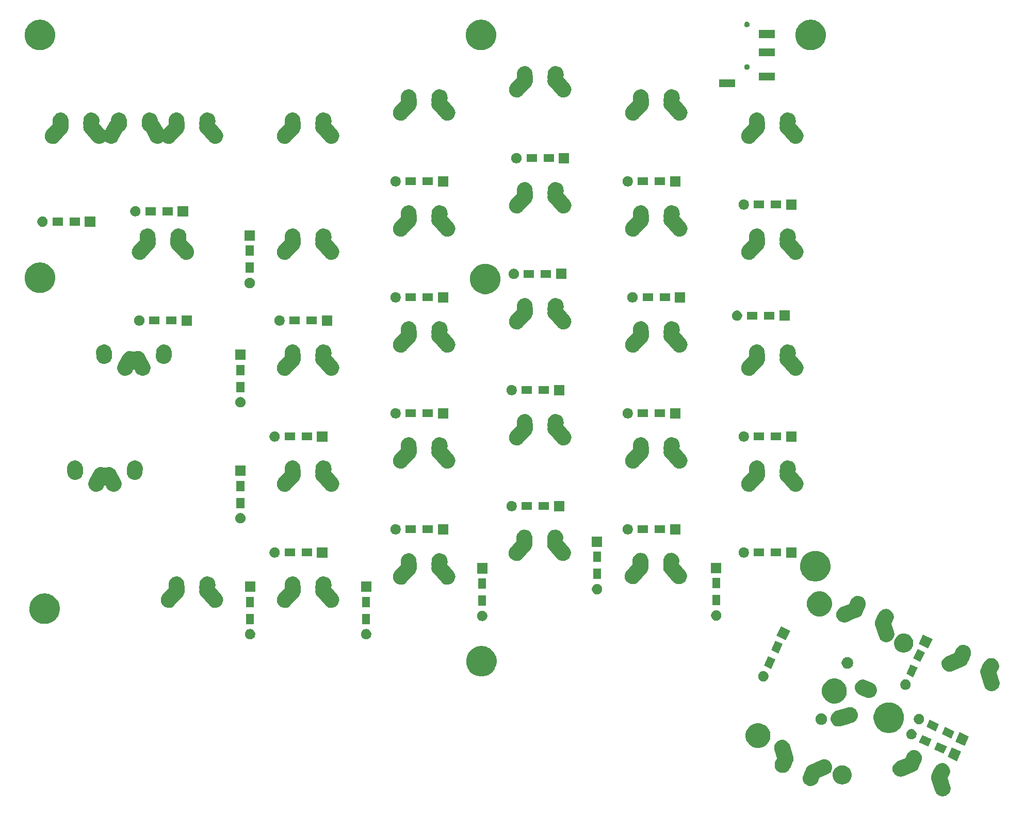
<source format=gbr>
G04 #@! TF.GenerationSoftware,KiCad,Pcbnew,(5.1.5)-3*
G04 #@! TF.CreationDate,2020-01-18T12:56:56+05:30*
G04 #@! TF.ProjectId,ergocape,6572676f-6361-4706-952e-6b696361645f,rev?*
G04 #@! TF.SameCoordinates,Original*
G04 #@! TF.FileFunction,Soldermask,Top*
G04 #@! TF.FilePolarity,Negative*
%FSLAX46Y46*%
G04 Gerber Fmt 4.6, Leading zero omitted, Abs format (unit mm)*
G04 Created by KiCad (PCBNEW (5.1.5)-3) date 2020-01-18 12:56:56*
%MOMM*%
%LPD*%
G04 APERTURE LIST*
%ADD10C,0.100000*%
G04 APERTURE END LIST*
D10*
G36*
X188259250Y-140177153D02*
G01*
X188344666Y-140178376D01*
X188595276Y-140231965D01*
X188830614Y-140333416D01*
X188830615Y-140333417D01*
X188830618Y-140333418D01*
X188932533Y-140403646D01*
X189041639Y-140478829D01*
X189101622Y-140540555D01*
X189220240Y-140662618D01*
X189315961Y-140810412D01*
X189359554Y-140877719D01*
X189382389Y-140935161D01*
X189454227Y-141115865D01*
X189469588Y-141199317D01*
X189500621Y-141367904D01*
X189496953Y-141624153D01*
X189454312Y-141823563D01*
X189443363Y-141874766D01*
X189367338Y-142051123D01*
X189367336Y-142051128D01*
X189367334Y-142051131D01*
X189169527Y-142408791D01*
X189121639Y-142495378D01*
X189111939Y-142517880D01*
X189106815Y-142541843D01*
X189106464Y-142566344D01*
X189111421Y-142592201D01*
X189538868Y-143999097D01*
X189576420Y-144187450D01*
X189576531Y-144443725D01*
X189526644Y-144695098D01*
X189501654Y-144755503D01*
X189428676Y-144931905D01*
X189428002Y-144932914D01*
X189286390Y-145145053D01*
X189105256Y-145326345D01*
X188892233Y-145468817D01*
X188773871Y-145517904D01*
X188655510Y-145566992D01*
X188571733Y-145583694D01*
X188404181Y-145617098D01*
X188276045Y-145617154D01*
X188147908Y-145617210D01*
X188147906Y-145617210D01*
X187896534Y-145567323D01*
X187659726Y-145469354D01*
X187446580Y-145327069D01*
X187265287Y-145145934D01*
X187122815Y-144932912D01*
X187049240Y-144755503D01*
X186518455Y-143008479D01*
X186441859Y-142756373D01*
X186435805Y-142726008D01*
X186404306Y-142568016D01*
X186404237Y-142408791D01*
X186404194Y-142311744D01*
X186428290Y-142190330D01*
X186454082Y-142060370D01*
X186552051Y-141823561D01*
X186640093Y-141691672D01*
X186651634Y-141670058D01*
X186658363Y-141648418D01*
X186671110Y-141588807D01*
X186747140Y-141412437D01*
X187090366Y-140791839D01*
X187145300Y-140712119D01*
X187199344Y-140633690D01*
X187383132Y-140455089D01*
X187598230Y-140315777D01*
X187598233Y-140315775D01*
X187704817Y-140273404D01*
X187836379Y-140221102D01*
X187981539Y-140194382D01*
X188088418Y-140174708D01*
X188088422Y-140174708D01*
X188259250Y-140177153D01*
G37*
G36*
X169092180Y-139572416D02*
G01*
X169140371Y-139586485D01*
X169338183Y-139644235D01*
X169518628Y-139738270D01*
X169565450Y-139762670D01*
X169765245Y-139923165D01*
X169929890Y-140119555D01*
X170053057Y-140344291D01*
X170091624Y-140466797D01*
X170130013Y-140588738D01*
X170154565Y-140813821D01*
X170157802Y-140843502D01*
X170135355Y-141098791D01*
X170135354Y-141098794D01*
X170063536Y-141344795D01*
X169996114Y-141474171D01*
X169945101Y-141572062D01*
X169784606Y-141771856D01*
X169588216Y-141936501D01*
X169419792Y-142028806D01*
X168067295Y-142605694D01*
X168045810Y-142617470D01*
X168027032Y-142633213D01*
X168011686Y-142652316D01*
X167999690Y-142675754D01*
X167817301Y-143149534D01*
X167731064Y-143321145D01*
X167573532Y-143523285D01*
X167519560Y-143569905D01*
X167379591Y-143690808D01*
X167156701Y-143817273D01*
X167109023Y-143833059D01*
X166913412Y-143897828D01*
X166659086Y-143929371D01*
X166659081Y-143929371D01*
X166403499Y-143910692D01*
X166403496Y-143910691D01*
X166403493Y-143910691D01*
X166156457Y-143842506D01*
X166156456Y-143842506D01*
X166156454Y-143842505D01*
X165927468Y-143727437D01*
X165725329Y-143569906D01*
X165685059Y-143523285D01*
X165612133Y-143438859D01*
X165557805Y-143375964D01*
X165431340Y-143153074D01*
X165413600Y-143099495D01*
X165350785Y-142909785D01*
X165319242Y-142655459D01*
X165319242Y-142655454D01*
X165337921Y-142399872D01*
X165337922Y-142399869D01*
X165337922Y-142399866D01*
X165389022Y-142214729D01*
X165643807Y-141552890D01*
X165730043Y-141381280D01*
X165767508Y-141333206D01*
X165780603Y-141312497D01*
X165788903Y-141291402D01*
X165789201Y-141290382D01*
X165826895Y-141161267D01*
X165833344Y-141139178D01*
X165896577Y-141017839D01*
X165951777Y-140911913D01*
X166112272Y-140712118D01*
X166308662Y-140547473D01*
X166477086Y-140455168D01*
X168398930Y-139635431D01*
X168582126Y-139577758D01*
X168631100Y-139572416D01*
X168836887Y-139549969D01*
X168836890Y-139549969D01*
X169092180Y-139572416D01*
G37*
G36*
X172077826Y-140546023D02*
G01*
X172253754Y-140581017D01*
X172319391Y-140608205D01*
X172540384Y-140699743D01*
X172540385Y-140699744D01*
X172798347Y-140872108D01*
X173017726Y-141091487D01*
X173089775Y-141199317D01*
X173190091Y-141349450D01*
X173222919Y-141428705D01*
X173308817Y-141636080D01*
X173317473Y-141679596D01*
X173356294Y-141874762D01*
X173369343Y-141940367D01*
X173369343Y-142250615D01*
X173308817Y-142554902D01*
X173282900Y-142617470D01*
X173190091Y-142841532D01*
X173190090Y-142841533D01*
X173017726Y-143099495D01*
X172798347Y-143318874D01*
X172699726Y-143384770D01*
X172540384Y-143491239D01*
X172372480Y-143560787D01*
X172253754Y-143609965D01*
X172101610Y-143640228D01*
X171949468Y-143670491D01*
X171639218Y-143670491D01*
X171487076Y-143640228D01*
X171334932Y-143609965D01*
X171216206Y-143560787D01*
X171048302Y-143491239D01*
X170888960Y-143384770D01*
X170790339Y-143318874D01*
X170570960Y-143099495D01*
X170398596Y-142841533D01*
X170398595Y-142841532D01*
X170305786Y-142617470D01*
X170279869Y-142554902D01*
X170219343Y-142250615D01*
X170219343Y-141940367D01*
X170232393Y-141874762D01*
X170271213Y-141679596D01*
X170279869Y-141636080D01*
X170365767Y-141428705D01*
X170398595Y-141349450D01*
X170498911Y-141199317D01*
X170570960Y-141091487D01*
X170790339Y-140872108D01*
X171048301Y-140699744D01*
X171048302Y-140699743D01*
X171269295Y-140608205D01*
X171334932Y-140581017D01*
X171510860Y-140546023D01*
X171639218Y-140520491D01*
X171949468Y-140520491D01*
X172077826Y-140546023D01*
G37*
G36*
X183816507Y-138042309D02*
G01*
X184063543Y-138110494D01*
X184063544Y-138110494D01*
X184063546Y-138110495D01*
X184292532Y-138225563D01*
X184494671Y-138383094D01*
X184662195Y-138577036D01*
X184788660Y-138799926D01*
X184809365Y-138862459D01*
X184869215Y-139043215D01*
X184900758Y-139297541D01*
X184900758Y-139297546D01*
X184882079Y-139553130D01*
X184882078Y-139553133D01*
X184882078Y-139553135D01*
X184859364Y-139635430D01*
X184830979Y-139738270D01*
X184789280Y-139846587D01*
X184576193Y-140400110D01*
X184489956Y-140571721D01*
X184476694Y-140588738D01*
X184452494Y-140619791D01*
X184439398Y-140640502D01*
X184431098Y-140661598D01*
X184386658Y-140813821D01*
X184312145Y-140956804D01*
X184268223Y-141041088D01*
X184107728Y-141240882D01*
X183911338Y-141405527D01*
X183742914Y-141497832D01*
X182859204Y-141874766D01*
X181821066Y-142317570D01*
X181637873Y-142375242D01*
X181383112Y-142403031D01*
X181383109Y-142403031D01*
X181127821Y-142380584D01*
X180906361Y-142315929D01*
X180881815Y-142308763D01*
X180803956Y-142268189D01*
X180654550Y-142190330D01*
X180454755Y-142029835D01*
X180290110Y-141833445D01*
X180166943Y-141608709D01*
X180089987Y-141364262D01*
X180086600Y-141333208D01*
X180062198Y-141109501D01*
X180063139Y-141098794D01*
X180084645Y-140854210D01*
X180149025Y-140633691D01*
X180156466Y-140608204D01*
X180231263Y-140464674D01*
X180274899Y-140380939D01*
X180435394Y-140181144D01*
X180631784Y-140016499D01*
X180800208Y-139924194D01*
X182152705Y-139347305D01*
X182174190Y-139335529D01*
X182192968Y-139319786D01*
X182208314Y-139300682D01*
X182220314Y-139277237D01*
X182221089Y-139275223D01*
X182402699Y-138803466D01*
X182488935Y-138631856D01*
X182620774Y-138462685D01*
X182646467Y-138429716D01*
X182840407Y-138262194D01*
X182840408Y-138262193D01*
X182904967Y-138225563D01*
X183063301Y-138135726D01*
X183144126Y-138108965D01*
X183306588Y-138055172D01*
X183560913Y-138023629D01*
X183816507Y-138042309D01*
G37*
G36*
X162180020Y-136357209D02*
G01*
X162323465Y-136385677D01*
X162560274Y-136483646D01*
X162773420Y-136625931D01*
X162954713Y-136807065D01*
X163097185Y-137020088D01*
X163170760Y-137197496D01*
X163778142Y-139196629D01*
X163815694Y-139384982D01*
X163815805Y-139641257D01*
X163765918Y-139892630D01*
X163752190Y-139925813D01*
X163667950Y-140129437D01*
X163656312Y-140146871D01*
X163579906Y-140261330D01*
X163568366Y-140282941D01*
X163561638Y-140304579D01*
X163549923Y-140359362D01*
X163548889Y-140364198D01*
X163472864Y-140540555D01*
X163472862Y-140540560D01*
X163472860Y-140540563D01*
X163339244Y-140782158D01*
X163129630Y-141161167D01*
X163059068Y-141263566D01*
X163020656Y-141319310D01*
X162850503Y-141484660D01*
X162836864Y-141497914D01*
X162621768Y-141637225D01*
X162383622Y-141731898D01*
X162131577Y-141778293D01*
X161882092Y-141774721D01*
X161875334Y-141774624D01*
X161624724Y-141721035D01*
X161389386Y-141619584D01*
X161389385Y-141619583D01*
X161389382Y-141619582D01*
X161178364Y-141474173D01*
X161178361Y-141474171D01*
X161013011Y-141304018D01*
X160999757Y-141290379D01*
X160860446Y-141075283D01*
X160765773Y-140837137D01*
X160719378Y-140585092D01*
X160723047Y-140328851D01*
X160725843Y-140315777D01*
X160776636Y-140078239D01*
X160852666Y-139901869D01*
X161098365Y-139457613D01*
X161108061Y-139435120D01*
X161113185Y-139411157D01*
X161113536Y-139386656D01*
X161108578Y-139360795D01*
X160763669Y-138225563D01*
X160681133Y-137953905D01*
X160679041Y-137943411D01*
X160643580Y-137765548D01*
X160643479Y-137533332D01*
X160643468Y-137509276D01*
X160678992Y-137330281D01*
X160693356Y-137257902D01*
X160791325Y-137021093D01*
X160933610Y-136807947D01*
X161114744Y-136626654D01*
X161327767Y-136484182D01*
X161329059Y-136483646D01*
X161564487Y-136386008D01*
X161648155Y-136369328D01*
X161815819Y-136335901D01*
X161943984Y-136335845D01*
X162072091Y-136335789D01*
X162180020Y-136357209D01*
G37*
G36*
X191350516Y-138311591D02*
G01*
X190631220Y-139854127D01*
X189088684Y-139134831D01*
X189807980Y-137592295D01*
X191350516Y-138311591D01*
G37*
G36*
X189000223Y-137436308D02*
G01*
X188465838Y-138582301D01*
X188449974Y-138616320D01*
X188449974Y-138616321D01*
X186907439Y-137897024D01*
X187457688Y-136717011D01*
X189000223Y-137436308D01*
G37*
G36*
X158578686Y-133688473D02*
G01*
X158736824Y-133753976D01*
X158950835Y-133842622D01*
X159285760Y-134066412D01*
X159570589Y-134351241D01*
X159794379Y-134686166D01*
X159858229Y-134840315D01*
X159948528Y-135058315D01*
X160027112Y-135453383D01*
X160027112Y-135856195D01*
X159948528Y-136251263D01*
X159858229Y-136469263D01*
X159794379Y-136623412D01*
X159570589Y-136958337D01*
X159285760Y-137243166D01*
X158950835Y-137466956D01*
X158848665Y-137509276D01*
X158578686Y-137621105D01*
X158183618Y-137699689D01*
X157780806Y-137699689D01*
X157385738Y-137621105D01*
X157115759Y-137509276D01*
X157013589Y-137466956D01*
X156678664Y-137243166D01*
X156393835Y-136958337D01*
X156170045Y-136623412D01*
X156106195Y-136469263D01*
X156015896Y-136251263D01*
X155937312Y-135856195D01*
X155937312Y-135453383D01*
X156015896Y-135058315D01*
X156106195Y-134840315D01*
X156170045Y-134686166D01*
X156393835Y-134351241D01*
X156678664Y-134066412D01*
X157013589Y-133842622D01*
X157227600Y-133753976D01*
X157385738Y-133688473D01*
X157780806Y-133609889D01*
X158183618Y-133609889D01*
X158578686Y-133688473D01*
G37*
G36*
X186462561Y-136252976D02*
G01*
X185948620Y-137355127D01*
X185912312Y-137432988D01*
X185912312Y-137432989D01*
X184369777Y-136713692D01*
X184920026Y-135533679D01*
X186462561Y-136252976D01*
G37*
G36*
X192600516Y-135812591D02*
G01*
X191881220Y-137355127D01*
X190338684Y-136635831D01*
X191057980Y-135093295D01*
X192600516Y-135812591D01*
G37*
G36*
X183398628Y-134608492D02*
G01*
X183553500Y-134672642D01*
X183692881Y-134765774D01*
X183811415Y-134884308D01*
X183904547Y-135023689D01*
X183968697Y-135178561D01*
X184001400Y-135342973D01*
X184001400Y-135510605D01*
X183968697Y-135675017D01*
X183904547Y-135829889D01*
X183811415Y-135969270D01*
X183692881Y-136087804D01*
X183553500Y-136180936D01*
X183398628Y-136245086D01*
X183234216Y-136277789D01*
X183066584Y-136277789D01*
X182902172Y-136245086D01*
X182747300Y-136180936D01*
X182607919Y-136087804D01*
X182489385Y-135969270D01*
X182396253Y-135829889D01*
X182332103Y-135675017D01*
X182299400Y-135510605D01*
X182299400Y-135342973D01*
X182332103Y-135178561D01*
X182396253Y-135023689D01*
X182489385Y-134884308D01*
X182607919Y-134765774D01*
X182747300Y-134672642D01*
X182902172Y-134608492D01*
X183066584Y-134575789D01*
X183234216Y-134575789D01*
X183398628Y-134608492D01*
G37*
G36*
X190250223Y-134937308D02*
G01*
X189769012Y-135969269D01*
X189699974Y-136117320D01*
X189699974Y-136117321D01*
X188157439Y-135398024D01*
X188707688Y-134218011D01*
X190250223Y-134937308D01*
G37*
G36*
X179938921Y-130262056D02*
G01*
X180180515Y-130310112D01*
X180635668Y-130498643D01*
X180738769Y-130567533D01*
X181045294Y-130772346D01*
X181393654Y-131120706D01*
X181558792Y-131367853D01*
X181667357Y-131530332D01*
X181855888Y-131985485D01*
X181893315Y-132173642D01*
X181952000Y-132468672D01*
X181952000Y-132961328D01*
X181937409Y-133034680D01*
X181855888Y-133444515D01*
X181763842Y-133666734D01*
X181667358Y-133899666D01*
X181393654Y-134309294D01*
X181045294Y-134657654D01*
X180738769Y-134862467D01*
X180635668Y-134931357D01*
X180635667Y-134931358D01*
X180635666Y-134931358D01*
X180629314Y-134933989D01*
X180180515Y-135119888D01*
X179938921Y-135167944D01*
X179697328Y-135216000D01*
X179204672Y-135216000D01*
X178963079Y-135167944D01*
X178721485Y-135119888D01*
X178272686Y-134933989D01*
X178266334Y-134931358D01*
X178266333Y-134931358D01*
X178266332Y-134931357D01*
X178163231Y-134862467D01*
X177856706Y-134657654D01*
X177508346Y-134309294D01*
X177234642Y-133899666D01*
X177138158Y-133666734D01*
X177046112Y-133444515D01*
X176964591Y-133034680D01*
X176950000Y-132961328D01*
X176950000Y-132468672D01*
X177008685Y-132173642D01*
X177046112Y-131985485D01*
X177234643Y-131530332D01*
X177343208Y-131367853D01*
X177508346Y-131120706D01*
X177856706Y-130772346D01*
X178163231Y-130567533D01*
X178266332Y-130498643D01*
X178721485Y-130310112D01*
X178963079Y-130262056D01*
X179204672Y-130214000D01*
X179697328Y-130214000D01*
X179938921Y-130262056D01*
G37*
G36*
X187712561Y-133753976D02*
G01*
X187163539Y-134931358D01*
X187162312Y-134933988D01*
X187162312Y-134933989D01*
X185619777Y-134214692D01*
X186170026Y-133034679D01*
X187712561Y-133753976D01*
G37*
G36*
X173347947Y-131007513D02*
G01*
X173456630Y-131029082D01*
X173456635Y-131029084D01*
X173456947Y-131029146D01*
X173589224Y-131083937D01*
X173589275Y-131083958D01*
X173693726Y-131127169D01*
X173810404Y-131205131D01*
X173906585Y-131269336D01*
X173906588Y-131269339D01*
X173906844Y-131269510D01*
X174004116Y-131366782D01*
X174005225Y-131367890D01*
X174005226Y-131367891D01*
X174088090Y-131450683D01*
X174163328Y-131563283D01*
X174230349Y-131663493D01*
X174230350Y-131663496D01*
X174230514Y-131663741D01*
X174280818Y-131785187D01*
X174303670Y-131840289D01*
X174328635Y-131900484D01*
X174353679Y-132026392D01*
X174353690Y-132026446D01*
X174378685Y-132151818D01*
X174378685Y-132277380D01*
X174378742Y-132408096D01*
X174354752Y-132528700D01*
X174330550Y-132650649D01*
X174328802Y-132659458D01*
X174282564Y-132771085D01*
X174282543Y-132771136D01*
X174230786Y-132896243D01*
X174164453Y-132995518D01*
X174164423Y-132995563D01*
X174088454Y-133109366D01*
X174004912Y-133192908D01*
X174003805Y-133194016D01*
X174003804Y-133194017D01*
X173907277Y-133290628D01*
X173847021Y-133330889D01*
X173810468Y-133355312D01*
X173694444Y-133432911D01*
X173694440Y-133432913D01*
X173694227Y-133433055D01*
X173586341Y-133477743D01*
X173517035Y-133506486D01*
X173517031Y-133506487D01*
X173511746Y-133508679D01*
X173511072Y-133508921D01*
X173457172Y-133531247D01*
X173400565Y-133542507D01*
X173388618Y-133545502D01*
X172728423Y-133746084D01*
X171517905Y-134113867D01*
X171517903Y-134113867D01*
X171517901Y-134113868D01*
X171329548Y-134151420D01*
X171201355Y-134151476D01*
X171073276Y-134151532D01*
X170965347Y-134130112D01*
X170821902Y-134101644D01*
X170585093Y-134003675D01*
X170371947Y-133861390D01*
X170190654Y-133680256D01*
X170048182Y-133467233D01*
X170034057Y-133433174D01*
X169950008Y-133230513D01*
X169925812Y-133109146D01*
X169899901Y-132979181D01*
X169899838Y-132834377D01*
X169899789Y-132722909D01*
X169935312Y-132543918D01*
X169949677Y-132471535D01*
X170047646Y-132234726D01*
X170189931Y-132021580D01*
X170371065Y-131840287D01*
X170584088Y-131697815D01*
X170761496Y-131624240D01*
X172632682Y-131055731D01*
X172644175Y-131051616D01*
X172698197Y-131029239D01*
X172840682Y-131000898D01*
X172948982Y-130979306D01*
X172948984Y-130979306D01*
X172949300Y-130979243D01*
X173094435Y-130979243D01*
X173205257Y-130979195D01*
X173205583Y-130979195D01*
X173347947Y-131007513D01*
G37*
G36*
X168639494Y-132013590D02*
G01*
X168812565Y-132085278D01*
X168889917Y-132136963D01*
X168968326Y-132189354D01*
X169100789Y-132321817D01*
X169143212Y-132385308D01*
X169204865Y-132477578D01*
X169276553Y-132650649D01*
X169313099Y-132834377D01*
X169313099Y-133021711D01*
X169276553Y-133205439D01*
X169204865Y-133378510D01*
X169204864Y-133378511D01*
X169100789Y-133534271D01*
X168968326Y-133666734D01*
X168889917Y-133719125D01*
X168812565Y-133770810D01*
X168639494Y-133842498D01*
X168455766Y-133879044D01*
X168268432Y-133879044D01*
X168084704Y-133842498D01*
X167911633Y-133770810D01*
X167834281Y-133719125D01*
X167755872Y-133666734D01*
X167623409Y-133534271D01*
X167519334Y-133378511D01*
X167519333Y-133378510D01*
X167447645Y-133205439D01*
X167411099Y-133021711D01*
X167411099Y-132834377D01*
X167447645Y-132650649D01*
X167519333Y-132477578D01*
X167580986Y-132385308D01*
X167623409Y-132321817D01*
X167755872Y-132189354D01*
X167834281Y-132136963D01*
X167911633Y-132085278D01*
X168084704Y-132013590D01*
X168268432Y-131977044D01*
X168455766Y-131977044D01*
X168639494Y-132013590D01*
G37*
G36*
X184648628Y-132109492D02*
G01*
X184803500Y-132173642D01*
X184942881Y-132266774D01*
X185061415Y-132385308D01*
X185154547Y-132524689D01*
X185218697Y-132679561D01*
X185251400Y-132843973D01*
X185251400Y-133011605D01*
X185218697Y-133176017D01*
X185154547Y-133330889D01*
X185061415Y-133470270D01*
X184942881Y-133588804D01*
X184803500Y-133681936D01*
X184648628Y-133746086D01*
X184484216Y-133778789D01*
X184316584Y-133778789D01*
X184152172Y-133746086D01*
X183997300Y-133681936D01*
X183857919Y-133588804D01*
X183739385Y-133470270D01*
X183646253Y-133330889D01*
X183582103Y-133176017D01*
X183549400Y-133011605D01*
X183549400Y-132843973D01*
X183582103Y-132679561D01*
X183646253Y-132524689D01*
X183739385Y-132385308D01*
X183857919Y-132266774D01*
X183997300Y-132173642D01*
X184152172Y-132109492D01*
X184316584Y-132076789D01*
X184484216Y-132076789D01*
X184648628Y-132109492D01*
G37*
G36*
X171105474Y-126357684D02*
G01*
X171274266Y-126427600D01*
X171477623Y-126511833D01*
X171812548Y-126735623D01*
X172097377Y-127020452D01*
X172321167Y-127355377D01*
X172376589Y-127489178D01*
X172475316Y-127727526D01*
X172553900Y-128122594D01*
X172553900Y-128525406D01*
X172475316Y-128920474D01*
X172421787Y-129049704D01*
X172321167Y-129292623D01*
X172097377Y-129627548D01*
X171812548Y-129912377D01*
X171477623Y-130136167D01*
X171323474Y-130200017D01*
X171105474Y-130290316D01*
X170710406Y-130368900D01*
X170307594Y-130368900D01*
X169912526Y-130290316D01*
X169694526Y-130200017D01*
X169540377Y-130136167D01*
X169205452Y-129912377D01*
X168920623Y-129627548D01*
X168696833Y-129292623D01*
X168596213Y-129049704D01*
X168542684Y-128920474D01*
X168464100Y-128525406D01*
X168464100Y-128122594D01*
X168542684Y-127727526D01*
X168641411Y-127489178D01*
X168696833Y-127355377D01*
X168920623Y-127020452D01*
X169205452Y-126735623D01*
X169540377Y-126511833D01*
X169743734Y-126427600D01*
X169912526Y-126357684D01*
X170307594Y-126279100D01*
X170710406Y-126279100D01*
X171105474Y-126357684D01*
G37*
G36*
X175570264Y-126497700D02*
G01*
X175807030Y-126595772D01*
X175807032Y-126595773D01*
X175922232Y-126672747D01*
X175935942Y-126681908D01*
X175957553Y-126693459D01*
X175981002Y-126700572D01*
X176023419Y-126709009D01*
X176117066Y-126747799D01*
X176119902Y-126748933D01*
X176538889Y-126910607D01*
X176559501Y-126916586D01*
X176565982Y-126917875D01*
X176676986Y-126963855D01*
X176679785Y-126964974D01*
X176714387Y-126978326D01*
X176721715Y-126982016D01*
X176730074Y-126985845D01*
X176802750Y-127015948D01*
X176838078Y-127039553D01*
X176851308Y-127047264D01*
X176885929Y-127064696D01*
X176943058Y-127109290D01*
X176950526Y-127114689D01*
X177015833Y-127158326D01*
X177045832Y-127188325D01*
X177057304Y-127198469D01*
X177087946Y-127222388D01*
X177135399Y-127277412D01*
X177141662Y-127284155D01*
X177197049Y-127339542D01*
X177220542Y-127374701D01*
X177229814Y-127386888D01*
X177255313Y-127416455D01*
X177291266Y-127479938D01*
X177296096Y-127487777D01*
X177297917Y-127490503D01*
X177339427Y-127552627D01*
X177355527Y-127591497D01*
X177362245Y-127605264D01*
X177381610Y-127639456D01*
X177404612Y-127709110D01*
X177407822Y-127717748D01*
X177437498Y-127789392D01*
X177445656Y-127830406D01*
X177449557Y-127845210D01*
X177461971Y-127882802D01*
X177471004Y-127956103D01*
X177472465Y-127965184D01*
X177487494Y-128040740D01*
X177487494Y-128082253D01*
X177488431Y-128097528D01*
X177493314Y-128137152D01*
X177493314Y-128137157D01*
X177487834Y-128211335D01*
X177487494Y-128220544D01*
X177487494Y-128297019D01*
X177479463Y-128337396D01*
X177477401Y-128352571D01*
X177474434Y-128392731D01*
X177454431Y-128464982D01*
X177452301Y-128473948D01*
X177437498Y-128548369D01*
X177421879Y-128586076D01*
X177416896Y-128600557D01*
X177406055Y-128639714D01*
X177372068Y-128707216D01*
X177368230Y-128715594D01*
X177339425Y-128785135D01*
X177316955Y-128818764D01*
X177309242Y-128831996D01*
X177290806Y-128868613D01*
X177243928Y-128928668D01*
X177238530Y-128936135D01*
X177197048Y-128998217D01*
X177168704Y-129026561D01*
X177158558Y-129038035D01*
X177133117Y-129070627D01*
X177074983Y-129120763D01*
X177068231Y-129127034D01*
X177015833Y-129179432D01*
X176982788Y-129201512D01*
X176970598Y-129210786D01*
X176939042Y-129238001D01*
X176871783Y-129276093D01*
X176863938Y-129280926D01*
X176802749Y-129321811D01*
X176766317Y-129336901D01*
X176752550Y-129343619D01*
X176716052Y-129364290D01*
X176716049Y-129364291D01*
X176642199Y-129388679D01*
X176633580Y-129391882D01*
X176612861Y-129400464D01*
X176565979Y-129419884D01*
X176527558Y-129427526D01*
X176512749Y-129431428D01*
X176472701Y-129444653D01*
X176395139Y-129454211D01*
X176386052Y-129455673D01*
X176314633Y-129469879D01*
X176275661Y-129469879D01*
X176260382Y-129470817D01*
X176218350Y-129475996D01*
X176218347Y-129475996D01*
X176140147Y-129470219D01*
X176130938Y-129469879D01*
X176058355Y-129469879D01*
X176020277Y-129462305D01*
X176005100Y-129460243D01*
X175976399Y-129458123D01*
X175962772Y-129457116D01*
X175887027Y-129436146D01*
X175878070Y-129434018D01*
X175807007Y-129419883D01*
X175713385Y-129381104D01*
X175710550Y-129379970D01*
X175291534Y-129218284D01*
X175270919Y-129212305D01*
X175264444Y-129211017D01*
X175153453Y-129165043D01*
X175150617Y-129163909D01*
X175116041Y-129150567D01*
X175108726Y-129146884D01*
X175100346Y-129143045D01*
X175027674Y-129112943D01*
X174992348Y-129089339D01*
X174979124Y-129081631D01*
X174944494Y-129064195D01*
X174902585Y-129031481D01*
X174881885Y-129018371D01*
X174850060Y-129007420D01*
X174811289Y-128999708D01*
X174574524Y-128901636D01*
X174574523Y-128901636D01*
X174574522Y-128901635D01*
X174361438Y-128759257D01*
X174180224Y-128578043D01*
X174037846Y-128364959D01*
X173978027Y-128220544D01*
X173939773Y-128128191D01*
X173889777Y-127876843D01*
X173889777Y-127620565D01*
X173939773Y-127369217D01*
X174037845Y-127132451D01*
X174053321Y-127109290D01*
X174180224Y-126919365D01*
X174361438Y-126738151D01*
X174574522Y-126595773D01*
X174574524Y-126595772D01*
X174811290Y-126497700D01*
X175062638Y-126447704D01*
X175318916Y-126447704D01*
X175570264Y-126497700D01*
G37*
G36*
X196309250Y-122912153D02*
G01*
X196394666Y-122913376D01*
X196645276Y-122966965D01*
X196880614Y-123068416D01*
X196880615Y-123068417D01*
X196880618Y-123068418D01*
X196982533Y-123138646D01*
X197091639Y-123213829D01*
X197154039Y-123278042D01*
X197270240Y-123397618D01*
X197368169Y-123548821D01*
X197409554Y-123612719D01*
X197432389Y-123670161D01*
X197504227Y-123850865D01*
X197519588Y-123934317D01*
X197550621Y-124102904D01*
X197546953Y-124359153D01*
X197504312Y-124558563D01*
X197493363Y-124609766D01*
X197417338Y-124786123D01*
X197417336Y-124786128D01*
X197417334Y-124786131D01*
X197177934Y-125218996D01*
X197171639Y-125230378D01*
X197161939Y-125252880D01*
X197156815Y-125276843D01*
X197156464Y-125301344D01*
X197161421Y-125327201D01*
X197588868Y-126734097D01*
X197626420Y-126922450D01*
X197626531Y-127178725D01*
X197576644Y-127430098D01*
X197556025Y-127479938D01*
X197478676Y-127666905D01*
X197432444Y-127736161D01*
X197336390Y-127880053D01*
X197155256Y-128061345D01*
X196942233Y-128203817D01*
X196840305Y-128246089D01*
X196705510Y-128301992D01*
X196621733Y-128318694D01*
X196454181Y-128352098D01*
X196326043Y-128352154D01*
X196197908Y-128352210D01*
X196197906Y-128352210D01*
X195946534Y-128302323D01*
X195709726Y-128204354D01*
X195496580Y-128062069D01*
X195315287Y-127880934D01*
X195200369Y-127709110D01*
X195172816Y-127667914D01*
X195172398Y-127666905D01*
X195099240Y-127490503D01*
X194599083Y-125844288D01*
X194491859Y-125491373D01*
X194489767Y-125480880D01*
X194454306Y-125303016D01*
X194454237Y-125143791D01*
X194454194Y-125046744D01*
X194478290Y-124925330D01*
X194504082Y-124795370D01*
X194597962Y-124568445D01*
X194602050Y-124558563D01*
X194668749Y-124458647D01*
X194690093Y-124426672D01*
X194701634Y-124405058D01*
X194708363Y-124383418D01*
X194721110Y-124323807D01*
X194797140Y-124147437D01*
X195140366Y-123526839D01*
X195198441Y-123442561D01*
X195249344Y-123368690D01*
X195433132Y-123190089D01*
X195648230Y-123050777D01*
X195648233Y-123050775D01*
X195754615Y-123008484D01*
X195886379Y-122956102D01*
X196031539Y-122929382D01*
X196138418Y-122909708D01*
X196138422Y-122909708D01*
X196309250Y-122912153D01*
G37*
G36*
X182437017Y-126460303D02*
G01*
X182591889Y-126524453D01*
X182731270Y-126617585D01*
X182849804Y-126736119D01*
X182942936Y-126875500D01*
X183007086Y-127030372D01*
X183039789Y-127194784D01*
X183039789Y-127362416D01*
X183007086Y-127526828D01*
X182942936Y-127681700D01*
X182849804Y-127821081D01*
X182731270Y-127939615D01*
X182591889Y-128032747D01*
X182437017Y-128096897D01*
X182272605Y-128129600D01*
X182104973Y-128129600D01*
X181940561Y-128096897D01*
X181785689Y-128032747D01*
X181646308Y-127939615D01*
X181527774Y-127821081D01*
X181434642Y-127681700D01*
X181370492Y-127526828D01*
X181337789Y-127362416D01*
X181337789Y-127194784D01*
X181370492Y-127030372D01*
X181434642Y-126875500D01*
X181527774Y-126736119D01*
X181646308Y-126617585D01*
X181785689Y-126524453D01*
X181940561Y-126460303D01*
X182104973Y-126427600D01*
X182272605Y-126427600D01*
X182437017Y-126460303D01*
G37*
G36*
X159103017Y-125100303D02*
G01*
X159257889Y-125164453D01*
X159397270Y-125257585D01*
X159515804Y-125376119D01*
X159608936Y-125515500D01*
X159673086Y-125670372D01*
X159705789Y-125834784D01*
X159705789Y-126002416D01*
X159673086Y-126166828D01*
X159608936Y-126321700D01*
X159515804Y-126461081D01*
X159397270Y-126579615D01*
X159257889Y-126672747D01*
X159103017Y-126736897D01*
X158938605Y-126769600D01*
X158770973Y-126769600D01*
X158606561Y-126736897D01*
X158451689Y-126672747D01*
X158312308Y-126579615D01*
X158193774Y-126461081D01*
X158100642Y-126321700D01*
X158036492Y-126166828D01*
X158003789Y-126002416D01*
X158003789Y-125834784D01*
X158036492Y-125670372D01*
X158100642Y-125515500D01*
X158193774Y-125376119D01*
X158312308Y-125257585D01*
X158451689Y-125164453D01*
X158606561Y-125100303D01*
X158770973Y-125067600D01*
X158938605Y-125067600D01*
X159103017Y-125100303D01*
G37*
G36*
X184194989Y-124516688D02*
G01*
X183475692Y-126059223D01*
X182295679Y-125508974D01*
X183014976Y-123966439D01*
X184194989Y-124516688D01*
G37*
G36*
X113073921Y-120991056D02*
G01*
X113315515Y-121039112D01*
X113770668Y-121227643D01*
X113802842Y-121249141D01*
X114180294Y-121501346D01*
X114528654Y-121849706D01*
X114676203Y-122070529D01*
X114802357Y-122259332D01*
X114990888Y-122714485D01*
X115011915Y-122820193D01*
X115087000Y-123197672D01*
X115087000Y-123690328D01*
X115044131Y-123905842D01*
X114990888Y-124173515D01*
X114891029Y-124414596D01*
X114810187Y-124609766D01*
X114802357Y-124628668D01*
X114747851Y-124710242D01*
X114528654Y-125038294D01*
X114180294Y-125386654D01*
X113913562Y-125564878D01*
X113770668Y-125660357D01*
X113770667Y-125660358D01*
X113770666Y-125660358D01*
X113637356Y-125715577D01*
X113315515Y-125848888D01*
X113233750Y-125865152D01*
X112832328Y-125945000D01*
X112339672Y-125945000D01*
X111938250Y-125865152D01*
X111856485Y-125848888D01*
X111534644Y-125715577D01*
X111401334Y-125660358D01*
X111401333Y-125660358D01*
X111401332Y-125660357D01*
X111258438Y-125564878D01*
X110991706Y-125386654D01*
X110643346Y-125038294D01*
X110424149Y-124710242D01*
X110369643Y-124628668D01*
X110361814Y-124609766D01*
X110280971Y-124414596D01*
X110181112Y-124173515D01*
X110127869Y-123905842D01*
X110085000Y-123690328D01*
X110085000Y-123197672D01*
X110160085Y-122820193D01*
X110181112Y-122714485D01*
X110369643Y-122259332D01*
X110495797Y-122070529D01*
X110643346Y-121849706D01*
X110991706Y-121501346D01*
X111369158Y-121249141D01*
X111401332Y-121227643D01*
X111856485Y-121039112D01*
X112098079Y-120991056D01*
X112339672Y-120943000D01*
X112832328Y-120943000D01*
X113073921Y-120991056D01*
G37*
G36*
X191866507Y-120777309D02*
G01*
X192113543Y-120845494D01*
X192113544Y-120845494D01*
X192113546Y-120845495D01*
X192342532Y-120960563D01*
X192544671Y-121118094D01*
X192712195Y-121312036D01*
X192838660Y-121534926D01*
X192849502Y-121567671D01*
X192919215Y-121778215D01*
X192950758Y-122032541D01*
X192950758Y-122032546D01*
X192932079Y-122288130D01*
X192880979Y-122473270D01*
X192829713Y-122606439D01*
X192626193Y-123135110D01*
X192541918Y-123302817D01*
X192539955Y-123306722D01*
X192502494Y-123354791D01*
X192489398Y-123375502D01*
X192481098Y-123396598D01*
X192436658Y-123548821D01*
X192352376Y-123710551D01*
X192318223Y-123776088D01*
X192157728Y-123975882D01*
X191961338Y-124140527D01*
X191792914Y-124232832D01*
X190909204Y-124609766D01*
X189871066Y-125052570D01*
X189687873Y-125110242D01*
X189433112Y-125138031D01*
X189433109Y-125138031D01*
X189177821Y-125115584D01*
X188961975Y-125052568D01*
X188931815Y-125043763D01*
X188853956Y-125003189D01*
X188704550Y-124925330D01*
X188504755Y-124764835D01*
X188340110Y-124568445D01*
X188216943Y-124343709D01*
X188139987Y-124099262D01*
X188121995Y-123934317D01*
X188112198Y-123844501D01*
X188112198Y-123844498D01*
X188134645Y-123589210D01*
X188199025Y-123368691D01*
X188206466Y-123343204D01*
X188282306Y-123197673D01*
X188324899Y-123115939D01*
X188485394Y-122916144D01*
X188681784Y-122751499D01*
X188850208Y-122659194D01*
X190202705Y-122082305D01*
X190224190Y-122070529D01*
X190242968Y-122054786D01*
X190258314Y-122035682D01*
X190270314Y-122012237D01*
X190286204Y-121970960D01*
X190452699Y-121538466D01*
X190538935Y-121366856D01*
X190647428Y-121227642D01*
X190696467Y-121164716D01*
X190890407Y-120997194D01*
X190890408Y-120997193D01*
X190954967Y-120960563D01*
X191113301Y-120870726D01*
X191194126Y-120843965D01*
X191356588Y-120790172D01*
X191610913Y-120758629D01*
X191866507Y-120777309D01*
G37*
G36*
X160860989Y-123156688D02*
G01*
X160141692Y-124699223D01*
X158961679Y-124148974D01*
X159680976Y-122606439D01*
X160860989Y-123156688D01*
G37*
G36*
X172933296Y-122805502D02*
G01*
X173106367Y-122877190D01*
X173160523Y-122913376D01*
X173262128Y-122981266D01*
X173394591Y-123113729D01*
X173408877Y-123135110D01*
X173498667Y-123269490D01*
X173570355Y-123442561D01*
X173606901Y-123626289D01*
X173606901Y-123813623D01*
X173570355Y-123997351D01*
X173498667Y-124170422D01*
X173498666Y-124170423D01*
X173394591Y-124326183D01*
X173262128Y-124458646D01*
X173199076Y-124500776D01*
X173106367Y-124562722D01*
X172933296Y-124634410D01*
X172749568Y-124670956D01*
X172562234Y-124670956D01*
X172378506Y-124634410D01*
X172205435Y-124562722D01*
X172112726Y-124500776D01*
X172049674Y-124458646D01*
X171917211Y-124326183D01*
X171813136Y-124170423D01*
X171813135Y-124170422D01*
X171741447Y-123997351D01*
X171704901Y-123813623D01*
X171704901Y-123626289D01*
X171741447Y-123442561D01*
X171813135Y-123269490D01*
X171902925Y-123135110D01*
X171917211Y-123113729D01*
X172049674Y-122981266D01*
X172151279Y-122913376D01*
X172205435Y-122877190D01*
X172378506Y-122805502D01*
X172562234Y-122768956D01*
X172749568Y-122768956D01*
X172933296Y-122805502D01*
G37*
G36*
X185378321Y-121979026D02*
G01*
X184659024Y-123521561D01*
X183479011Y-122971312D01*
X184198308Y-121428777D01*
X185378321Y-121979026D01*
G37*
G36*
X162044321Y-120619026D02*
G01*
X161325024Y-122161561D01*
X160145011Y-121611312D01*
X160864308Y-120068777D01*
X162044321Y-120619026D01*
G37*
G36*
X182184177Y-118910184D02*
G01*
X182344188Y-118942012D01*
X182462914Y-118991190D01*
X182630818Y-119060738D01*
X182657378Y-119078485D01*
X182888781Y-119233103D01*
X183108160Y-119452482D01*
X183164285Y-119536480D01*
X183280525Y-119710445D01*
X183322712Y-119812295D01*
X183399251Y-119997075D01*
X183407621Y-120039154D01*
X183459777Y-120301361D01*
X183459777Y-120611611D01*
X183457905Y-120621020D01*
X183399251Y-120915897D01*
X183358406Y-121014506D01*
X183280525Y-121202527D01*
X183263743Y-121227643D01*
X183108160Y-121460490D01*
X182888781Y-121679869D01*
X182777843Y-121753995D01*
X182630818Y-121852234D01*
X182462914Y-121921782D01*
X182344188Y-121970960D01*
X182039902Y-122031486D01*
X181729652Y-122031486D01*
X181425366Y-121970960D01*
X181306640Y-121921782D01*
X181138736Y-121852234D01*
X180991711Y-121753995D01*
X180880773Y-121679869D01*
X180661394Y-121460490D01*
X180505811Y-121227643D01*
X180489029Y-121202527D01*
X180411148Y-121014506D01*
X180370303Y-120915897D01*
X180311649Y-120621020D01*
X180309777Y-120611611D01*
X180309777Y-120301361D01*
X180361933Y-120039154D01*
X180370303Y-119997075D01*
X180446842Y-119812295D01*
X180489029Y-119710445D01*
X180605269Y-119536480D01*
X180661394Y-119452482D01*
X180880773Y-119233103D01*
X181112176Y-119078485D01*
X181138736Y-119060738D01*
X181306640Y-118991190D01*
X181425366Y-118942012D01*
X181585377Y-118910184D01*
X181729652Y-118881486D01*
X182039902Y-118881486D01*
X182184177Y-118910184D01*
G37*
G36*
X186616127Y-119797780D02*
G01*
X185896831Y-121340316D01*
X184354295Y-120621020D01*
X185073591Y-119078484D01*
X186616127Y-119797780D01*
G37*
G36*
X179032250Y-114849153D02*
G01*
X179117666Y-114850376D01*
X179368276Y-114903965D01*
X179603614Y-115005416D01*
X179603615Y-115005417D01*
X179603618Y-115005418D01*
X179705533Y-115075646D01*
X179814639Y-115150829D01*
X179877039Y-115215042D01*
X179993240Y-115334618D01*
X180091169Y-115485821D01*
X180132554Y-115549719D01*
X180155389Y-115607161D01*
X180227227Y-115787865D01*
X180250239Y-115912881D01*
X180273621Y-116039904D01*
X180269953Y-116296153D01*
X180227312Y-116495563D01*
X180216363Y-116546766D01*
X180140338Y-116723123D01*
X180140336Y-116723128D01*
X180140334Y-116723131D01*
X179942527Y-117080791D01*
X179894639Y-117167378D01*
X179884939Y-117189880D01*
X179879815Y-117213843D01*
X179879464Y-117238344D01*
X179884421Y-117264201D01*
X180311868Y-118671097D01*
X180349420Y-118859450D01*
X180349531Y-119115725D01*
X180299644Y-119367098D01*
X180287233Y-119397097D01*
X180201676Y-119603905D01*
X180165480Y-119658127D01*
X180059390Y-119817053D01*
X179878256Y-119998345D01*
X179665233Y-120140817D01*
X179546871Y-120189905D01*
X179428510Y-120238992D01*
X179344733Y-120255694D01*
X179177181Y-120289098D01*
X179049042Y-120289154D01*
X178920908Y-120289210D01*
X178920906Y-120289210D01*
X178669534Y-120239323D01*
X178432726Y-120141354D01*
X178219580Y-119999069D01*
X178038287Y-119817934D01*
X177931406Y-119658127D01*
X177895816Y-119604914D01*
X177895398Y-119603905D01*
X177822240Y-119427503D01*
X177291455Y-117680479D01*
X177214859Y-117428373D01*
X177212767Y-117417880D01*
X177177306Y-117240016D01*
X177177237Y-117080791D01*
X177177194Y-116983744D01*
X177201290Y-116862330D01*
X177227082Y-116732370D01*
X177325051Y-116495561D01*
X177413093Y-116363672D01*
X177424634Y-116342058D01*
X177431363Y-116320418D01*
X177444110Y-116260807D01*
X177520140Y-116084437D01*
X177863366Y-115463839D01*
X177926982Y-115371520D01*
X177972344Y-115305690D01*
X178156132Y-115127089D01*
X178371230Y-114987777D01*
X178371233Y-114987775D01*
X178477615Y-114945484D01*
X178609379Y-114893102D01*
X178754539Y-114866382D01*
X178861418Y-114846708D01*
X178861422Y-114846708D01*
X179032250Y-114849153D01*
G37*
G36*
X163282127Y-118437780D02*
G01*
X162562831Y-119980316D01*
X161020295Y-119261020D01*
X161739591Y-117718484D01*
X163282127Y-118437780D01*
G37*
G36*
X93910728Y-118175703D02*
G01*
X94065600Y-118239853D01*
X94204981Y-118332985D01*
X94323515Y-118451519D01*
X94416647Y-118590900D01*
X94480797Y-118745772D01*
X94513500Y-118910184D01*
X94513500Y-119077816D01*
X94480797Y-119242228D01*
X94416647Y-119397100D01*
X94323515Y-119536481D01*
X94204981Y-119655015D01*
X94065600Y-119748147D01*
X93910728Y-119812297D01*
X93746316Y-119845000D01*
X93578684Y-119845000D01*
X93414272Y-119812297D01*
X93259400Y-119748147D01*
X93120019Y-119655015D01*
X93001485Y-119536481D01*
X92908353Y-119397100D01*
X92844203Y-119242228D01*
X92811500Y-119077816D01*
X92811500Y-118910184D01*
X92844203Y-118745772D01*
X92908353Y-118590900D01*
X93001485Y-118451519D01*
X93120019Y-118332985D01*
X93259400Y-118239853D01*
X93414272Y-118175703D01*
X93578684Y-118143000D01*
X93746316Y-118143000D01*
X93910728Y-118175703D01*
G37*
G36*
X74860728Y-118175703D02*
G01*
X75015600Y-118239853D01*
X75154981Y-118332985D01*
X75273515Y-118451519D01*
X75366647Y-118590900D01*
X75430797Y-118745772D01*
X75463500Y-118910184D01*
X75463500Y-119077816D01*
X75430797Y-119242228D01*
X75366647Y-119397100D01*
X75273515Y-119536481D01*
X75154981Y-119655015D01*
X75015600Y-119748147D01*
X74860728Y-119812297D01*
X74696316Y-119845000D01*
X74528684Y-119845000D01*
X74364272Y-119812297D01*
X74209400Y-119748147D01*
X74070019Y-119655015D01*
X73951485Y-119536481D01*
X73858353Y-119397100D01*
X73794203Y-119242228D01*
X73761500Y-119077816D01*
X73761500Y-118910184D01*
X73794203Y-118745772D01*
X73858353Y-118590900D01*
X73951485Y-118451519D01*
X74070019Y-118332985D01*
X74209400Y-118239853D01*
X74364272Y-118175703D01*
X74528684Y-118143000D01*
X74696316Y-118143000D01*
X74860728Y-118175703D01*
G37*
G36*
X75263500Y-117345000D02*
G01*
X73961500Y-117345000D01*
X73961500Y-115643000D01*
X75263500Y-115643000D01*
X75263500Y-117345000D01*
G37*
G36*
X94313500Y-117345000D02*
G01*
X93011500Y-117345000D01*
X93011500Y-115643000D01*
X94313500Y-115643000D01*
X94313500Y-117345000D01*
G37*
G36*
X41293108Y-112337390D02*
G01*
X41623515Y-112403112D01*
X42078668Y-112591643D01*
X42165392Y-112649590D01*
X42488294Y-112865346D01*
X42836654Y-113213706D01*
X42916051Y-113332533D01*
X43110357Y-113623332D01*
X43298888Y-114078485D01*
X43335988Y-114265000D01*
X43395000Y-114561672D01*
X43395000Y-115054328D01*
X43352106Y-115269968D01*
X43298888Y-115537515D01*
X43226163Y-115713088D01*
X43114735Y-115982100D01*
X43110357Y-115992668D01*
X43064910Y-116060684D01*
X42836654Y-116402294D01*
X42488294Y-116750654D01*
X42181769Y-116955467D01*
X42078668Y-117024357D01*
X41623515Y-117212888D01*
X41487153Y-117240012D01*
X41140328Y-117309000D01*
X40647672Y-117309000D01*
X40300847Y-117240012D01*
X40164485Y-117212888D01*
X39709332Y-117024357D01*
X39606231Y-116955467D01*
X39299706Y-116750654D01*
X38951346Y-116402294D01*
X38723090Y-116060684D01*
X38677643Y-115992668D01*
X38673266Y-115982100D01*
X38561837Y-115713088D01*
X38489112Y-115537515D01*
X38435894Y-115269968D01*
X38393000Y-115054328D01*
X38393000Y-114561672D01*
X38452012Y-114265000D01*
X38489112Y-114078485D01*
X38677643Y-113623332D01*
X38871949Y-113332533D01*
X38951346Y-113213706D01*
X39299706Y-112865346D01*
X39622608Y-112649590D01*
X39709332Y-112591643D01*
X40164485Y-112403112D01*
X40494892Y-112337390D01*
X40647672Y-112307000D01*
X41140328Y-112307000D01*
X41293108Y-112337390D01*
G37*
G36*
X174589507Y-112714309D02*
G01*
X174836543Y-112782494D01*
X174836544Y-112782494D01*
X174836546Y-112782495D01*
X175065532Y-112897563D01*
X175267671Y-113055094D01*
X175435195Y-113249036D01*
X175561660Y-113471926D01*
X175572502Y-113504671D01*
X175642215Y-113715215D01*
X175673758Y-113969541D01*
X175673758Y-113969546D01*
X175655079Y-114225130D01*
X175655078Y-114225133D01*
X175655078Y-114225135D01*
X175631911Y-114309071D01*
X175603979Y-114410270D01*
X175559056Y-114526964D01*
X175349193Y-115072110D01*
X175264918Y-115239817D01*
X175262955Y-115243722D01*
X175225494Y-115291791D01*
X175212398Y-115312502D01*
X175204098Y-115333598D01*
X175159658Y-115485821D01*
X175077747Y-115643000D01*
X175041223Y-115713088D01*
X174880728Y-115912882D01*
X174684338Y-116077527D01*
X174515914Y-116169832D01*
X173632204Y-116546766D01*
X172594066Y-116989570D01*
X172410873Y-117047242D01*
X172156112Y-117075031D01*
X172156109Y-117075031D01*
X171900821Y-117052584D01*
X171684975Y-116989568D01*
X171654815Y-116980763D01*
X171576956Y-116940189D01*
X171427550Y-116862330D01*
X171227755Y-116701835D01*
X171063110Y-116505445D01*
X170939943Y-116280709D01*
X170862987Y-116036262D01*
X170849529Y-115912881D01*
X170835198Y-115781501D01*
X170835198Y-115781498D01*
X170857645Y-115526210D01*
X170922025Y-115305691D01*
X170929466Y-115280204D01*
X170992184Y-115159853D01*
X171047899Y-115052939D01*
X171208394Y-114853144D01*
X171404784Y-114688499D01*
X171573208Y-114596194D01*
X172925705Y-114019305D01*
X172947190Y-114007529D01*
X172965968Y-113991786D01*
X172981314Y-113972682D01*
X172993314Y-113949237D01*
X173007315Y-113912867D01*
X173175699Y-113475466D01*
X173261935Y-113303856D01*
X173371960Y-113162676D01*
X173419467Y-113101716D01*
X173613407Y-112934194D01*
X173613408Y-112934193D01*
X173734747Y-112865347D01*
X173836301Y-112807726D01*
X173917126Y-112780965D01*
X174079588Y-112727172D01*
X174333913Y-112695629D01*
X174589507Y-112714309D01*
G37*
G36*
X112960228Y-115159703D02*
G01*
X113115100Y-115223853D01*
X113254481Y-115316985D01*
X113373015Y-115435519D01*
X113466147Y-115574900D01*
X113530297Y-115729772D01*
X113563000Y-115894184D01*
X113563000Y-116061816D01*
X113530297Y-116226228D01*
X113466147Y-116381100D01*
X113373015Y-116520481D01*
X113254481Y-116639015D01*
X113115100Y-116732147D01*
X112960228Y-116796297D01*
X112795816Y-116829000D01*
X112628184Y-116829000D01*
X112463772Y-116796297D01*
X112308900Y-116732147D01*
X112169519Y-116639015D01*
X112050985Y-116520481D01*
X111957853Y-116381100D01*
X111893703Y-116226228D01*
X111861000Y-116061816D01*
X111861000Y-115894184D01*
X111893703Y-115729772D01*
X111957853Y-115574900D01*
X112050985Y-115435519D01*
X112169519Y-115316985D01*
X112308900Y-115223853D01*
X112463772Y-115159703D01*
X112628184Y-115127000D01*
X112795816Y-115127000D01*
X112960228Y-115159703D01*
G37*
G36*
X151378228Y-115095703D02*
G01*
X151533100Y-115159853D01*
X151672481Y-115252985D01*
X151791015Y-115371519D01*
X151884147Y-115510900D01*
X151948297Y-115665772D01*
X151981000Y-115830184D01*
X151981000Y-115997816D01*
X151948297Y-116162228D01*
X151884147Y-116317100D01*
X151791015Y-116456481D01*
X151672481Y-116575015D01*
X151533100Y-116668147D01*
X151378228Y-116732297D01*
X151213816Y-116765000D01*
X151046184Y-116765000D01*
X150881772Y-116732297D01*
X150726900Y-116668147D01*
X150587519Y-116575015D01*
X150468985Y-116456481D01*
X150375853Y-116317100D01*
X150311703Y-116162228D01*
X150279000Y-115997816D01*
X150279000Y-115830184D01*
X150311703Y-115665772D01*
X150375853Y-115510900D01*
X150468985Y-115371519D01*
X150587519Y-115252985D01*
X150726900Y-115159853D01*
X150881772Y-115095703D01*
X151046184Y-115063000D01*
X151213816Y-115063000D01*
X151378228Y-115095703D01*
G37*
G36*
X168669120Y-112049468D02*
G01*
X168884014Y-112138480D01*
X169041269Y-112203617D01*
X169376194Y-112427407D01*
X169661023Y-112712236D01*
X169884813Y-113047161D01*
X169884813Y-113047162D01*
X170038962Y-113419310D01*
X170117546Y-113814378D01*
X170117546Y-114217190D01*
X170038962Y-114612258D01*
X170007382Y-114688499D01*
X169884813Y-114984407D01*
X169661023Y-115319332D01*
X169376194Y-115604161D01*
X169041269Y-115827951D01*
X168887120Y-115891801D01*
X168669120Y-115982100D01*
X168274052Y-116060684D01*
X167871240Y-116060684D01*
X167476172Y-115982100D01*
X167258172Y-115891801D01*
X167104023Y-115827951D01*
X166769098Y-115604161D01*
X166484269Y-115319332D01*
X166260479Y-114984407D01*
X166137910Y-114688499D01*
X166106330Y-114612258D01*
X166027746Y-114217190D01*
X166027746Y-113814378D01*
X166106330Y-113419310D01*
X166260479Y-113047162D01*
X166260479Y-113047161D01*
X166484269Y-112712236D01*
X166769098Y-112427407D01*
X167104023Y-112203617D01*
X167261278Y-112138480D01*
X167476172Y-112049468D01*
X167871240Y-111970884D01*
X168274052Y-111970884D01*
X168669120Y-112049468D01*
G37*
G36*
X86943808Y-109533539D02*
G01*
X87020146Y-109546409D01*
X87259687Y-109637498D01*
X87450410Y-109757000D01*
X87476854Y-109773569D01*
X87663302Y-109949390D01*
X87772491Y-110102865D01*
X87811866Y-110158209D01*
X87916837Y-110391999D01*
X87916838Y-110392002D01*
X87974182Y-110641775D01*
X87979813Y-110833749D01*
X87944886Y-111340216D01*
X87945605Y-111364710D01*
X87951088Y-111388593D01*
X87961125Y-111410947D01*
X87976551Y-111432294D01*
X88954618Y-112522368D01*
X88958522Y-112526719D01*
X89072156Y-112681555D01*
X89180564Y-112913772D01*
X89241585Y-113162676D01*
X89245393Y-113249035D01*
X89252876Y-113418704D01*
X89221471Y-113623334D01*
X89214001Y-113672009D01*
X89126455Y-113912867D01*
X89044999Y-114047234D01*
X88993604Y-114132015D01*
X88993602Y-114132017D01*
X88820548Y-114321038D01*
X88613944Y-114472665D01*
X88613939Y-114472667D01*
X88613938Y-114472668D01*
X88381730Y-114581072D01*
X88381726Y-114581073D01*
X88132823Y-114642095D01*
X87953884Y-114649985D01*
X87876794Y-114653385D01*
X87623489Y-114614510D01*
X87617293Y-114612258D01*
X87382632Y-114526964D01*
X87217210Y-114426682D01*
X87163482Y-114394112D01*
X87092363Y-114329000D01*
X87021823Y-114264419D01*
X87021818Y-114264414D01*
X85626483Y-112709286D01*
X85626479Y-112709281D01*
X85626478Y-112709280D01*
X85512844Y-112554444D01*
X85512843Y-112554441D01*
X85512841Y-112554439D01*
X85404437Y-112322231D01*
X85375358Y-112203617D01*
X85343415Y-112073324D01*
X85335147Y-111885835D01*
X85332124Y-111817296D01*
X85356179Y-111660560D01*
X85357505Y-111636092D01*
X85354456Y-111613628D01*
X85340818Y-111554225D01*
X85335187Y-111362252D01*
X85383979Y-110654734D01*
X85406677Y-110520111D01*
X85415909Y-110465352D01*
X85506998Y-110225812D01*
X85643068Y-110008645D01*
X85818890Y-109822196D01*
X86027709Y-109673632D01*
X86261496Y-109568662D01*
X86261498Y-109568662D01*
X86261499Y-109568661D01*
X86511276Y-109511317D01*
X86525876Y-109510889D01*
X86767440Y-109503803D01*
X86943808Y-109533539D01*
G37*
G36*
X81592949Y-109506308D02*
G01*
X81763726Y-109511317D01*
X82013499Y-109568661D01*
X82247291Y-109673633D01*
X82456110Y-109822197D01*
X82615891Y-109991635D01*
X82631932Y-110008645D01*
X82768002Y-110225812D01*
X82859091Y-110465353D01*
X82865174Y-110501435D01*
X82891021Y-110654735D01*
X82939813Y-111362251D01*
X82934182Y-111554225D01*
X82920544Y-111613628D01*
X82917428Y-111637933D01*
X82918821Y-111660560D01*
X82942876Y-111817296D01*
X82939853Y-111885835D01*
X82931585Y-112073324D01*
X82870564Y-112322228D01*
X82762156Y-112554445D01*
X82648522Y-112709281D01*
X82648519Y-112709285D01*
X82648517Y-112709287D01*
X81253181Y-114264414D01*
X81253176Y-114264419D01*
X81111518Y-114394111D01*
X81084859Y-114410272D01*
X80892368Y-114526964D01*
X80651510Y-114614510D01*
X80398205Y-114653385D01*
X80273362Y-114647879D01*
X80142177Y-114642094D01*
X79893274Y-114581073D01*
X79893270Y-114581072D01*
X79661062Y-114472668D01*
X79661060Y-114472666D01*
X79661057Y-114472665D01*
X79454452Y-114321038D01*
X79281398Y-114132017D01*
X79230001Y-114047234D01*
X79148545Y-113912867D01*
X79060999Y-113672009D01*
X79022124Y-113418704D01*
X79029607Y-113249035D01*
X79033415Y-113162676D01*
X79094436Y-112913773D01*
X79094436Y-112913772D01*
X79094437Y-112913769D01*
X79202841Y-112681561D01*
X79202843Y-112681559D01*
X79202844Y-112681556D01*
X79316478Y-112526720D01*
X79320383Y-112522368D01*
X80298449Y-111432294D01*
X80312947Y-111412539D01*
X80323313Y-111390336D01*
X80329148Y-111366536D01*
X80330114Y-111340216D01*
X80295187Y-110833748D01*
X80300818Y-110641775D01*
X80358162Y-110392002D01*
X80463134Y-110158210D01*
X80611698Y-109949391D01*
X80798146Y-109773569D01*
X80824590Y-109757000D01*
X81015313Y-109637499D01*
X81254854Y-109546410D01*
X81462999Y-109511317D01*
X81507560Y-109503804D01*
X81507561Y-109503804D01*
X81592949Y-109506308D01*
G37*
G36*
X67893808Y-109533539D02*
G01*
X67970146Y-109546409D01*
X68209687Y-109637498D01*
X68400410Y-109757000D01*
X68426854Y-109773569D01*
X68613302Y-109949390D01*
X68722491Y-110102865D01*
X68761866Y-110158209D01*
X68866837Y-110391999D01*
X68866838Y-110392002D01*
X68924182Y-110641775D01*
X68929813Y-110833749D01*
X68894886Y-111340216D01*
X68895605Y-111364710D01*
X68901088Y-111388593D01*
X68911125Y-111410947D01*
X68926551Y-111432294D01*
X69904618Y-112522368D01*
X69908522Y-112526719D01*
X70022156Y-112681555D01*
X70130564Y-112913772D01*
X70191585Y-113162676D01*
X70195393Y-113249035D01*
X70202876Y-113418704D01*
X70171471Y-113623334D01*
X70164001Y-113672009D01*
X70076455Y-113912867D01*
X69994999Y-114047234D01*
X69943604Y-114132015D01*
X69943602Y-114132017D01*
X69770548Y-114321038D01*
X69563944Y-114472665D01*
X69563939Y-114472667D01*
X69563938Y-114472668D01*
X69331730Y-114581072D01*
X69331726Y-114581073D01*
X69082823Y-114642095D01*
X68903884Y-114649985D01*
X68826794Y-114653385D01*
X68573489Y-114614510D01*
X68567293Y-114612258D01*
X68332632Y-114526964D01*
X68167210Y-114426682D01*
X68113482Y-114394112D01*
X68042363Y-114329000D01*
X67971823Y-114264419D01*
X67971818Y-114264414D01*
X66576483Y-112709286D01*
X66576479Y-112709281D01*
X66576478Y-112709280D01*
X66462844Y-112554444D01*
X66462843Y-112554441D01*
X66462841Y-112554439D01*
X66354437Y-112322231D01*
X66325358Y-112203617D01*
X66293415Y-112073324D01*
X66285147Y-111885835D01*
X66282124Y-111817296D01*
X66306179Y-111660560D01*
X66307505Y-111636092D01*
X66304456Y-111613628D01*
X66290818Y-111554225D01*
X66285187Y-111362252D01*
X66333979Y-110654734D01*
X66356677Y-110520111D01*
X66365909Y-110465352D01*
X66456998Y-110225812D01*
X66593068Y-110008645D01*
X66768890Y-109822196D01*
X66977709Y-109673632D01*
X67211496Y-109568662D01*
X67211498Y-109568662D01*
X67211499Y-109568661D01*
X67461276Y-109511317D01*
X67475876Y-109510889D01*
X67717440Y-109503803D01*
X67893808Y-109533539D01*
G37*
G36*
X62542949Y-109506308D02*
G01*
X62713726Y-109511317D01*
X62963499Y-109568661D01*
X63197291Y-109673633D01*
X63406110Y-109822197D01*
X63565891Y-109991635D01*
X63581932Y-110008645D01*
X63718002Y-110225812D01*
X63809091Y-110465353D01*
X63815174Y-110501435D01*
X63841021Y-110654735D01*
X63889813Y-111362251D01*
X63884182Y-111554225D01*
X63870544Y-111613628D01*
X63867428Y-111637933D01*
X63868821Y-111660560D01*
X63892876Y-111817296D01*
X63889853Y-111885835D01*
X63881585Y-112073324D01*
X63820564Y-112322228D01*
X63712156Y-112554445D01*
X63598522Y-112709281D01*
X63598519Y-112709285D01*
X63598517Y-112709287D01*
X62203181Y-114264414D01*
X62203176Y-114264419D01*
X62061518Y-114394111D01*
X62034859Y-114410272D01*
X61842368Y-114526964D01*
X61601510Y-114614510D01*
X61348205Y-114653385D01*
X61223362Y-114647879D01*
X61092177Y-114642094D01*
X60843274Y-114581073D01*
X60843270Y-114581072D01*
X60611062Y-114472668D01*
X60611060Y-114472666D01*
X60611057Y-114472665D01*
X60404452Y-114321038D01*
X60231398Y-114132017D01*
X60180001Y-114047234D01*
X60098545Y-113912867D01*
X60010999Y-113672009D01*
X59972124Y-113418704D01*
X59979607Y-113249035D01*
X59983415Y-113162676D01*
X60044436Y-112913773D01*
X60044436Y-112913772D01*
X60044437Y-112913769D01*
X60152841Y-112681561D01*
X60152843Y-112681559D01*
X60152844Y-112681556D01*
X60266478Y-112526720D01*
X60270383Y-112522368D01*
X61248449Y-111432294D01*
X61262947Y-111412539D01*
X61273313Y-111390336D01*
X61279148Y-111366536D01*
X61280114Y-111340216D01*
X61245187Y-110833748D01*
X61250818Y-110641775D01*
X61308162Y-110392002D01*
X61413134Y-110158210D01*
X61561698Y-109949391D01*
X61748146Y-109773569D01*
X61774590Y-109757000D01*
X61965313Y-109637499D01*
X62204854Y-109546410D01*
X62412999Y-109511317D01*
X62457560Y-109503804D01*
X62457561Y-109503804D01*
X62542949Y-109506308D01*
G37*
G36*
X94313500Y-114545000D02*
G01*
X93011500Y-114545000D01*
X93011500Y-112843000D01*
X94313500Y-112843000D01*
X94313500Y-114545000D01*
G37*
G36*
X75263500Y-114545000D02*
G01*
X73961500Y-114545000D01*
X73961500Y-112843000D01*
X75263500Y-112843000D01*
X75263500Y-114545000D01*
G37*
G36*
X113363000Y-114329000D02*
G01*
X112061000Y-114329000D01*
X112061000Y-112627000D01*
X113363000Y-112627000D01*
X113363000Y-114329000D01*
G37*
G36*
X151781000Y-114265000D02*
G01*
X150479000Y-114265000D01*
X150479000Y-112563000D01*
X151781000Y-112563000D01*
X151781000Y-114265000D01*
G37*
G36*
X131820228Y-110777703D02*
G01*
X131975100Y-110841853D01*
X132114481Y-110934985D01*
X132233015Y-111053519D01*
X132326147Y-111192900D01*
X132390297Y-111347772D01*
X132423000Y-111512184D01*
X132423000Y-111679816D01*
X132390297Y-111844228D01*
X132326147Y-111999100D01*
X132233015Y-112138481D01*
X132114481Y-112257015D01*
X131975100Y-112350147D01*
X131820228Y-112414297D01*
X131655816Y-112447000D01*
X131488184Y-112447000D01*
X131323772Y-112414297D01*
X131168900Y-112350147D01*
X131029519Y-112257015D01*
X130910985Y-112138481D01*
X130817853Y-111999100D01*
X130753703Y-111844228D01*
X130721000Y-111679816D01*
X130721000Y-111512184D01*
X130753703Y-111347772D01*
X130817853Y-111192900D01*
X130910985Y-111053519D01*
X131029519Y-110934985D01*
X131168900Y-110841853D01*
X131323772Y-110777703D01*
X131488184Y-110745000D01*
X131655816Y-110745000D01*
X131820228Y-110777703D01*
G37*
G36*
X75463500Y-112045000D02*
G01*
X73761500Y-112045000D01*
X73761500Y-110343000D01*
X75463500Y-110343000D01*
X75463500Y-112045000D01*
G37*
G36*
X94513500Y-112045000D02*
G01*
X92811500Y-112045000D01*
X92811500Y-110343000D01*
X94513500Y-110343000D01*
X94513500Y-112045000D01*
G37*
G36*
X113363000Y-111529000D02*
G01*
X112061000Y-111529000D01*
X112061000Y-109827000D01*
X113363000Y-109827000D01*
X113363000Y-111529000D01*
G37*
G36*
X151781000Y-111465000D02*
G01*
X150479000Y-111465000D01*
X150479000Y-109763000D01*
X151781000Y-109763000D01*
X151781000Y-111465000D01*
G37*
G36*
X105994308Y-105723539D02*
G01*
X106070646Y-105736409D01*
X106310187Y-105827498D01*
X106502822Y-105948198D01*
X106527354Y-105963569D01*
X106713802Y-106139390D01*
X106828644Y-106300811D01*
X106862366Y-106348209D01*
X106967337Y-106581999D01*
X106967338Y-106582002D01*
X107024682Y-106831775D01*
X107030313Y-107023749D01*
X106995386Y-107530216D01*
X106996105Y-107554710D01*
X107001588Y-107578593D01*
X107011625Y-107600947D01*
X107027051Y-107622294D01*
X108005118Y-108712368D01*
X108009022Y-108716719D01*
X108122656Y-108871555D01*
X108231064Y-109103772D01*
X108292085Y-109352676D01*
X108297870Y-109483861D01*
X108303376Y-109608704D01*
X108277000Y-109780565D01*
X108264501Y-109862009D01*
X108176955Y-110102867D01*
X108102424Y-110225811D01*
X108044104Y-110322015D01*
X108044102Y-110322017D01*
X107871048Y-110511038D01*
X107664444Y-110662665D01*
X107664439Y-110662667D01*
X107664438Y-110662668D01*
X107432230Y-110771072D01*
X107432226Y-110771073D01*
X107183323Y-110832095D01*
X107004384Y-110839985D01*
X106927294Y-110843385D01*
X106673989Y-110804510D01*
X106433132Y-110716964D01*
X106237989Y-110598665D01*
X106213982Y-110584112D01*
X106072318Y-110454414D01*
X104676983Y-108899286D01*
X104676979Y-108899281D01*
X104676978Y-108899280D01*
X104563344Y-108744444D01*
X104563343Y-108744441D01*
X104563341Y-108744439D01*
X104454937Y-108512231D01*
X104426041Y-108394365D01*
X104393915Y-108263324D01*
X104385360Y-108069327D01*
X104382624Y-108007296D01*
X104406679Y-107850560D01*
X104408005Y-107826092D01*
X104404956Y-107803628D01*
X104391318Y-107744225D01*
X104385687Y-107552252D01*
X104434479Y-106844734D01*
X104460326Y-106691435D01*
X104466409Y-106655352D01*
X104557498Y-106415812D01*
X104693568Y-106198645D01*
X104869390Y-106012196D01*
X105078209Y-105863632D01*
X105311996Y-105758662D01*
X105311998Y-105758662D01*
X105311999Y-105758661D01*
X105561776Y-105701317D01*
X105576376Y-105700889D01*
X105817940Y-105693803D01*
X105994308Y-105723539D01*
G37*
G36*
X100587281Y-105694661D02*
G01*
X100814226Y-105701317D01*
X101063999Y-105758661D01*
X101297791Y-105863633D01*
X101506610Y-106012197D01*
X101666391Y-106181635D01*
X101682432Y-106198645D01*
X101818502Y-106415812D01*
X101909591Y-106655353D01*
X101915674Y-106691435D01*
X101941521Y-106844735D01*
X101990313Y-107552251D01*
X101984682Y-107744225D01*
X101971044Y-107803628D01*
X101967928Y-107827933D01*
X101969321Y-107850560D01*
X101993376Y-108007296D01*
X101990640Y-108069327D01*
X101982085Y-108263324D01*
X101921064Y-108512228D01*
X101812656Y-108744445D01*
X101699022Y-108899281D01*
X101699019Y-108899285D01*
X101699017Y-108899287D01*
X100303681Y-110454414D01*
X100303676Y-110454419D01*
X100162018Y-110584111D01*
X100162016Y-110584112D01*
X99942868Y-110716964D01*
X99702010Y-110804510D01*
X99448705Y-110843385D01*
X99323862Y-110837879D01*
X99192677Y-110832094D01*
X98943774Y-110771073D01*
X98943770Y-110771072D01*
X98711562Y-110662668D01*
X98711560Y-110662666D01*
X98711557Y-110662665D01*
X98504952Y-110511038D01*
X98331898Y-110322017D01*
X98293100Y-110258017D01*
X98199045Y-110102867D01*
X98111499Y-109862009D01*
X98072624Y-109608704D01*
X98078130Y-109483861D01*
X98083915Y-109352676D01*
X98144936Y-109103773D01*
X98144936Y-109103772D01*
X98144937Y-109103769D01*
X98253341Y-108871561D01*
X98253343Y-108871559D01*
X98253344Y-108871556D01*
X98366978Y-108716720D01*
X98370883Y-108712368D01*
X99348949Y-107622294D01*
X99363447Y-107602539D01*
X99373813Y-107580336D01*
X99379648Y-107556536D01*
X99380614Y-107530216D01*
X99345687Y-107023748D01*
X99351318Y-106831775D01*
X99408662Y-106582002D01*
X99513634Y-106348210D01*
X99662198Y-106139391D01*
X99848646Y-105963569D01*
X99875090Y-105947000D01*
X100065813Y-105827499D01*
X100305354Y-105736410D01*
X100513499Y-105701317D01*
X100558060Y-105693804D01*
X100558061Y-105693804D01*
X100587281Y-105694661D01*
G37*
G36*
X144030308Y-105659539D02*
G01*
X144106646Y-105672409D01*
X144346187Y-105763498D01*
X144448333Y-105827500D01*
X144563354Y-105899569D01*
X144749802Y-106075390D01*
X144837491Y-106198645D01*
X144898366Y-106284209D01*
X145003337Y-106517999D01*
X145003338Y-106518002D01*
X145060682Y-106767775D01*
X145066313Y-106959749D01*
X145031386Y-107466216D01*
X145032105Y-107490710D01*
X145037588Y-107514593D01*
X145047625Y-107536947D01*
X145063051Y-107558294D01*
X146041118Y-108648368D01*
X146045022Y-108652719D01*
X146158656Y-108807555D01*
X146267064Y-109039772D01*
X146328085Y-109288676D01*
X146333757Y-109417294D01*
X146339376Y-109544704D01*
X146304252Y-109773569D01*
X146300501Y-109798009D01*
X146212955Y-110038867D01*
X146140607Y-110158210D01*
X146080104Y-110258015D01*
X146080102Y-110258017D01*
X145907048Y-110447038D01*
X145700444Y-110598665D01*
X145700439Y-110598667D01*
X145700438Y-110598668D01*
X145468230Y-110707072D01*
X145468226Y-110707073D01*
X145219323Y-110768095D01*
X145040384Y-110775985D01*
X144963294Y-110779385D01*
X144709989Y-110740510D01*
X144648134Y-110718027D01*
X144469132Y-110652964D01*
X144296992Y-110548610D01*
X144249982Y-110520112D01*
X144178228Y-110454419D01*
X144108323Y-110390419D01*
X144108318Y-110390414D01*
X142712983Y-108835286D01*
X142712979Y-108835281D01*
X142712978Y-108835280D01*
X142599344Y-108680444D01*
X142599343Y-108680441D01*
X142599341Y-108680439D01*
X142490937Y-108448231D01*
X142490239Y-108445384D01*
X142429915Y-108199324D01*
X142421447Y-108007296D01*
X142418624Y-107943296D01*
X142442679Y-107786560D01*
X142444005Y-107762092D01*
X142440956Y-107739628D01*
X142427318Y-107680225D01*
X142421687Y-107488252D01*
X142470479Y-106780734D01*
X142494488Y-106638334D01*
X142502409Y-106591352D01*
X142593498Y-106351812D01*
X142729568Y-106134645D01*
X142905390Y-105948196D01*
X143114209Y-105799632D01*
X143347996Y-105694662D01*
X143347998Y-105694662D01*
X143347999Y-105694661D01*
X143597776Y-105637317D01*
X143612376Y-105636889D01*
X143853940Y-105629803D01*
X144030308Y-105659539D01*
G37*
G36*
X138679449Y-105632308D02*
G01*
X138850226Y-105637317D01*
X139099999Y-105694661D01*
X139333791Y-105799633D01*
X139542610Y-105948197D01*
X139696587Y-106111480D01*
X139718432Y-106134645D01*
X139854502Y-106351812D01*
X139945591Y-106591353D01*
X139951674Y-106627435D01*
X139977521Y-106780735D01*
X140026313Y-107488251D01*
X140020682Y-107680225D01*
X140007044Y-107739628D01*
X140003928Y-107763933D01*
X140005321Y-107786560D01*
X140029376Y-107943296D01*
X140026553Y-108007296D01*
X140018085Y-108199324D01*
X139957064Y-108448228D01*
X139848656Y-108680445D01*
X139735022Y-108835281D01*
X139735019Y-108835285D01*
X139735017Y-108835287D01*
X138339681Y-110390414D01*
X138339676Y-110390419D01*
X138198018Y-110520111D01*
X138198016Y-110520112D01*
X137978868Y-110652964D01*
X137738010Y-110740510D01*
X137484705Y-110779385D01*
X137359862Y-110773879D01*
X137228677Y-110768094D01*
X136979774Y-110707073D01*
X136979770Y-110707072D01*
X136747562Y-110598668D01*
X136747560Y-110598666D01*
X136747557Y-110598665D01*
X136540952Y-110447038D01*
X136367898Y-110258017D01*
X136307393Y-110158209D01*
X136235045Y-110038867D01*
X136147499Y-109798009D01*
X136108624Y-109544704D01*
X136114243Y-109417294D01*
X136119915Y-109288676D01*
X136180936Y-109039773D01*
X136180936Y-109039772D01*
X136180937Y-109039769D01*
X136289341Y-108807561D01*
X136289343Y-108807559D01*
X136289344Y-108807556D01*
X136402978Y-108652720D01*
X136406883Y-108648368D01*
X137384949Y-107558294D01*
X137399447Y-107538539D01*
X137409813Y-107516336D01*
X137415648Y-107492536D01*
X137416614Y-107466216D01*
X137381687Y-106959748D01*
X137387318Y-106767775D01*
X137444662Y-106518002D01*
X137549634Y-106284210D01*
X137698198Y-106075391D01*
X137884646Y-105899569D01*
X137999668Y-105827500D01*
X138101813Y-105763499D01*
X138341354Y-105672410D01*
X138549499Y-105637317D01*
X138594060Y-105629804D01*
X138594061Y-105629804D01*
X138679449Y-105632308D01*
G37*
G36*
X167810471Y-105357435D02*
G01*
X168115515Y-105418112D01*
X168570668Y-105606643D01*
X168669094Y-105672409D01*
X168980294Y-105880346D01*
X169328654Y-106228706D01*
X169521953Y-106517999D01*
X169601492Y-106637037D01*
X169602358Y-106638334D01*
X169609407Y-106655352D01*
X169790888Y-107093485D01*
X169832874Y-107304565D01*
X169887000Y-107576672D01*
X169887000Y-108069328D01*
X169851465Y-108247973D01*
X169790888Y-108552515D01*
X169657577Y-108874356D01*
X169647253Y-108899281D01*
X169602357Y-109007668D01*
X169588103Y-109029000D01*
X169328654Y-109417294D01*
X168980294Y-109765654D01*
X168814227Y-109876616D01*
X168570668Y-110039357D01*
X168115515Y-110227888D01*
X167964056Y-110258015D01*
X167632328Y-110324000D01*
X167139672Y-110324000D01*
X166807944Y-110258015D01*
X166656485Y-110227888D01*
X166201332Y-110039357D01*
X165957773Y-109876616D01*
X165791706Y-109765654D01*
X165443346Y-109417294D01*
X165183897Y-109029000D01*
X165169643Y-109007668D01*
X165124748Y-108899281D01*
X165114423Y-108874356D01*
X164981112Y-108552515D01*
X164920535Y-108247973D01*
X164885000Y-108069328D01*
X164885000Y-107576672D01*
X164939126Y-107304565D01*
X164981112Y-107093485D01*
X165162593Y-106655352D01*
X165169642Y-106638334D01*
X165170509Y-106637037D01*
X165250047Y-106517999D01*
X165443346Y-106228706D01*
X165791706Y-105880346D01*
X166102906Y-105672409D01*
X166201332Y-105606643D01*
X166656485Y-105418112D01*
X166961529Y-105357435D01*
X167139672Y-105322000D01*
X167632328Y-105322000D01*
X167810471Y-105357435D01*
G37*
G36*
X132223000Y-109947000D02*
G01*
X130921000Y-109947000D01*
X130921000Y-108245000D01*
X132223000Y-108245000D01*
X132223000Y-109947000D01*
G37*
G36*
X113563000Y-109029000D02*
G01*
X111861000Y-109029000D01*
X111861000Y-107327000D01*
X113563000Y-107327000D01*
X113563000Y-109029000D01*
G37*
G36*
X151981000Y-108965000D02*
G01*
X150279000Y-108965000D01*
X150279000Y-107263000D01*
X151981000Y-107263000D01*
X151981000Y-108965000D01*
G37*
G36*
X132223000Y-107147000D02*
G01*
X130921000Y-107147000D01*
X130921000Y-105445000D01*
X132223000Y-105445000D01*
X132223000Y-107147000D01*
G37*
G36*
X119629449Y-101822308D02*
G01*
X119800226Y-101827317D01*
X120049999Y-101884661D01*
X120283791Y-101989633D01*
X120492610Y-102138197D01*
X120646587Y-102301480D01*
X120668432Y-102324645D01*
X120804502Y-102541812D01*
X120895591Y-102781353D01*
X120895591Y-102781355D01*
X120927521Y-102970735D01*
X120976313Y-103678251D01*
X120970682Y-103870225D01*
X120957044Y-103929628D01*
X120953928Y-103953933D01*
X120955321Y-103976560D01*
X120979376Y-104133296D01*
X120976353Y-104201835D01*
X120968085Y-104389324D01*
X120907064Y-104638228D01*
X120798656Y-104870445D01*
X120685022Y-105025281D01*
X120685019Y-105025285D01*
X120685017Y-105025287D01*
X119289681Y-106580414D01*
X119289676Y-106580419D01*
X119148018Y-106710111D01*
X119148016Y-106710112D01*
X118928868Y-106842964D01*
X118688010Y-106930510D01*
X118434705Y-106969385D01*
X118309862Y-106963879D01*
X118178677Y-106958094D01*
X117929774Y-106897073D01*
X117929770Y-106897072D01*
X117697562Y-106788668D01*
X117697560Y-106788666D01*
X117697557Y-106788665D01*
X117490952Y-106637038D01*
X117317898Y-106448017D01*
X117257393Y-106348209D01*
X117185045Y-106228867D01*
X117097499Y-105988009D01*
X117058624Y-105734704D01*
X117064272Y-105606642D01*
X117069915Y-105478676D01*
X117130936Y-105229773D01*
X117130936Y-105229772D01*
X117130937Y-105229769D01*
X117239341Y-104997561D01*
X117239343Y-104997559D01*
X117239344Y-104997556D01*
X117352978Y-104842720D01*
X117356883Y-104838368D01*
X118334949Y-103748294D01*
X118349447Y-103728539D01*
X118359813Y-103706336D01*
X118365648Y-103682536D01*
X118366614Y-103656216D01*
X118331687Y-103149748D01*
X118337318Y-102957775D01*
X118394662Y-102708002D01*
X118499634Y-102474210D01*
X118648198Y-102265391D01*
X118834646Y-102089569D01*
X118861090Y-102073000D01*
X119051813Y-101953499D01*
X119291354Y-101862410D01*
X119499499Y-101827317D01*
X119544060Y-101819804D01*
X119544061Y-101819804D01*
X119629449Y-101822308D01*
G37*
G36*
X124980308Y-101849539D02*
G01*
X125056646Y-101862409D01*
X125296187Y-101953498D01*
X125486910Y-102073000D01*
X125513354Y-102089569D01*
X125699802Y-102265390D01*
X125802684Y-102410000D01*
X125848366Y-102474209D01*
X125953337Y-102707999D01*
X125953338Y-102708002D01*
X126010682Y-102957775D01*
X126016313Y-103149749D01*
X125981386Y-103656216D01*
X125982105Y-103680710D01*
X125987588Y-103704593D01*
X125997625Y-103726947D01*
X126013051Y-103748294D01*
X126991118Y-104838368D01*
X126995022Y-104842719D01*
X127108656Y-104997555D01*
X127217064Y-105229772D01*
X127278085Y-105478676D01*
X127283728Y-105606642D01*
X127289376Y-105734704D01*
X127250596Y-105987390D01*
X127250501Y-105988009D01*
X127162955Y-106228867D01*
X127090607Y-106348210D01*
X127030104Y-106448015D01*
X127030102Y-106448017D01*
X126857048Y-106637038D01*
X126650444Y-106788665D01*
X126650439Y-106788667D01*
X126650438Y-106788668D01*
X126418230Y-106897072D01*
X126418226Y-106897073D01*
X126169323Y-106958095D01*
X125990384Y-106965985D01*
X125913294Y-106969385D01*
X125659989Y-106930510D01*
X125573398Y-106899036D01*
X125419132Y-106842964D01*
X125253710Y-106742682D01*
X125199982Y-106710112D01*
X125121582Y-106638334D01*
X125058323Y-106580419D01*
X125058318Y-106580414D01*
X123662983Y-105025286D01*
X123662979Y-105025281D01*
X123662978Y-105025280D01*
X123549344Y-104870444D01*
X123549343Y-104870441D01*
X123549341Y-104870439D01*
X123440937Y-104638231D01*
X123412041Y-104520365D01*
X123379915Y-104389324D01*
X123371647Y-104201835D01*
X123368624Y-104133296D01*
X123392679Y-103976560D01*
X123394005Y-103952092D01*
X123390956Y-103929628D01*
X123377318Y-103870225D01*
X123371687Y-103678252D01*
X123420479Y-102970734D01*
X123446326Y-102817435D01*
X123452409Y-102781352D01*
X123543498Y-102541812D01*
X123679568Y-102324645D01*
X123855390Y-102138196D01*
X124064209Y-101989632D01*
X124297996Y-101884662D01*
X124297998Y-101884662D01*
X124297999Y-101884661D01*
X124547776Y-101827317D01*
X124562376Y-101826889D01*
X124803940Y-101819803D01*
X124980308Y-101849539D01*
G37*
G36*
X155892228Y-104750703D02*
G01*
X156047100Y-104814853D01*
X156186481Y-104907985D01*
X156305015Y-105026519D01*
X156398147Y-105165900D01*
X156462297Y-105320772D01*
X156495000Y-105485184D01*
X156495000Y-105652816D01*
X156462297Y-105817228D01*
X156398147Y-105972100D01*
X156305015Y-106111481D01*
X156186481Y-106230015D01*
X156047100Y-106323147D01*
X155892228Y-106387297D01*
X155727816Y-106420000D01*
X155560184Y-106420000D01*
X155395772Y-106387297D01*
X155240900Y-106323147D01*
X155101519Y-106230015D01*
X154982985Y-106111481D01*
X154889853Y-105972100D01*
X154825703Y-105817228D01*
X154793000Y-105652816D01*
X154793000Y-105485184D01*
X154825703Y-105320772D01*
X154889853Y-105165900D01*
X154982985Y-105026519D01*
X155101519Y-104907985D01*
X155240900Y-104814853D01*
X155395772Y-104750703D01*
X155560184Y-104718000D01*
X155727816Y-104718000D01*
X155892228Y-104750703D01*
G37*
G36*
X164295000Y-106420000D02*
G01*
X162593000Y-106420000D01*
X162593000Y-104718000D01*
X164295000Y-104718000D01*
X164295000Y-106420000D01*
G37*
G36*
X87301000Y-106420000D02*
G01*
X85599000Y-106420000D01*
X85599000Y-104718000D01*
X87301000Y-104718000D01*
X87301000Y-106420000D01*
G37*
G36*
X78898228Y-104750703D02*
G01*
X79053100Y-104814853D01*
X79192481Y-104907985D01*
X79311015Y-105026519D01*
X79404147Y-105165900D01*
X79468297Y-105320772D01*
X79501000Y-105485184D01*
X79501000Y-105652816D01*
X79468297Y-105817228D01*
X79404147Y-105972100D01*
X79311015Y-106111481D01*
X79192481Y-106230015D01*
X79053100Y-106323147D01*
X78898228Y-106387297D01*
X78733816Y-106420000D01*
X78566184Y-106420000D01*
X78401772Y-106387297D01*
X78246900Y-106323147D01*
X78107519Y-106230015D01*
X77988985Y-106111481D01*
X77895853Y-105972100D01*
X77831703Y-105817228D01*
X77799000Y-105652816D01*
X77799000Y-105485184D01*
X77831703Y-105320772D01*
X77895853Y-105165900D01*
X77988985Y-105026519D01*
X78107519Y-104907985D01*
X78246900Y-104814853D01*
X78401772Y-104750703D01*
X78566184Y-104718000D01*
X78733816Y-104718000D01*
X78898228Y-104750703D01*
G37*
G36*
X161795000Y-106220000D02*
G01*
X160093000Y-106220000D01*
X160093000Y-104918000D01*
X161795000Y-104918000D01*
X161795000Y-106220000D01*
G37*
G36*
X158995000Y-106220000D02*
G01*
X157293000Y-106220000D01*
X157293000Y-104918000D01*
X158995000Y-104918000D01*
X158995000Y-106220000D01*
G37*
G36*
X84801000Y-106220000D02*
G01*
X83099000Y-106220000D01*
X83099000Y-104918000D01*
X84801000Y-104918000D01*
X84801000Y-106220000D01*
G37*
G36*
X82001000Y-106220000D02*
G01*
X80299000Y-106220000D01*
X80299000Y-104918000D01*
X82001000Y-104918000D01*
X82001000Y-106220000D01*
G37*
G36*
X132423000Y-104647000D02*
G01*
X130721000Y-104647000D01*
X130721000Y-102945000D01*
X132423000Y-102945000D01*
X132423000Y-104647000D01*
G37*
G36*
X107145000Y-102610000D02*
G01*
X105443000Y-102610000D01*
X105443000Y-100908000D01*
X107145000Y-100908000D01*
X107145000Y-102610000D01*
G37*
G36*
X98742228Y-100940703D02*
G01*
X98897100Y-101004853D01*
X99036481Y-101097985D01*
X99155015Y-101216519D01*
X99248147Y-101355900D01*
X99312297Y-101510772D01*
X99345000Y-101675184D01*
X99345000Y-101842816D01*
X99312297Y-102007228D01*
X99248147Y-102162100D01*
X99155015Y-102301481D01*
X99036481Y-102420015D01*
X98897100Y-102513147D01*
X98742228Y-102577297D01*
X98577816Y-102610000D01*
X98410184Y-102610000D01*
X98245772Y-102577297D01*
X98090900Y-102513147D01*
X97951519Y-102420015D01*
X97832985Y-102301481D01*
X97739853Y-102162100D01*
X97675703Y-102007228D01*
X97643000Y-101842816D01*
X97643000Y-101675184D01*
X97675703Y-101510772D01*
X97739853Y-101355900D01*
X97832985Y-101216519D01*
X97951519Y-101097985D01*
X98090900Y-101004853D01*
X98245772Y-100940703D01*
X98410184Y-100908000D01*
X98577816Y-100908000D01*
X98742228Y-100940703D01*
G37*
G36*
X136842228Y-100940703D02*
G01*
X136997100Y-101004853D01*
X137136481Y-101097985D01*
X137255015Y-101216519D01*
X137348147Y-101355900D01*
X137412297Y-101510772D01*
X137445000Y-101675184D01*
X137445000Y-101842816D01*
X137412297Y-102007228D01*
X137348147Y-102162100D01*
X137255015Y-102301481D01*
X137136481Y-102420015D01*
X136997100Y-102513147D01*
X136842228Y-102577297D01*
X136677816Y-102610000D01*
X136510184Y-102610000D01*
X136345772Y-102577297D01*
X136190900Y-102513147D01*
X136051519Y-102420015D01*
X135932985Y-102301481D01*
X135839853Y-102162100D01*
X135775703Y-102007228D01*
X135743000Y-101842816D01*
X135743000Y-101675184D01*
X135775703Y-101510772D01*
X135839853Y-101355900D01*
X135932985Y-101216519D01*
X136051519Y-101097985D01*
X136190900Y-101004853D01*
X136345772Y-100940703D01*
X136510184Y-100908000D01*
X136677816Y-100908000D01*
X136842228Y-100940703D01*
G37*
G36*
X145245000Y-102610000D02*
G01*
X143543000Y-102610000D01*
X143543000Y-100908000D01*
X145245000Y-100908000D01*
X145245000Y-102610000D01*
G37*
G36*
X139945000Y-102410000D02*
G01*
X138243000Y-102410000D01*
X138243000Y-101108000D01*
X139945000Y-101108000D01*
X139945000Y-102410000D01*
G37*
G36*
X104645000Y-102410000D02*
G01*
X102943000Y-102410000D01*
X102943000Y-101108000D01*
X104645000Y-101108000D01*
X104645000Y-102410000D01*
G37*
G36*
X101845000Y-102410000D02*
G01*
X100143000Y-102410000D01*
X100143000Y-101108000D01*
X101845000Y-101108000D01*
X101845000Y-102410000D01*
G37*
G36*
X142745000Y-102410000D02*
G01*
X141043000Y-102410000D01*
X141043000Y-101108000D01*
X142745000Y-101108000D01*
X142745000Y-102410000D01*
G37*
G36*
X73273228Y-99125503D02*
G01*
X73428100Y-99189653D01*
X73567481Y-99282785D01*
X73686015Y-99401319D01*
X73779147Y-99540700D01*
X73843297Y-99695572D01*
X73876000Y-99859984D01*
X73876000Y-100027616D01*
X73843297Y-100192028D01*
X73779147Y-100346900D01*
X73686015Y-100486281D01*
X73567481Y-100604815D01*
X73428100Y-100697947D01*
X73273228Y-100762097D01*
X73108816Y-100794800D01*
X72941184Y-100794800D01*
X72776772Y-100762097D01*
X72621900Y-100697947D01*
X72482519Y-100604815D01*
X72363985Y-100486281D01*
X72270853Y-100346900D01*
X72206703Y-100192028D01*
X72174000Y-100027616D01*
X72174000Y-99859984D01*
X72206703Y-99695572D01*
X72270853Y-99540700D01*
X72363985Y-99401319D01*
X72482519Y-99282785D01*
X72621900Y-99189653D01*
X72776772Y-99125503D01*
X72941184Y-99092800D01*
X73108816Y-99092800D01*
X73273228Y-99125503D01*
G37*
G36*
X117792228Y-97130503D02*
G01*
X117947100Y-97194653D01*
X118086481Y-97287785D01*
X118205015Y-97406319D01*
X118298147Y-97545700D01*
X118362297Y-97700572D01*
X118395000Y-97864984D01*
X118395000Y-98032616D01*
X118362297Y-98197028D01*
X118298147Y-98351900D01*
X118205015Y-98491281D01*
X118086481Y-98609815D01*
X117947100Y-98702947D01*
X117792228Y-98767097D01*
X117627816Y-98799800D01*
X117460184Y-98799800D01*
X117295772Y-98767097D01*
X117140900Y-98702947D01*
X117001519Y-98609815D01*
X116882985Y-98491281D01*
X116789853Y-98351900D01*
X116725703Y-98197028D01*
X116693000Y-98032616D01*
X116693000Y-97864984D01*
X116725703Y-97700572D01*
X116789853Y-97545700D01*
X116882985Y-97406319D01*
X117001519Y-97287785D01*
X117140900Y-97194653D01*
X117295772Y-97130503D01*
X117460184Y-97097800D01*
X117627816Y-97097800D01*
X117792228Y-97130503D01*
G37*
G36*
X126195000Y-98799800D02*
G01*
X124493000Y-98799800D01*
X124493000Y-97097800D01*
X126195000Y-97097800D01*
X126195000Y-98799800D01*
G37*
G36*
X120895000Y-98599800D02*
G01*
X119193000Y-98599800D01*
X119193000Y-97297800D01*
X120895000Y-97297800D01*
X120895000Y-98599800D01*
G37*
G36*
X123695000Y-98599800D02*
G01*
X121993000Y-98599800D01*
X121993000Y-97297800D01*
X123695000Y-97297800D01*
X123695000Y-98599800D01*
G37*
G36*
X73676000Y-98294800D02*
G01*
X72374000Y-98294800D01*
X72374000Y-96592800D01*
X73676000Y-96592800D01*
X73676000Y-98294800D01*
G37*
G36*
X81592949Y-90455808D02*
G01*
X81763726Y-90460817D01*
X82013499Y-90518161D01*
X82247291Y-90623133D01*
X82456110Y-90771697D01*
X82615891Y-90941135D01*
X82631932Y-90958145D01*
X82768002Y-91175312D01*
X82859091Y-91414853D01*
X82865174Y-91450935D01*
X82891021Y-91604235D01*
X82939813Y-92311751D01*
X82934182Y-92503725D01*
X82920544Y-92563128D01*
X82917428Y-92587433D01*
X82918821Y-92610060D01*
X82942876Y-92766796D01*
X82939853Y-92835335D01*
X82931585Y-93022824D01*
X82870564Y-93271728D01*
X82762156Y-93503945D01*
X82648522Y-93658781D01*
X82648519Y-93658785D01*
X82648517Y-93658787D01*
X81253181Y-95213914D01*
X81253176Y-95213919D01*
X81111518Y-95343611D01*
X81111516Y-95343612D01*
X80892368Y-95476464D01*
X80651510Y-95564010D01*
X80398205Y-95602885D01*
X80273362Y-95597379D01*
X80142177Y-95591594D01*
X79893274Y-95530573D01*
X79893270Y-95530572D01*
X79661062Y-95422168D01*
X79661060Y-95422166D01*
X79661057Y-95422165D01*
X79454452Y-95270538D01*
X79281398Y-95081517D01*
X79222546Y-94984436D01*
X79148545Y-94862367D01*
X79060999Y-94621509D01*
X79022124Y-94368204D01*
X79027630Y-94243361D01*
X79033415Y-94112176D01*
X79094436Y-93863273D01*
X79094436Y-93863272D01*
X79094437Y-93863269D01*
X79202841Y-93631061D01*
X79202843Y-93631059D01*
X79202844Y-93631056D01*
X79316478Y-93476220D01*
X79320383Y-93471868D01*
X80298449Y-92381794D01*
X80312947Y-92362039D01*
X80323313Y-92339836D01*
X80329148Y-92316036D01*
X80330114Y-92289716D01*
X80295187Y-91783248D01*
X80300818Y-91591275D01*
X80358162Y-91341502D01*
X80463134Y-91107710D01*
X80611698Y-90898891D01*
X80798146Y-90723069D01*
X80824590Y-90706500D01*
X81015313Y-90586999D01*
X81254854Y-90495910D01*
X81444384Y-90463955D01*
X81507560Y-90453304D01*
X81507561Y-90453304D01*
X81592949Y-90455808D01*
G37*
G36*
X86943808Y-90483039D02*
G01*
X87020146Y-90495909D01*
X87259687Y-90586998D01*
X87319249Y-90624318D01*
X87476854Y-90723069D01*
X87663302Y-90898890D01*
X87772491Y-91052365D01*
X87811866Y-91107709D01*
X87916701Y-91341197D01*
X87916838Y-91341502D01*
X87974182Y-91591275D01*
X87979813Y-91783249D01*
X87944886Y-92289716D01*
X87945605Y-92314210D01*
X87951088Y-92338093D01*
X87961125Y-92360447D01*
X87976551Y-92381794D01*
X88954618Y-93471868D01*
X88958522Y-93476219D01*
X89072156Y-93631055D01*
X89180564Y-93863272D01*
X89241585Y-94112176D01*
X89247370Y-94243361D01*
X89252876Y-94368204D01*
X89216678Y-94604065D01*
X89214001Y-94621509D01*
X89126455Y-94862367D01*
X89026173Y-95027789D01*
X88993604Y-95081515D01*
X88993602Y-95081517D01*
X88820548Y-95270538D01*
X88613944Y-95422165D01*
X88613939Y-95422167D01*
X88613938Y-95422168D01*
X88381730Y-95530572D01*
X88381726Y-95530573D01*
X88132823Y-95591595D01*
X87953884Y-95599485D01*
X87876794Y-95602885D01*
X87623489Y-95564010D01*
X87565326Y-95542869D01*
X87382632Y-95476464D01*
X87217210Y-95376182D01*
X87163482Y-95343612D01*
X87021818Y-95213914D01*
X85626483Y-93658786D01*
X85626479Y-93658781D01*
X85626478Y-93658780D01*
X85512844Y-93503944D01*
X85512843Y-93503941D01*
X85512841Y-93503939D01*
X85404437Y-93271731D01*
X85375541Y-93153865D01*
X85343415Y-93022824D01*
X85335147Y-92835335D01*
X85332124Y-92766796D01*
X85356179Y-92610060D01*
X85357505Y-92585592D01*
X85354456Y-92563128D01*
X85340818Y-92503725D01*
X85335187Y-92311752D01*
X85383979Y-91604234D01*
X85403935Y-91485872D01*
X85415909Y-91414852D01*
X85506998Y-91175312D01*
X85643068Y-90958145D01*
X85818890Y-90771696D01*
X86027709Y-90623132D01*
X86261496Y-90518162D01*
X86261498Y-90518162D01*
X86261499Y-90518161D01*
X86511276Y-90460817D01*
X86525876Y-90460389D01*
X86767440Y-90453303D01*
X86943808Y-90483039D01*
G37*
G36*
X157793449Y-90455808D02*
G01*
X157964226Y-90460817D01*
X158213999Y-90518161D01*
X158447791Y-90623133D01*
X158656610Y-90771697D01*
X158816391Y-90941135D01*
X158832432Y-90958145D01*
X158968502Y-91175312D01*
X159059591Y-91414853D01*
X159065674Y-91450935D01*
X159091521Y-91604235D01*
X159140313Y-92311751D01*
X159134682Y-92503725D01*
X159121044Y-92563128D01*
X159117928Y-92587433D01*
X159119321Y-92610060D01*
X159143376Y-92766796D01*
X159140353Y-92835335D01*
X159132085Y-93022824D01*
X159071064Y-93271728D01*
X158962656Y-93503945D01*
X158849022Y-93658781D01*
X158849019Y-93658785D01*
X158849017Y-93658787D01*
X157453681Y-95213914D01*
X157453676Y-95213919D01*
X157312018Y-95343611D01*
X157312016Y-95343612D01*
X157092868Y-95476464D01*
X156852010Y-95564010D01*
X156598705Y-95602885D01*
X156473862Y-95597379D01*
X156342677Y-95591594D01*
X156093774Y-95530573D01*
X156093770Y-95530572D01*
X155861562Y-95422168D01*
X155861560Y-95422166D01*
X155861557Y-95422165D01*
X155654952Y-95270538D01*
X155481898Y-95081517D01*
X155423046Y-94984436D01*
X155349045Y-94862367D01*
X155261499Y-94621509D01*
X155222624Y-94368204D01*
X155228130Y-94243361D01*
X155233915Y-94112176D01*
X155294936Y-93863273D01*
X155294936Y-93863272D01*
X155294937Y-93863269D01*
X155403341Y-93631061D01*
X155403343Y-93631059D01*
X155403344Y-93631056D01*
X155516978Y-93476220D01*
X155520883Y-93471868D01*
X156498949Y-92381794D01*
X156513447Y-92362039D01*
X156523813Y-92339836D01*
X156529648Y-92316036D01*
X156530614Y-92289716D01*
X156495687Y-91783248D01*
X156501318Y-91591275D01*
X156558662Y-91341502D01*
X156663634Y-91107710D01*
X156812198Y-90898891D01*
X156998646Y-90723069D01*
X157025090Y-90706500D01*
X157215813Y-90586999D01*
X157455354Y-90495910D01*
X157644884Y-90463955D01*
X157708060Y-90453304D01*
X157708061Y-90453304D01*
X157793449Y-90455808D01*
G37*
G36*
X163144308Y-90483039D02*
G01*
X163220646Y-90495909D01*
X163460187Y-90586998D01*
X163519749Y-90624318D01*
X163677354Y-90723069D01*
X163863802Y-90898890D01*
X163972991Y-91052365D01*
X164012366Y-91107709D01*
X164117201Y-91341197D01*
X164117338Y-91341502D01*
X164174682Y-91591275D01*
X164180313Y-91783249D01*
X164145386Y-92289716D01*
X164146105Y-92314210D01*
X164151588Y-92338093D01*
X164161625Y-92360447D01*
X164177051Y-92381794D01*
X165155118Y-93471868D01*
X165159022Y-93476219D01*
X165272656Y-93631055D01*
X165381064Y-93863272D01*
X165442085Y-94112176D01*
X165447870Y-94243361D01*
X165453376Y-94368204D01*
X165417178Y-94604065D01*
X165414501Y-94621509D01*
X165326955Y-94862367D01*
X165226673Y-95027789D01*
X165194104Y-95081515D01*
X165194102Y-95081517D01*
X165021048Y-95270538D01*
X164814444Y-95422165D01*
X164814439Y-95422167D01*
X164814438Y-95422168D01*
X164582230Y-95530572D01*
X164582226Y-95530573D01*
X164333323Y-95591595D01*
X164154384Y-95599485D01*
X164077294Y-95602885D01*
X163823989Y-95564010D01*
X163765826Y-95542869D01*
X163583132Y-95476464D01*
X163417710Y-95376182D01*
X163363982Y-95343612D01*
X163222318Y-95213914D01*
X161826983Y-93658786D01*
X161826979Y-93658781D01*
X161826978Y-93658780D01*
X161713344Y-93503944D01*
X161713343Y-93503941D01*
X161713341Y-93503939D01*
X161604937Y-93271731D01*
X161576041Y-93153865D01*
X161543915Y-93022824D01*
X161535647Y-92835335D01*
X161532624Y-92766796D01*
X161556679Y-92610060D01*
X161558005Y-92585592D01*
X161554956Y-92563128D01*
X161541318Y-92503725D01*
X161535687Y-92311752D01*
X161584479Y-91604234D01*
X161604435Y-91485872D01*
X161616409Y-91414852D01*
X161707498Y-91175312D01*
X161843568Y-90958145D01*
X162019390Y-90771696D01*
X162228209Y-90623132D01*
X162461996Y-90518162D01*
X162461998Y-90518162D01*
X162461999Y-90518161D01*
X162711776Y-90460817D01*
X162726376Y-90460389D01*
X162967940Y-90453303D01*
X163144308Y-90483039D01*
G37*
G36*
X51779321Y-91580541D02*
G01*
X51858734Y-91612023D01*
X52017559Y-91674986D01*
X52231688Y-91813380D01*
X52232793Y-91814094D01*
X52284724Y-91864462D01*
X52416753Y-91992519D01*
X52525882Y-92150563D01*
X53397477Y-93722961D01*
X53458122Y-93863269D01*
X53473678Y-93899261D01*
X53527506Y-94149815D01*
X53531420Y-94406060D01*
X53485268Y-94658144D01*
X53453786Y-94737557D01*
X53390823Y-94896382D01*
X53333909Y-94984441D01*
X53251715Y-95111616D01*
X53073292Y-95295574D01*
X52862404Y-95441191D01*
X52627161Y-95542869D01*
X52376607Y-95596697D01*
X52120361Y-95600611D01*
X51868278Y-95554459D01*
X51630040Y-95460013D01*
X51598111Y-95439377D01*
X51414807Y-95320906D01*
X51362876Y-95270537D01*
X51230849Y-95142483D01*
X51211088Y-95113865D01*
X51121718Y-94984436D01*
X50908868Y-94600444D01*
X50894945Y-94580282D01*
X50877356Y-94563222D01*
X50856776Y-94549921D01*
X50833996Y-94540890D01*
X50809893Y-94536477D01*
X50785392Y-94536852D01*
X50761434Y-94541999D01*
X50738941Y-94551720D01*
X50718777Y-94565644D01*
X50701717Y-94583233D01*
X50690321Y-94600256D01*
X50475808Y-94985660D01*
X50366404Y-95143513D01*
X50182132Y-95321617D01*
X49966656Y-95460349D01*
X49966652Y-95460350D01*
X49966653Y-95460350D01*
X49728254Y-95554379D01*
X49476093Y-95600091D01*
X49476091Y-95600091D01*
X49219854Y-95595730D01*
X49073453Y-95564010D01*
X48969392Y-95541464D01*
X48861944Y-95494800D01*
X48734327Y-95439377D01*
X48523697Y-95293394D01*
X48345593Y-95109122D01*
X48206861Y-94893646D01*
X48194523Y-94862365D01*
X48112831Y-94655244D01*
X48067119Y-94403083D01*
X48070678Y-94193986D01*
X48071480Y-94146844D01*
X48105260Y-93990935D01*
X48125746Y-93896382D01*
X48202251Y-93720221D01*
X48236448Y-93658781D01*
X49076592Y-92149340D01*
X49185996Y-91991487D01*
X49370267Y-91813383D01*
X49370270Y-91813381D01*
X49370271Y-91813380D01*
X49585742Y-91674651D01*
X49824139Y-91580623D01*
X49981747Y-91552052D01*
X50076308Y-91534910D01*
X50076311Y-91534910D01*
X50332549Y-91539271D01*
X50583008Y-91593536D01*
X50749905Y-91666018D01*
X50773230Y-91673530D01*
X50797571Y-91676346D01*
X50821995Y-91674359D01*
X50849291Y-91666105D01*
X50974088Y-91612165D01*
X51020436Y-91592132D01*
X51020437Y-91592132D01*
X51020439Y-91592131D01*
X51270993Y-91538303D01*
X51527238Y-91534389D01*
X51779321Y-91580541D01*
G37*
G36*
X73676000Y-95494800D02*
G01*
X72374000Y-95494800D01*
X72374000Y-93792800D01*
X73676000Y-93792800D01*
X73676000Y-95494800D01*
G37*
G36*
X46046321Y-90461620D02*
G01*
X46296047Y-90519160D01*
X46296051Y-90519161D01*
X46529758Y-90624316D01*
X46582198Y-90661687D01*
X46738460Y-90773044D01*
X46912736Y-90958145D01*
X46914135Y-90959631D01*
X47050035Y-91176905D01*
X47140935Y-91416517D01*
X47172716Y-91605929D01*
X47203227Y-92053483D01*
X47220858Y-92312106D01*
X47215076Y-92504072D01*
X47190655Y-92610060D01*
X47157535Y-92753803D01*
X47052380Y-92987510D01*
X47027214Y-93022824D01*
X46903652Y-93196212D01*
X46755887Y-93335335D01*
X46717065Y-93371887D01*
X46499791Y-93507787D01*
X46260179Y-93598687D01*
X46007438Y-93641094D01*
X46007434Y-93641094D01*
X45751279Y-93633380D01*
X45501553Y-93575840D01*
X45501549Y-93575839D01*
X45267842Y-93470684D01*
X45185548Y-93412038D01*
X45059140Y-93321956D01*
X44883465Y-93135369D01*
X44790845Y-92987290D01*
X44747565Y-92918095D01*
X44656665Y-92678483D01*
X44627342Y-92503723D01*
X44624884Y-92489072D01*
X44576742Y-91782892D01*
X44582524Y-91590928D01*
X44640064Y-91341201D01*
X44640065Y-91341197D01*
X44745220Y-91107490D01*
X44784504Y-91052365D01*
X44893948Y-90898788D01*
X45080535Y-90723113D01*
X45107096Y-90706500D01*
X45297809Y-90587213D01*
X45537421Y-90496313D01*
X45790162Y-90453906D01*
X45790166Y-90453906D01*
X46046321Y-90461620D01*
G37*
G36*
X56062579Y-90496313D02*
G01*
X56302191Y-90587213D01*
X56492904Y-90706500D01*
X56519465Y-90723113D01*
X56706052Y-90898788D01*
X56815496Y-91052365D01*
X56854780Y-91107490D01*
X56959935Y-91341197D01*
X56959936Y-91341201D01*
X57017476Y-91590928D01*
X57023258Y-91782894D01*
X57019255Y-91841607D01*
X56975116Y-92489071D01*
X56943335Y-92678483D01*
X56852435Y-92918095D01*
X56809155Y-92987290D01*
X56716535Y-93135369D01*
X56540860Y-93321956D01*
X56414452Y-93412038D01*
X56332158Y-93470684D01*
X56098451Y-93575839D01*
X56098447Y-93575840D01*
X55848721Y-93633380D01*
X55592566Y-93641094D01*
X55592562Y-93641094D01*
X55339821Y-93598687D01*
X55100209Y-93507787D01*
X54882935Y-93371887D01*
X54844113Y-93335335D01*
X54696348Y-93196212D01*
X54572786Y-93022824D01*
X54547620Y-92987510D01*
X54442465Y-92753803D01*
X54409345Y-92610060D01*
X54384924Y-92504072D01*
X54379142Y-92312108D01*
X54427284Y-91605928D01*
X54437775Y-91543405D01*
X54459065Y-91416517D01*
X54549965Y-91176905D01*
X54685865Y-90959631D01*
X54687264Y-90958145D01*
X54861540Y-90773044D01*
X55017802Y-90661687D01*
X55070242Y-90624316D01*
X55303949Y-90519161D01*
X55303953Y-90519160D01*
X55553679Y-90461620D01*
X55809834Y-90453906D01*
X55809838Y-90453906D01*
X56062579Y-90496313D01*
G37*
G36*
X73876000Y-92994800D02*
G01*
X72174000Y-92994800D01*
X72174000Y-91292800D01*
X73876000Y-91292800D01*
X73876000Y-92994800D01*
G37*
G36*
X100643449Y-86645808D02*
G01*
X100814226Y-86650817D01*
X101063999Y-86708161D01*
X101297791Y-86813133D01*
X101506610Y-86961697D01*
X101666391Y-87131135D01*
X101682432Y-87148145D01*
X101818502Y-87365312D01*
X101909591Y-87604853D01*
X101915674Y-87640935D01*
X101941521Y-87794235D01*
X101990313Y-88501751D01*
X101984682Y-88693725D01*
X101971044Y-88753128D01*
X101967928Y-88777433D01*
X101969321Y-88800060D01*
X101993376Y-88956796D01*
X101990353Y-89025335D01*
X101982085Y-89212824D01*
X101921064Y-89461728D01*
X101812656Y-89693945D01*
X101699022Y-89848781D01*
X101699019Y-89848785D01*
X101699017Y-89848787D01*
X100303681Y-91403914D01*
X100303676Y-91403919D01*
X100162018Y-91533611D01*
X100159875Y-91534910D01*
X99942868Y-91666464D01*
X99702010Y-91754010D01*
X99448705Y-91792885D01*
X99323862Y-91787379D01*
X99192677Y-91781594D01*
X98943774Y-91720573D01*
X98943770Y-91720572D01*
X98711562Y-91612168D01*
X98711560Y-91612166D01*
X98711557Y-91612165D01*
X98504952Y-91460538D01*
X98331898Y-91271517D01*
X98297423Y-91214648D01*
X98199045Y-91052367D01*
X98111499Y-90811509D01*
X98072624Y-90558204D01*
X98078130Y-90433361D01*
X98083915Y-90302176D01*
X98144936Y-90053273D01*
X98144936Y-90053272D01*
X98144937Y-90053269D01*
X98253341Y-89821061D01*
X98253343Y-89821059D01*
X98253344Y-89821056D01*
X98366978Y-89666220D01*
X98370883Y-89661868D01*
X99348949Y-88571794D01*
X99363447Y-88552039D01*
X99373813Y-88529836D01*
X99379648Y-88506036D01*
X99380614Y-88479716D01*
X99345687Y-87973248D01*
X99351318Y-87781275D01*
X99408662Y-87531502D01*
X99513634Y-87297710D01*
X99662198Y-87088891D01*
X99848646Y-86913069D01*
X99875090Y-86896500D01*
X100065813Y-86776999D01*
X100305354Y-86685910D01*
X100513499Y-86650817D01*
X100558060Y-86643304D01*
X100558061Y-86643304D01*
X100643449Y-86645808D01*
G37*
G36*
X105994308Y-86673039D02*
G01*
X106070646Y-86685909D01*
X106310187Y-86776998D01*
X106500910Y-86896500D01*
X106527354Y-86913069D01*
X106713802Y-87088890D01*
X106822991Y-87242365D01*
X106862366Y-87297709D01*
X106967337Y-87531499D01*
X106967338Y-87531502D01*
X107024682Y-87781275D01*
X107030313Y-87973249D01*
X106995386Y-88479716D01*
X106996105Y-88504210D01*
X107001588Y-88528093D01*
X107011625Y-88550447D01*
X107027051Y-88571794D01*
X108005118Y-89661868D01*
X108009022Y-89666219D01*
X108122656Y-89821055D01*
X108231064Y-90053272D01*
X108292085Y-90302176D01*
X108297870Y-90433361D01*
X108303376Y-90558204D01*
X108278067Y-90723113D01*
X108264501Y-90811509D01*
X108176955Y-91052367D01*
X108076673Y-91217789D01*
X108044104Y-91271515D01*
X108044102Y-91271517D01*
X107871048Y-91460538D01*
X107664444Y-91612165D01*
X107664439Y-91612167D01*
X107664438Y-91612168D01*
X107432230Y-91720572D01*
X107432226Y-91720573D01*
X107183323Y-91781595D01*
X107004384Y-91789485D01*
X106927294Y-91792885D01*
X106673989Y-91754010D01*
X106433132Y-91666464D01*
X106267710Y-91566182D01*
X106213982Y-91533612D01*
X106088669Y-91418884D01*
X106072323Y-91403919D01*
X106072318Y-91403914D01*
X104676983Y-89848786D01*
X104676979Y-89848781D01*
X104676978Y-89848780D01*
X104563344Y-89693944D01*
X104563343Y-89693941D01*
X104563341Y-89693939D01*
X104454937Y-89461731D01*
X104426041Y-89343865D01*
X104393915Y-89212824D01*
X104385647Y-89025335D01*
X104382624Y-88956796D01*
X104406679Y-88800060D01*
X104408005Y-88775592D01*
X104404956Y-88753128D01*
X104391318Y-88693725D01*
X104385687Y-88501752D01*
X104434479Y-87794234D01*
X104454435Y-87675872D01*
X104466409Y-87604852D01*
X104557498Y-87365312D01*
X104693568Y-87148145D01*
X104869390Y-86961696D01*
X105078209Y-86813132D01*
X105311996Y-86708162D01*
X105311998Y-86708162D01*
X105311999Y-86708161D01*
X105561776Y-86650817D01*
X105576376Y-86650389D01*
X105817940Y-86643303D01*
X105994308Y-86673039D01*
G37*
G36*
X138743449Y-86645808D02*
G01*
X138914226Y-86650817D01*
X139163999Y-86708161D01*
X139397791Y-86813133D01*
X139606610Y-86961697D01*
X139766391Y-87131135D01*
X139782432Y-87148145D01*
X139918502Y-87365312D01*
X140009591Y-87604853D01*
X140015674Y-87640935D01*
X140041521Y-87794235D01*
X140090313Y-88501751D01*
X140084682Y-88693725D01*
X140071044Y-88753128D01*
X140067928Y-88777433D01*
X140069321Y-88800060D01*
X140093376Y-88956796D01*
X140090353Y-89025335D01*
X140082085Y-89212824D01*
X140021064Y-89461728D01*
X139912656Y-89693945D01*
X139799022Y-89848781D01*
X139799019Y-89848785D01*
X139799017Y-89848787D01*
X138403681Y-91403914D01*
X138403676Y-91403919D01*
X138262018Y-91533611D01*
X138259875Y-91534910D01*
X138042868Y-91666464D01*
X137802010Y-91754010D01*
X137548705Y-91792885D01*
X137423862Y-91787379D01*
X137292677Y-91781594D01*
X137043774Y-91720573D01*
X137043770Y-91720572D01*
X136811562Y-91612168D01*
X136811560Y-91612166D01*
X136811557Y-91612165D01*
X136604952Y-91460538D01*
X136431898Y-91271517D01*
X136397423Y-91214648D01*
X136299045Y-91052367D01*
X136211499Y-90811509D01*
X136172624Y-90558204D01*
X136178130Y-90433361D01*
X136183915Y-90302176D01*
X136244936Y-90053273D01*
X136244936Y-90053272D01*
X136244937Y-90053269D01*
X136353341Y-89821061D01*
X136353343Y-89821059D01*
X136353344Y-89821056D01*
X136466978Y-89666220D01*
X136470883Y-89661868D01*
X137448949Y-88571794D01*
X137463447Y-88552039D01*
X137473813Y-88529836D01*
X137479648Y-88506036D01*
X137480614Y-88479716D01*
X137445687Y-87973248D01*
X137451318Y-87781275D01*
X137508662Y-87531502D01*
X137613634Y-87297710D01*
X137762198Y-87088891D01*
X137948646Y-86913069D01*
X137975090Y-86896500D01*
X138165813Y-86776999D01*
X138405354Y-86685910D01*
X138613499Y-86650817D01*
X138658060Y-86643304D01*
X138658061Y-86643304D01*
X138743449Y-86645808D01*
G37*
G36*
X144094308Y-86673039D02*
G01*
X144170646Y-86685909D01*
X144410187Y-86776998D01*
X144600910Y-86896500D01*
X144627354Y-86913069D01*
X144813802Y-87088890D01*
X144922991Y-87242365D01*
X144962366Y-87297709D01*
X145067337Y-87531499D01*
X145067338Y-87531502D01*
X145124682Y-87781275D01*
X145130313Y-87973249D01*
X145095386Y-88479716D01*
X145096105Y-88504210D01*
X145101588Y-88528093D01*
X145111625Y-88550447D01*
X145127051Y-88571794D01*
X146105118Y-89661868D01*
X146109022Y-89666219D01*
X146222656Y-89821055D01*
X146331064Y-90053272D01*
X146392085Y-90302176D01*
X146397870Y-90433361D01*
X146403376Y-90558204D01*
X146378067Y-90723113D01*
X146364501Y-90811509D01*
X146276955Y-91052367D01*
X146176673Y-91217789D01*
X146144104Y-91271515D01*
X146144102Y-91271517D01*
X145971048Y-91460538D01*
X145764444Y-91612165D01*
X145764439Y-91612167D01*
X145764438Y-91612168D01*
X145532230Y-91720572D01*
X145532226Y-91720573D01*
X145283323Y-91781595D01*
X145104384Y-91789485D01*
X145027294Y-91792885D01*
X144773989Y-91754010D01*
X144533132Y-91666464D01*
X144367710Y-91566182D01*
X144313982Y-91533612D01*
X144188669Y-91418884D01*
X144172323Y-91403919D01*
X144172318Y-91403914D01*
X142776983Y-89848786D01*
X142776979Y-89848781D01*
X142776978Y-89848780D01*
X142663344Y-89693944D01*
X142663343Y-89693941D01*
X142663341Y-89693939D01*
X142554937Y-89461731D01*
X142526041Y-89343865D01*
X142493915Y-89212824D01*
X142485647Y-89025335D01*
X142482624Y-88956796D01*
X142506679Y-88800060D01*
X142508005Y-88775592D01*
X142504956Y-88753128D01*
X142491318Y-88693725D01*
X142485687Y-88501752D01*
X142534479Y-87794234D01*
X142554435Y-87675872D01*
X142566409Y-87604852D01*
X142657498Y-87365312D01*
X142793568Y-87148145D01*
X142969390Y-86961696D01*
X143178209Y-86813132D01*
X143411996Y-86708162D01*
X143411998Y-86708162D01*
X143411999Y-86708161D01*
X143661776Y-86650817D01*
X143676376Y-86650389D01*
X143917940Y-86643303D01*
X144094308Y-86673039D01*
G37*
G36*
X119693449Y-82835808D02*
G01*
X119864226Y-82840817D01*
X120113999Y-82898161D01*
X120347791Y-83003133D01*
X120556610Y-83151697D01*
X120716391Y-83321135D01*
X120732432Y-83338145D01*
X120868502Y-83555312D01*
X120959591Y-83794853D01*
X120959591Y-83794855D01*
X120991521Y-83984235D01*
X121040313Y-84691751D01*
X121034682Y-84883725D01*
X121021044Y-84943128D01*
X121017928Y-84967433D01*
X121019321Y-84990060D01*
X121043376Y-85146796D01*
X121040353Y-85215335D01*
X121032085Y-85402824D01*
X120971064Y-85651728D01*
X120862656Y-85883945D01*
X120749022Y-86038781D01*
X120749019Y-86038785D01*
X120749017Y-86038787D01*
X119353681Y-87593914D01*
X119353676Y-87593919D01*
X119212018Y-87723611D01*
X119212016Y-87723612D01*
X118992868Y-87856464D01*
X118752010Y-87944010D01*
X118498705Y-87982885D01*
X118373862Y-87977379D01*
X118242677Y-87971594D01*
X117993774Y-87910573D01*
X117993770Y-87910572D01*
X117761562Y-87802168D01*
X117761560Y-87802166D01*
X117761557Y-87802165D01*
X117554952Y-87650538D01*
X117381898Y-87461517D01*
X117347423Y-87404648D01*
X117249045Y-87242367D01*
X117161499Y-87001509D01*
X117122624Y-86748204D01*
X117129045Y-86602615D01*
X117133915Y-86492176D01*
X117194936Y-86243273D01*
X117194936Y-86243272D01*
X117194937Y-86243269D01*
X117303341Y-86011061D01*
X117303343Y-86011059D01*
X117303344Y-86011056D01*
X117416978Y-85856220D01*
X117420883Y-85851868D01*
X118398949Y-84761794D01*
X118413447Y-84742039D01*
X118423813Y-84719836D01*
X118429648Y-84696036D01*
X118430614Y-84669716D01*
X118395687Y-84163248D01*
X118401318Y-83971275D01*
X118458662Y-83721502D01*
X118563634Y-83487710D01*
X118712198Y-83278891D01*
X118898646Y-83103069D01*
X118925090Y-83086500D01*
X119115813Y-82966999D01*
X119355354Y-82875910D01*
X119563499Y-82840817D01*
X119608060Y-82833304D01*
X119608061Y-82833304D01*
X119693449Y-82835808D01*
G37*
G36*
X125044308Y-82863039D02*
G01*
X125120646Y-82875909D01*
X125360187Y-82966998D01*
X125550910Y-83086500D01*
X125577354Y-83103069D01*
X125763802Y-83278890D01*
X125878644Y-83440311D01*
X125912366Y-83487709D01*
X126017337Y-83721499D01*
X126017338Y-83721502D01*
X126074682Y-83971275D01*
X126080313Y-84163249D01*
X126045386Y-84669716D01*
X126046105Y-84694210D01*
X126051588Y-84718093D01*
X126061625Y-84740447D01*
X126077051Y-84761794D01*
X127055118Y-85851868D01*
X127059022Y-85856219D01*
X127172656Y-86011055D01*
X127281064Y-86243272D01*
X127342085Y-86492176D01*
X127346955Y-86602615D01*
X127353376Y-86748204D01*
X127324418Y-86936890D01*
X127314501Y-87001509D01*
X127226955Y-87242367D01*
X127126673Y-87407789D01*
X127094104Y-87461515D01*
X127094102Y-87461517D01*
X126921048Y-87650538D01*
X126714444Y-87802165D01*
X126714439Y-87802167D01*
X126714438Y-87802168D01*
X126482230Y-87910572D01*
X126482226Y-87910573D01*
X126233323Y-87971595D01*
X126054384Y-87979485D01*
X125977294Y-87982885D01*
X125723989Y-87944010D01*
X125483132Y-87856464D01*
X125317710Y-87756182D01*
X125263982Y-87723612D01*
X125122318Y-87593914D01*
X123726983Y-86038786D01*
X123726979Y-86038781D01*
X123726978Y-86038780D01*
X123613344Y-85883944D01*
X123613343Y-85883941D01*
X123613341Y-85883939D01*
X123504937Y-85651731D01*
X123476041Y-85533865D01*
X123443915Y-85402824D01*
X123435647Y-85215335D01*
X123432624Y-85146796D01*
X123456679Y-84990060D01*
X123458005Y-84965592D01*
X123454956Y-84943128D01*
X123441318Y-84883725D01*
X123435687Y-84691752D01*
X123484479Y-83984234D01*
X123510326Y-83830935D01*
X123516409Y-83794852D01*
X123607498Y-83555312D01*
X123743568Y-83338145D01*
X123919390Y-83151696D01*
X124128209Y-83003132D01*
X124361996Y-82898162D01*
X124361998Y-82898162D01*
X124361999Y-82898161D01*
X124611776Y-82840817D01*
X124626376Y-82840389D01*
X124867940Y-82833303D01*
X125044308Y-82863039D01*
G37*
G36*
X164295000Y-87369800D02*
G01*
X162593000Y-87369800D01*
X162593000Y-85667800D01*
X164295000Y-85667800D01*
X164295000Y-87369800D01*
G37*
G36*
X87301000Y-87369800D02*
G01*
X85599000Y-87369800D01*
X85599000Y-85667800D01*
X87301000Y-85667800D01*
X87301000Y-87369800D01*
G37*
G36*
X78898228Y-85700503D02*
G01*
X79053100Y-85764653D01*
X79192481Y-85857785D01*
X79311015Y-85976319D01*
X79404147Y-86115700D01*
X79468297Y-86270572D01*
X79501000Y-86434984D01*
X79501000Y-86602616D01*
X79468297Y-86767028D01*
X79404147Y-86921900D01*
X79311015Y-87061281D01*
X79192481Y-87179815D01*
X79053100Y-87272947D01*
X78898228Y-87337097D01*
X78733816Y-87369800D01*
X78566184Y-87369800D01*
X78401772Y-87337097D01*
X78246900Y-87272947D01*
X78107519Y-87179815D01*
X77988985Y-87061281D01*
X77895853Y-86921900D01*
X77831703Y-86767028D01*
X77799000Y-86602616D01*
X77799000Y-86434984D01*
X77831703Y-86270572D01*
X77895853Y-86115700D01*
X77988985Y-85976319D01*
X78107519Y-85857785D01*
X78246900Y-85764653D01*
X78401772Y-85700503D01*
X78566184Y-85667800D01*
X78733816Y-85667800D01*
X78898228Y-85700503D01*
G37*
G36*
X155892228Y-85700503D02*
G01*
X156047100Y-85764653D01*
X156186481Y-85857785D01*
X156305015Y-85976319D01*
X156398147Y-86115700D01*
X156462297Y-86270572D01*
X156495000Y-86434984D01*
X156495000Y-86602616D01*
X156462297Y-86767028D01*
X156398147Y-86921900D01*
X156305015Y-87061281D01*
X156186481Y-87179815D01*
X156047100Y-87272947D01*
X155892228Y-87337097D01*
X155727816Y-87369800D01*
X155560184Y-87369800D01*
X155395772Y-87337097D01*
X155240900Y-87272947D01*
X155101519Y-87179815D01*
X154982985Y-87061281D01*
X154889853Y-86921900D01*
X154825703Y-86767028D01*
X154793000Y-86602616D01*
X154793000Y-86434984D01*
X154825703Y-86270572D01*
X154889853Y-86115700D01*
X154982985Y-85976319D01*
X155101519Y-85857785D01*
X155240900Y-85764653D01*
X155395772Y-85700503D01*
X155560184Y-85667800D01*
X155727816Y-85667800D01*
X155892228Y-85700503D01*
G37*
G36*
X84801000Y-87169800D02*
G01*
X83099000Y-87169800D01*
X83099000Y-85867800D01*
X84801000Y-85867800D01*
X84801000Y-87169800D01*
G37*
G36*
X82001000Y-87169800D02*
G01*
X80299000Y-87169800D01*
X80299000Y-85867800D01*
X82001000Y-85867800D01*
X82001000Y-87169800D01*
G37*
G36*
X158995000Y-87169800D02*
G01*
X157293000Y-87169800D01*
X157293000Y-85867800D01*
X158995000Y-85867800D01*
X158995000Y-87169800D01*
G37*
G36*
X161795000Y-87169800D02*
G01*
X160093000Y-87169800D01*
X160093000Y-85867800D01*
X161795000Y-85867800D01*
X161795000Y-87169800D01*
G37*
G36*
X98742228Y-81890503D02*
G01*
X98897100Y-81954653D01*
X99036481Y-82047785D01*
X99155015Y-82166319D01*
X99248147Y-82305700D01*
X99312297Y-82460572D01*
X99345000Y-82624984D01*
X99345000Y-82792616D01*
X99312297Y-82957028D01*
X99248147Y-83111900D01*
X99155015Y-83251281D01*
X99036481Y-83369815D01*
X98897100Y-83462947D01*
X98742228Y-83527097D01*
X98577816Y-83559800D01*
X98410184Y-83559800D01*
X98245772Y-83527097D01*
X98090900Y-83462947D01*
X97951519Y-83369815D01*
X97832985Y-83251281D01*
X97739853Y-83111900D01*
X97675703Y-82957028D01*
X97643000Y-82792616D01*
X97643000Y-82624984D01*
X97675703Y-82460572D01*
X97739853Y-82305700D01*
X97832985Y-82166319D01*
X97951519Y-82047785D01*
X98090900Y-81954653D01*
X98245772Y-81890503D01*
X98410184Y-81857800D01*
X98577816Y-81857800D01*
X98742228Y-81890503D01*
G37*
G36*
X107145000Y-83559800D02*
G01*
X105443000Y-83559800D01*
X105443000Y-81857800D01*
X107145000Y-81857800D01*
X107145000Y-83559800D01*
G37*
G36*
X136842228Y-81890503D02*
G01*
X136997100Y-81954653D01*
X137136481Y-82047785D01*
X137255015Y-82166319D01*
X137348147Y-82305700D01*
X137412297Y-82460572D01*
X137445000Y-82624984D01*
X137445000Y-82792616D01*
X137412297Y-82957028D01*
X137348147Y-83111900D01*
X137255015Y-83251281D01*
X137136481Y-83369815D01*
X136997100Y-83462947D01*
X136842228Y-83527097D01*
X136677816Y-83559800D01*
X136510184Y-83559800D01*
X136345772Y-83527097D01*
X136190900Y-83462947D01*
X136051519Y-83369815D01*
X135932985Y-83251281D01*
X135839853Y-83111900D01*
X135775703Y-82957028D01*
X135743000Y-82792616D01*
X135743000Y-82624984D01*
X135775703Y-82460572D01*
X135839853Y-82305700D01*
X135932985Y-82166319D01*
X136051519Y-82047785D01*
X136190900Y-81954653D01*
X136345772Y-81890503D01*
X136510184Y-81857800D01*
X136677816Y-81857800D01*
X136842228Y-81890503D01*
G37*
G36*
X145245000Y-83559800D02*
G01*
X143543000Y-83559800D01*
X143543000Y-81857800D01*
X145245000Y-81857800D01*
X145245000Y-83559800D01*
G37*
G36*
X139945000Y-83359800D02*
G01*
X138243000Y-83359800D01*
X138243000Y-82057800D01*
X139945000Y-82057800D01*
X139945000Y-83359800D01*
G37*
G36*
X101845000Y-83359800D02*
G01*
X100143000Y-83359800D01*
X100143000Y-82057800D01*
X101845000Y-82057800D01*
X101845000Y-83359800D01*
G37*
G36*
X104645000Y-83359800D02*
G01*
X102943000Y-83359800D01*
X102943000Y-82057800D01*
X104645000Y-82057800D01*
X104645000Y-83359800D01*
G37*
G36*
X142745000Y-83359800D02*
G01*
X141043000Y-83359800D01*
X141043000Y-82057800D01*
X142745000Y-82057800D01*
X142745000Y-83359800D01*
G37*
G36*
X73273228Y-80075503D02*
G01*
X73428100Y-80139653D01*
X73567481Y-80232785D01*
X73686015Y-80351319D01*
X73779147Y-80490700D01*
X73843297Y-80645572D01*
X73876000Y-80809984D01*
X73876000Y-80977616D01*
X73843297Y-81142028D01*
X73779147Y-81296900D01*
X73686015Y-81436281D01*
X73567481Y-81554815D01*
X73428100Y-81647947D01*
X73273228Y-81712097D01*
X73108816Y-81744800D01*
X72941184Y-81744800D01*
X72776772Y-81712097D01*
X72621900Y-81647947D01*
X72482519Y-81554815D01*
X72363985Y-81436281D01*
X72270853Y-81296900D01*
X72206703Y-81142028D01*
X72174000Y-80977616D01*
X72174000Y-80809984D01*
X72206703Y-80645572D01*
X72270853Y-80490700D01*
X72363985Y-80351319D01*
X72482519Y-80232785D01*
X72621900Y-80139653D01*
X72776772Y-80075503D01*
X72941184Y-80042800D01*
X73108816Y-80042800D01*
X73273228Y-80075503D01*
G37*
G36*
X126195000Y-79749800D02*
G01*
X124493000Y-79749800D01*
X124493000Y-78047800D01*
X126195000Y-78047800D01*
X126195000Y-79749800D01*
G37*
G36*
X117792228Y-78080503D02*
G01*
X117947100Y-78144653D01*
X118086481Y-78237785D01*
X118205015Y-78356319D01*
X118298147Y-78495700D01*
X118362297Y-78650572D01*
X118395000Y-78814984D01*
X118395000Y-78982616D01*
X118362297Y-79147028D01*
X118298147Y-79301900D01*
X118205015Y-79441281D01*
X118086481Y-79559815D01*
X117947100Y-79652947D01*
X117792228Y-79717097D01*
X117627816Y-79749800D01*
X117460184Y-79749800D01*
X117295772Y-79717097D01*
X117140900Y-79652947D01*
X117001519Y-79559815D01*
X116882985Y-79441281D01*
X116789853Y-79301900D01*
X116725703Y-79147028D01*
X116693000Y-78982616D01*
X116693000Y-78814984D01*
X116725703Y-78650572D01*
X116789853Y-78495700D01*
X116882985Y-78356319D01*
X117001519Y-78237785D01*
X117140900Y-78144653D01*
X117295772Y-78080503D01*
X117460184Y-78047800D01*
X117627816Y-78047800D01*
X117792228Y-78080503D01*
G37*
G36*
X120895000Y-79549800D02*
G01*
X119193000Y-79549800D01*
X119193000Y-78247800D01*
X120895000Y-78247800D01*
X120895000Y-79549800D01*
G37*
G36*
X123695000Y-79549800D02*
G01*
X121993000Y-79549800D01*
X121993000Y-78247800D01*
X123695000Y-78247800D01*
X123695000Y-79549800D01*
G37*
G36*
X73676000Y-79244800D02*
G01*
X72374000Y-79244800D01*
X72374000Y-77542800D01*
X73676000Y-77542800D01*
X73676000Y-79244800D01*
G37*
G36*
X81592949Y-71405808D02*
G01*
X81763726Y-71410817D01*
X82013499Y-71468161D01*
X82247291Y-71573133D01*
X82456110Y-71721697D01*
X82615891Y-71891135D01*
X82631932Y-71908145D01*
X82768002Y-72125312D01*
X82859091Y-72364853D01*
X82865174Y-72400935D01*
X82891021Y-72554235D01*
X82939813Y-73261751D01*
X82934182Y-73453725D01*
X82920544Y-73513128D01*
X82917428Y-73537433D01*
X82918821Y-73560060D01*
X82942876Y-73716796D01*
X82939853Y-73785335D01*
X82931585Y-73972824D01*
X82870564Y-74221728D01*
X82762156Y-74453945D01*
X82648522Y-74608781D01*
X82648519Y-74608785D01*
X82648517Y-74608787D01*
X81253181Y-76163914D01*
X81253176Y-76163919D01*
X81111518Y-76293611D01*
X81111516Y-76293612D01*
X80892368Y-76426464D01*
X80651510Y-76514010D01*
X80398205Y-76552885D01*
X80273362Y-76547379D01*
X80142177Y-76541594D01*
X79893274Y-76480573D01*
X79893270Y-76480572D01*
X79661062Y-76372168D01*
X79661060Y-76372166D01*
X79661057Y-76372165D01*
X79454452Y-76220538D01*
X79281398Y-76031517D01*
X79223288Y-75935660D01*
X79148545Y-75812367D01*
X79060999Y-75571509D01*
X79022124Y-75318204D01*
X79027630Y-75193361D01*
X79033415Y-75062176D01*
X79094436Y-74813273D01*
X79094436Y-74813272D01*
X79094437Y-74813269D01*
X79202841Y-74581061D01*
X79202843Y-74581059D01*
X79202844Y-74581056D01*
X79316478Y-74426220D01*
X79320383Y-74421868D01*
X80298449Y-73331794D01*
X80312947Y-73312039D01*
X80323313Y-73289836D01*
X80329148Y-73266036D01*
X80330114Y-73239716D01*
X80295187Y-72733248D01*
X80300818Y-72541275D01*
X80358162Y-72291502D01*
X80463134Y-72057710D01*
X80611698Y-71848891D01*
X80798146Y-71673069D01*
X80824590Y-71656500D01*
X81015313Y-71536999D01*
X81254854Y-71445910D01*
X81444384Y-71413956D01*
X81507560Y-71403304D01*
X81507561Y-71403304D01*
X81592949Y-71405808D01*
G37*
G36*
X86943808Y-71433039D02*
G01*
X87020146Y-71445909D01*
X87259687Y-71536998D01*
X87319249Y-71574318D01*
X87476854Y-71673069D01*
X87663302Y-71848890D01*
X87772491Y-72002365D01*
X87811866Y-72057709D01*
X87916701Y-72291197D01*
X87916838Y-72291502D01*
X87974182Y-72541275D01*
X87979813Y-72733249D01*
X87944886Y-73239716D01*
X87945605Y-73264210D01*
X87951088Y-73288093D01*
X87961125Y-73310447D01*
X87976551Y-73331794D01*
X88954618Y-74421868D01*
X88958522Y-74426219D01*
X89072156Y-74581055D01*
X89180564Y-74813272D01*
X89241585Y-75062176D01*
X89247370Y-75193361D01*
X89252876Y-75318204D01*
X89216678Y-75554065D01*
X89214001Y-75571509D01*
X89126455Y-75812367D01*
X89051712Y-75935660D01*
X88993604Y-76031515D01*
X88993602Y-76031517D01*
X88820548Y-76220538D01*
X88613944Y-76372165D01*
X88613939Y-76372167D01*
X88613938Y-76372168D01*
X88381730Y-76480572D01*
X88381726Y-76480573D01*
X88132823Y-76541595D01*
X87953884Y-76549485D01*
X87876794Y-76552885D01*
X87623489Y-76514010D01*
X87596987Y-76504377D01*
X87382632Y-76426464D01*
X87217210Y-76326182D01*
X87163482Y-76293612D01*
X87021818Y-76163914D01*
X85626483Y-74608786D01*
X85626479Y-74608781D01*
X85626478Y-74608780D01*
X85512844Y-74453944D01*
X85512843Y-74453941D01*
X85512841Y-74453939D01*
X85404437Y-74221731D01*
X85396320Y-74188621D01*
X85343415Y-73972824D01*
X85335147Y-73785335D01*
X85332124Y-73716796D01*
X85356179Y-73560060D01*
X85357505Y-73535592D01*
X85354456Y-73513128D01*
X85340818Y-73453725D01*
X85335187Y-73261752D01*
X85383979Y-72554234D01*
X85403935Y-72435872D01*
X85415909Y-72364852D01*
X85506998Y-72125312D01*
X85643068Y-71908145D01*
X85818890Y-71721696D01*
X86027709Y-71573132D01*
X86261496Y-71468162D01*
X86261498Y-71468162D01*
X86261499Y-71468161D01*
X86511276Y-71410817D01*
X86525876Y-71410389D01*
X86767440Y-71403303D01*
X86943808Y-71433039D01*
G37*
G36*
X157793449Y-71405808D02*
G01*
X157964226Y-71410817D01*
X158213999Y-71468161D01*
X158447791Y-71573133D01*
X158656610Y-71721697D01*
X158816391Y-71891135D01*
X158832432Y-71908145D01*
X158968502Y-72125312D01*
X159059591Y-72364853D01*
X159065674Y-72400935D01*
X159091521Y-72554235D01*
X159140313Y-73261751D01*
X159134682Y-73453725D01*
X159121044Y-73513128D01*
X159117928Y-73537433D01*
X159119321Y-73560060D01*
X159143376Y-73716796D01*
X159140353Y-73785335D01*
X159132085Y-73972824D01*
X159071064Y-74221728D01*
X158962656Y-74453945D01*
X158849022Y-74608781D01*
X158849019Y-74608785D01*
X158849017Y-74608787D01*
X157453681Y-76163914D01*
X157453676Y-76163919D01*
X157312018Y-76293611D01*
X157312016Y-76293612D01*
X157092868Y-76426464D01*
X156852010Y-76514010D01*
X156598705Y-76552885D01*
X156473862Y-76547379D01*
X156342677Y-76541594D01*
X156093774Y-76480573D01*
X156093770Y-76480572D01*
X155861562Y-76372168D01*
X155861560Y-76372166D01*
X155861557Y-76372165D01*
X155654952Y-76220538D01*
X155481898Y-76031517D01*
X155423788Y-75935660D01*
X155349045Y-75812367D01*
X155261499Y-75571509D01*
X155222624Y-75318204D01*
X155228130Y-75193361D01*
X155233915Y-75062176D01*
X155294936Y-74813273D01*
X155294936Y-74813272D01*
X155294937Y-74813269D01*
X155403341Y-74581061D01*
X155403343Y-74581059D01*
X155403344Y-74581056D01*
X155516978Y-74426220D01*
X155520883Y-74421868D01*
X156498949Y-73331794D01*
X156513447Y-73312039D01*
X156523813Y-73289836D01*
X156529648Y-73266036D01*
X156530614Y-73239716D01*
X156495687Y-72733248D01*
X156501318Y-72541275D01*
X156558662Y-72291502D01*
X156663634Y-72057710D01*
X156812198Y-71848891D01*
X156998646Y-71673069D01*
X157025090Y-71656500D01*
X157215813Y-71536999D01*
X157455354Y-71445910D01*
X157644884Y-71413955D01*
X157708060Y-71403304D01*
X157708061Y-71403304D01*
X157793449Y-71405808D01*
G37*
G36*
X163144308Y-71433039D02*
G01*
X163220646Y-71445909D01*
X163460187Y-71536998D01*
X163519749Y-71574318D01*
X163677354Y-71673069D01*
X163863802Y-71848890D01*
X163972991Y-72002365D01*
X164012366Y-72057709D01*
X164117201Y-72291197D01*
X164117338Y-72291502D01*
X164174682Y-72541275D01*
X164180313Y-72733249D01*
X164145386Y-73239716D01*
X164146105Y-73264210D01*
X164151588Y-73288093D01*
X164161625Y-73310447D01*
X164177051Y-73331794D01*
X165155118Y-74421868D01*
X165159022Y-74426219D01*
X165272656Y-74581055D01*
X165381064Y-74813272D01*
X165442085Y-75062176D01*
X165447870Y-75193361D01*
X165453376Y-75318204D01*
X165417178Y-75554065D01*
X165414501Y-75571509D01*
X165326955Y-75812367D01*
X165252212Y-75935660D01*
X165194104Y-76031515D01*
X165194102Y-76031517D01*
X165021048Y-76220538D01*
X164814444Y-76372165D01*
X164814439Y-76372167D01*
X164814438Y-76372168D01*
X164582230Y-76480572D01*
X164582226Y-76480573D01*
X164333323Y-76541595D01*
X164154384Y-76549485D01*
X164077294Y-76552885D01*
X163823989Y-76514010D01*
X163797487Y-76504377D01*
X163583132Y-76426464D01*
X163417710Y-76326182D01*
X163363982Y-76293612D01*
X163222318Y-76163914D01*
X161826983Y-74608786D01*
X161826979Y-74608781D01*
X161826978Y-74608780D01*
X161713344Y-74453944D01*
X161713343Y-74453941D01*
X161713341Y-74453939D01*
X161604937Y-74221731D01*
X161596820Y-74188621D01*
X161543915Y-73972824D01*
X161535647Y-73785335D01*
X161532624Y-73716796D01*
X161556679Y-73560060D01*
X161558005Y-73535592D01*
X161554956Y-73513128D01*
X161541318Y-73453725D01*
X161535687Y-73261752D01*
X161584479Y-72554234D01*
X161604435Y-72435872D01*
X161616409Y-72364852D01*
X161707498Y-72125312D01*
X161843568Y-71908145D01*
X162019390Y-71721696D01*
X162228209Y-71573132D01*
X162461996Y-71468162D01*
X162461998Y-71468162D01*
X162461999Y-71468161D01*
X162711776Y-71410817D01*
X162726376Y-71410389D01*
X162967940Y-71403303D01*
X163144308Y-71433039D01*
G37*
G36*
X56538254Y-72530621D02*
G01*
X56735798Y-72608536D01*
X56776656Y-72624651D01*
X56992132Y-72763383D01*
X57176404Y-72941487D01*
X57285808Y-73099340D01*
X57483056Y-73453725D01*
X58160149Y-74670220D01*
X58236654Y-74846380D01*
X58236654Y-74846382D01*
X58290920Y-75096843D01*
X58291722Y-75143986D01*
X58295281Y-75353082D01*
X58249569Y-75605244D01*
X58167877Y-75812365D01*
X58155539Y-75843646D01*
X58016807Y-76059122D01*
X57838703Y-76243393D01*
X57628073Y-76389377D01*
X57579780Y-76410350D01*
X57393008Y-76491464D01*
X57142549Y-76545729D01*
X56886311Y-76550090D01*
X56886308Y-76550090D01*
X56791747Y-76532948D01*
X56634139Y-76504377D01*
X56395742Y-76410349D01*
X56180271Y-76271620D01*
X56180270Y-76271619D01*
X56180267Y-76271617D01*
X55995996Y-76093513D01*
X55886592Y-75935660D01*
X55671718Y-75549608D01*
X55657762Y-75529473D01*
X55640143Y-75512443D01*
X55619540Y-75499178D01*
X55596745Y-75490187D01*
X55572633Y-75485816D01*
X55548133Y-75486233D01*
X55524184Y-75491422D01*
X55501708Y-75501183D01*
X55481569Y-75515142D01*
X55464539Y-75532761D01*
X55453282Y-75549608D01*
X55238408Y-75935660D01*
X55129004Y-76093513D01*
X54944732Y-76271617D01*
X54729256Y-76410349D01*
X54729252Y-76410350D01*
X54729253Y-76410350D01*
X54490854Y-76504379D01*
X54238693Y-76550091D01*
X54238691Y-76550091D01*
X53982454Y-76545730D01*
X53836053Y-76514010D01*
X53731992Y-76491464D01*
X53624544Y-76444800D01*
X53496927Y-76389377D01*
X53286297Y-76243394D01*
X53108193Y-76059122D01*
X52969461Y-75843646D01*
X52957123Y-75812365D01*
X52875431Y-75605244D01*
X52829719Y-75353083D01*
X52833278Y-75143986D01*
X52834080Y-75096844D01*
X52867860Y-74940935D01*
X52888346Y-74846382D01*
X52964851Y-74670221D01*
X52999048Y-74608781D01*
X53839192Y-73099340D01*
X53948596Y-72941487D01*
X54132867Y-72763383D01*
X54132870Y-72763381D01*
X54132871Y-72763380D01*
X54348342Y-72624651D01*
X54586739Y-72530623D01*
X54744347Y-72502052D01*
X54838908Y-72484910D01*
X54838911Y-72484910D01*
X55095149Y-72489271D01*
X55345608Y-72543536D01*
X55512707Y-72616106D01*
X55536031Y-72623617D01*
X55560373Y-72626434D01*
X55584796Y-72624447D01*
X55612293Y-72616106D01*
X55629724Y-72608536D01*
X55750856Y-72555929D01*
X55779392Y-72543536D01*
X55934221Y-72509990D01*
X56029854Y-72489270D01*
X56286091Y-72484909D01*
X56286093Y-72484909D01*
X56538254Y-72530621D01*
G37*
G36*
X73676000Y-76444800D02*
G01*
X72374000Y-76444800D01*
X72374000Y-74742800D01*
X73676000Y-74742800D01*
X73676000Y-76444800D01*
G37*
G36*
X50808721Y-71411620D02*
G01*
X51058447Y-71469160D01*
X51058451Y-71469161D01*
X51292158Y-71574316D01*
X51344598Y-71611687D01*
X51500860Y-71723044D01*
X51675136Y-71908145D01*
X51676535Y-71909631D01*
X51812435Y-72126905D01*
X51903335Y-72366517D01*
X51935116Y-72555929D01*
X51965627Y-73003483D01*
X51983258Y-73262106D01*
X51977476Y-73454072D01*
X51953055Y-73560060D01*
X51919935Y-73703803D01*
X51814780Y-73937510D01*
X51789614Y-73972824D01*
X51666052Y-74146212D01*
X51518287Y-74285335D01*
X51479465Y-74321887D01*
X51262191Y-74457787D01*
X51022579Y-74548687D01*
X50769838Y-74591094D01*
X50769834Y-74591094D01*
X50513679Y-74583380D01*
X50263953Y-74525840D01*
X50263949Y-74525839D01*
X50030242Y-74420684D01*
X49951800Y-74364783D01*
X49821540Y-74271956D01*
X49645865Y-74085369D01*
X49553245Y-73937290D01*
X49509965Y-73868095D01*
X49419065Y-73628483D01*
X49389742Y-73453723D01*
X49387284Y-73439072D01*
X49339142Y-72732892D01*
X49344924Y-72540928D01*
X49402464Y-72291201D01*
X49402465Y-72291197D01*
X49507620Y-72057490D01*
X49546904Y-72002365D01*
X49656348Y-71848788D01*
X49842935Y-71673113D01*
X49869496Y-71656500D01*
X50060209Y-71537213D01*
X50299821Y-71446313D01*
X50552562Y-71403906D01*
X50552566Y-71403906D01*
X50808721Y-71411620D01*
G37*
G36*
X60825179Y-71446313D02*
G01*
X61064791Y-71537213D01*
X61255504Y-71656500D01*
X61282065Y-71673113D01*
X61468652Y-71848788D01*
X61578096Y-72002365D01*
X61617380Y-72057490D01*
X61722535Y-72291197D01*
X61722536Y-72291201D01*
X61780076Y-72540928D01*
X61785858Y-72732894D01*
X61781855Y-72791606D01*
X61737716Y-73439071D01*
X61705935Y-73628483D01*
X61615035Y-73868095D01*
X61571755Y-73937290D01*
X61479135Y-74085369D01*
X61303460Y-74271956D01*
X61173200Y-74364783D01*
X61094758Y-74420684D01*
X60861051Y-74525839D01*
X60861047Y-74525840D01*
X60611321Y-74583380D01*
X60355166Y-74591094D01*
X60355162Y-74591094D01*
X60102421Y-74548687D01*
X59862809Y-74457787D01*
X59645535Y-74321887D01*
X59606713Y-74285335D01*
X59458948Y-74146212D01*
X59335386Y-73972824D01*
X59310220Y-73937510D01*
X59205065Y-73703803D01*
X59171945Y-73560060D01*
X59147524Y-73454072D01*
X59141742Y-73262108D01*
X59189884Y-72555928D01*
X59200375Y-72493405D01*
X59221665Y-72366517D01*
X59312565Y-72126905D01*
X59448465Y-71909631D01*
X59449864Y-71908145D01*
X59624140Y-71723044D01*
X59780402Y-71611687D01*
X59832842Y-71574316D01*
X60066549Y-71469161D01*
X60066553Y-71469160D01*
X60316279Y-71411620D01*
X60572434Y-71403906D01*
X60572438Y-71403906D01*
X60825179Y-71446313D01*
G37*
G36*
X73876000Y-73944800D02*
G01*
X72174000Y-73944800D01*
X72174000Y-72242800D01*
X73876000Y-72242800D01*
X73876000Y-73944800D01*
G37*
G36*
X100643449Y-67595808D02*
G01*
X100814226Y-67600817D01*
X101063999Y-67658161D01*
X101297791Y-67763133D01*
X101506610Y-67911697D01*
X101666391Y-68081135D01*
X101682432Y-68098145D01*
X101818502Y-68315312D01*
X101909591Y-68554853D01*
X101915674Y-68590935D01*
X101941521Y-68744235D01*
X101990313Y-69451751D01*
X101984682Y-69643725D01*
X101971044Y-69703128D01*
X101967928Y-69727433D01*
X101969321Y-69750060D01*
X101993376Y-69906796D01*
X101990353Y-69975335D01*
X101982085Y-70162824D01*
X101921064Y-70411728D01*
X101812656Y-70643945D01*
X101699022Y-70798781D01*
X101699019Y-70798785D01*
X101699017Y-70798787D01*
X100303681Y-72353914D01*
X100303676Y-72353919D01*
X100162018Y-72483611D01*
X100162016Y-72483612D01*
X99942868Y-72616464D01*
X99702010Y-72704010D01*
X99448705Y-72742885D01*
X99323862Y-72737379D01*
X99192677Y-72731594D01*
X98943774Y-72670573D01*
X98943770Y-72670572D01*
X98711562Y-72562168D01*
X98711560Y-72562166D01*
X98711557Y-72562165D01*
X98504952Y-72410538D01*
X98331898Y-72221517D01*
X98297423Y-72164648D01*
X98199045Y-72002367D01*
X98111499Y-71761509D01*
X98072624Y-71508204D01*
X98078130Y-71383361D01*
X98083915Y-71252176D01*
X98144936Y-71003273D01*
X98144936Y-71003272D01*
X98144937Y-71003269D01*
X98253341Y-70771061D01*
X98253343Y-70771059D01*
X98253344Y-70771056D01*
X98366978Y-70616220D01*
X98370883Y-70611868D01*
X99348949Y-69521794D01*
X99363447Y-69502039D01*
X99373813Y-69479836D01*
X99379648Y-69456036D01*
X99380614Y-69429716D01*
X99345687Y-68923248D01*
X99351318Y-68731275D01*
X99408662Y-68481502D01*
X99513634Y-68247710D01*
X99662198Y-68038891D01*
X99848646Y-67863069D01*
X99875090Y-67846500D01*
X100065813Y-67726999D01*
X100305354Y-67635910D01*
X100513499Y-67600817D01*
X100558060Y-67593304D01*
X100558061Y-67593304D01*
X100643449Y-67595808D01*
G37*
G36*
X105994308Y-67623039D02*
G01*
X106070646Y-67635909D01*
X106310187Y-67726998D01*
X106500910Y-67846500D01*
X106527354Y-67863069D01*
X106713802Y-68038890D01*
X106822991Y-68192365D01*
X106862366Y-68247709D01*
X106967337Y-68481499D01*
X106967338Y-68481502D01*
X107024682Y-68731275D01*
X107030313Y-68923249D01*
X106995386Y-69429716D01*
X106996105Y-69454210D01*
X107001588Y-69478093D01*
X107011625Y-69500447D01*
X107027051Y-69521794D01*
X108005118Y-70611868D01*
X108009022Y-70616219D01*
X108122656Y-70771055D01*
X108231064Y-71003272D01*
X108292085Y-71252176D01*
X108297870Y-71383361D01*
X108303376Y-71508204D01*
X108278067Y-71673113D01*
X108264501Y-71761509D01*
X108176955Y-72002367D01*
X108076673Y-72167789D01*
X108044104Y-72221515D01*
X108044102Y-72221517D01*
X107871048Y-72410538D01*
X107664444Y-72562165D01*
X107664439Y-72562167D01*
X107664438Y-72562168D01*
X107432230Y-72670572D01*
X107432226Y-72670573D01*
X107183323Y-72731595D01*
X107004384Y-72739485D01*
X106927294Y-72742885D01*
X106673989Y-72704010D01*
X106433132Y-72616464D01*
X106267710Y-72516182D01*
X106213982Y-72483612D01*
X106088669Y-72368884D01*
X106072323Y-72353919D01*
X106072318Y-72353914D01*
X104676983Y-70798786D01*
X104676979Y-70798781D01*
X104676978Y-70798780D01*
X104563344Y-70643944D01*
X104563343Y-70643941D01*
X104563341Y-70643939D01*
X104454937Y-70411731D01*
X104426041Y-70293865D01*
X104393915Y-70162824D01*
X104385647Y-69975335D01*
X104382624Y-69906796D01*
X104406679Y-69750060D01*
X104408005Y-69725592D01*
X104404956Y-69703128D01*
X104391318Y-69643725D01*
X104385687Y-69451752D01*
X104434479Y-68744234D01*
X104454435Y-68625872D01*
X104466409Y-68554852D01*
X104557498Y-68315312D01*
X104693568Y-68098145D01*
X104869390Y-67911696D01*
X105078209Y-67763132D01*
X105311996Y-67658162D01*
X105311998Y-67658162D01*
X105311999Y-67658161D01*
X105561776Y-67600817D01*
X105576376Y-67600389D01*
X105817940Y-67593303D01*
X105994308Y-67623039D01*
G37*
G36*
X144094308Y-67623039D02*
G01*
X144170646Y-67635909D01*
X144410187Y-67726998D01*
X144600910Y-67846500D01*
X144627354Y-67863069D01*
X144813802Y-68038890D01*
X144922991Y-68192365D01*
X144962366Y-68247709D01*
X145067337Y-68481499D01*
X145067338Y-68481502D01*
X145124682Y-68731275D01*
X145130313Y-68923249D01*
X145095386Y-69429716D01*
X145096105Y-69454210D01*
X145101588Y-69478093D01*
X145111625Y-69500447D01*
X145127051Y-69521794D01*
X146105118Y-70611868D01*
X146109022Y-70616219D01*
X146222656Y-70771055D01*
X146331064Y-71003272D01*
X146392085Y-71252176D01*
X146397870Y-71383361D01*
X146403376Y-71508204D01*
X146378067Y-71673113D01*
X146364501Y-71761509D01*
X146276955Y-72002367D01*
X146176673Y-72167789D01*
X146144104Y-72221515D01*
X146144102Y-72221517D01*
X145971048Y-72410538D01*
X145764444Y-72562165D01*
X145764439Y-72562167D01*
X145764438Y-72562168D01*
X145532230Y-72670572D01*
X145532226Y-72670573D01*
X145283323Y-72731595D01*
X145104384Y-72739485D01*
X145027294Y-72742885D01*
X144773989Y-72704010D01*
X144533132Y-72616464D01*
X144367710Y-72516182D01*
X144313982Y-72483612D01*
X144188669Y-72368884D01*
X144172323Y-72353919D01*
X144172318Y-72353914D01*
X142776983Y-70798786D01*
X142776979Y-70798781D01*
X142776978Y-70798780D01*
X142663344Y-70643944D01*
X142663343Y-70643941D01*
X142663341Y-70643939D01*
X142554937Y-70411731D01*
X142526041Y-70293865D01*
X142493915Y-70162824D01*
X142485647Y-69975335D01*
X142482624Y-69906796D01*
X142506679Y-69750060D01*
X142508005Y-69725592D01*
X142504956Y-69703128D01*
X142491318Y-69643725D01*
X142485687Y-69451752D01*
X142534479Y-68744234D01*
X142554435Y-68625872D01*
X142566409Y-68554852D01*
X142657498Y-68315312D01*
X142793568Y-68098145D01*
X142969390Y-67911696D01*
X143178209Y-67763132D01*
X143411996Y-67658162D01*
X143411998Y-67658162D01*
X143411999Y-67658161D01*
X143661776Y-67600817D01*
X143676376Y-67600389D01*
X143917940Y-67593303D01*
X144094308Y-67623039D01*
G37*
G36*
X138743449Y-67595808D02*
G01*
X138914226Y-67600817D01*
X139163999Y-67658161D01*
X139397791Y-67763133D01*
X139606610Y-67911697D01*
X139766391Y-68081135D01*
X139782432Y-68098145D01*
X139918502Y-68315312D01*
X140009591Y-68554853D01*
X140015674Y-68590935D01*
X140041521Y-68744235D01*
X140090313Y-69451751D01*
X140084682Y-69643725D01*
X140071044Y-69703128D01*
X140067928Y-69727433D01*
X140069321Y-69750060D01*
X140093376Y-69906796D01*
X140090353Y-69975335D01*
X140082085Y-70162824D01*
X140021064Y-70411728D01*
X139912656Y-70643945D01*
X139799022Y-70798781D01*
X139799019Y-70798785D01*
X139799017Y-70798787D01*
X138403681Y-72353914D01*
X138403676Y-72353919D01*
X138262018Y-72483611D01*
X138262016Y-72483612D01*
X138042868Y-72616464D01*
X137802010Y-72704010D01*
X137548705Y-72742885D01*
X137423862Y-72737379D01*
X137292677Y-72731594D01*
X137043774Y-72670573D01*
X137043770Y-72670572D01*
X136811562Y-72562168D01*
X136811560Y-72562166D01*
X136811557Y-72562165D01*
X136604952Y-72410538D01*
X136431898Y-72221517D01*
X136397423Y-72164648D01*
X136299045Y-72002367D01*
X136211499Y-71761509D01*
X136172624Y-71508204D01*
X136178130Y-71383361D01*
X136183915Y-71252176D01*
X136244936Y-71003273D01*
X136244936Y-71003272D01*
X136244937Y-71003269D01*
X136353341Y-70771061D01*
X136353343Y-70771059D01*
X136353344Y-70771056D01*
X136466978Y-70616220D01*
X136470883Y-70611868D01*
X137448949Y-69521794D01*
X137463447Y-69502039D01*
X137473813Y-69479836D01*
X137479648Y-69456036D01*
X137480614Y-69429716D01*
X137445687Y-68923248D01*
X137451318Y-68731275D01*
X137508662Y-68481502D01*
X137613634Y-68247710D01*
X137762198Y-68038891D01*
X137948646Y-67863069D01*
X137975090Y-67846500D01*
X138165813Y-67726999D01*
X138405354Y-67635910D01*
X138613499Y-67600817D01*
X138658060Y-67593304D01*
X138658061Y-67593304D01*
X138743449Y-67595808D01*
G37*
G36*
X119693449Y-63785808D02*
G01*
X119864226Y-63790817D01*
X120113999Y-63848161D01*
X120347791Y-63953133D01*
X120556610Y-64101697D01*
X120716391Y-64271135D01*
X120732432Y-64288145D01*
X120868502Y-64505312D01*
X120959591Y-64744853D01*
X120959591Y-64744855D01*
X120991521Y-64934235D01*
X121040313Y-65641751D01*
X121034682Y-65833725D01*
X121021044Y-65893128D01*
X121017928Y-65917433D01*
X121019321Y-65940060D01*
X121043376Y-66096796D01*
X121040353Y-66165335D01*
X121032085Y-66352824D01*
X120971064Y-66601728D01*
X120862656Y-66833945D01*
X120749022Y-66988781D01*
X120749019Y-66988785D01*
X120749017Y-66988787D01*
X119353681Y-68543914D01*
X119353676Y-68543919D01*
X119212018Y-68673611D01*
X119212016Y-68673612D01*
X118992868Y-68806464D01*
X118752010Y-68894010D01*
X118498705Y-68932885D01*
X118373862Y-68927379D01*
X118242677Y-68921594D01*
X117993774Y-68860573D01*
X117993770Y-68860572D01*
X117761562Y-68752168D01*
X117761560Y-68752166D01*
X117761557Y-68752165D01*
X117554952Y-68600538D01*
X117381898Y-68411517D01*
X117347423Y-68354648D01*
X117249045Y-68192367D01*
X117161499Y-67951509D01*
X117122624Y-67698204D01*
X117130219Y-67526000D01*
X117133915Y-67442176D01*
X117194936Y-67193273D01*
X117194936Y-67193272D01*
X117194937Y-67193269D01*
X117303341Y-66961061D01*
X117303343Y-66961059D01*
X117303344Y-66961056D01*
X117416978Y-66806220D01*
X117420883Y-66801868D01*
X118398949Y-65711794D01*
X118413447Y-65692039D01*
X118423813Y-65669836D01*
X118429648Y-65646036D01*
X118430614Y-65619716D01*
X118395687Y-65113248D01*
X118401318Y-64921275D01*
X118458662Y-64671502D01*
X118563634Y-64437710D01*
X118712198Y-64228891D01*
X118898646Y-64053069D01*
X118925090Y-64036500D01*
X119115813Y-63916999D01*
X119355354Y-63825910D01*
X119563499Y-63790817D01*
X119608060Y-63783304D01*
X119608061Y-63783304D01*
X119693449Y-63785808D01*
G37*
G36*
X125044308Y-63813039D02*
G01*
X125120646Y-63825909D01*
X125360187Y-63916998D01*
X125550910Y-64036500D01*
X125577354Y-64053069D01*
X125763802Y-64228890D01*
X125878644Y-64390311D01*
X125912366Y-64437709D01*
X126017337Y-64671499D01*
X126017338Y-64671502D01*
X126074682Y-64921275D01*
X126080313Y-65113249D01*
X126045386Y-65619716D01*
X126046105Y-65644210D01*
X126051588Y-65668093D01*
X126061625Y-65690447D01*
X126077051Y-65711794D01*
X127055118Y-66801868D01*
X127059022Y-66806219D01*
X127172656Y-66961055D01*
X127281064Y-67193272D01*
X127342085Y-67442176D01*
X127345781Y-67526000D01*
X127353376Y-67698204D01*
X127324418Y-67886890D01*
X127314501Y-67951509D01*
X127226955Y-68192367D01*
X127126673Y-68357789D01*
X127094104Y-68411515D01*
X127094102Y-68411517D01*
X126921048Y-68600538D01*
X126714444Y-68752165D01*
X126714439Y-68752167D01*
X126714438Y-68752168D01*
X126482230Y-68860572D01*
X126482226Y-68860573D01*
X126233323Y-68921595D01*
X126054384Y-68929485D01*
X125977294Y-68932885D01*
X125723989Y-68894010D01*
X125483132Y-68806464D01*
X125317710Y-68706182D01*
X125263982Y-68673612D01*
X125122318Y-68543914D01*
X123726983Y-66988786D01*
X123726979Y-66988781D01*
X123726978Y-66988780D01*
X123613344Y-66833944D01*
X123613343Y-66833941D01*
X123613341Y-66833939D01*
X123504937Y-66601731D01*
X123476041Y-66483865D01*
X123443915Y-66352824D01*
X123435647Y-66165335D01*
X123432624Y-66096796D01*
X123456679Y-65940060D01*
X123458005Y-65915592D01*
X123454956Y-65893128D01*
X123441318Y-65833725D01*
X123435687Y-65641752D01*
X123484479Y-64934234D01*
X123510326Y-64780935D01*
X123516409Y-64744852D01*
X123607498Y-64505312D01*
X123743568Y-64288145D01*
X123919390Y-64101696D01*
X124128209Y-63953132D01*
X124361996Y-63848162D01*
X124361998Y-63848162D01*
X124361999Y-63848161D01*
X124611776Y-63790817D01*
X124626376Y-63790389D01*
X124867940Y-63783303D01*
X125044308Y-63813039D01*
G37*
G36*
X79692028Y-66650503D02*
G01*
X79846900Y-66714653D01*
X79986281Y-66807785D01*
X80104815Y-66926319D01*
X80197947Y-67065700D01*
X80262097Y-67220572D01*
X80294800Y-67384984D01*
X80294800Y-67552616D01*
X80262097Y-67717028D01*
X80197947Y-67871900D01*
X80104815Y-68011281D01*
X79986281Y-68129815D01*
X79846900Y-68222947D01*
X79692028Y-68287097D01*
X79527616Y-68319800D01*
X79359984Y-68319800D01*
X79195572Y-68287097D01*
X79040700Y-68222947D01*
X78901319Y-68129815D01*
X78782785Y-68011281D01*
X78689653Y-67871900D01*
X78625503Y-67717028D01*
X78592800Y-67552616D01*
X78592800Y-67384984D01*
X78625503Y-67220572D01*
X78689653Y-67065700D01*
X78782785Y-66926319D01*
X78901319Y-66807785D01*
X79040700Y-66714653D01*
X79195572Y-66650503D01*
X79359984Y-66617800D01*
X79527616Y-66617800D01*
X79692028Y-66650503D01*
G37*
G36*
X65076000Y-68319800D02*
G01*
X63374000Y-68319800D01*
X63374000Y-66617800D01*
X65076000Y-66617800D01*
X65076000Y-68319800D01*
G37*
G36*
X56673228Y-66650503D02*
G01*
X56828100Y-66714653D01*
X56967481Y-66807785D01*
X57086015Y-66926319D01*
X57179147Y-67065700D01*
X57243297Y-67220572D01*
X57276000Y-67384984D01*
X57276000Y-67552616D01*
X57243297Y-67717028D01*
X57179147Y-67871900D01*
X57086015Y-68011281D01*
X56967481Y-68129815D01*
X56828100Y-68222947D01*
X56673228Y-68287097D01*
X56508816Y-68319800D01*
X56341184Y-68319800D01*
X56176772Y-68287097D01*
X56021900Y-68222947D01*
X55882519Y-68129815D01*
X55763985Y-68011281D01*
X55670853Y-67871900D01*
X55606703Y-67717028D01*
X55574000Y-67552616D01*
X55574000Y-67384984D01*
X55606703Y-67220572D01*
X55670853Y-67065700D01*
X55763985Y-66926319D01*
X55882519Y-66807785D01*
X56021900Y-66714653D01*
X56176772Y-66650503D01*
X56341184Y-66617800D01*
X56508816Y-66617800D01*
X56673228Y-66650503D01*
G37*
G36*
X88094800Y-68319800D02*
G01*
X86392800Y-68319800D01*
X86392800Y-66617800D01*
X88094800Y-66617800D01*
X88094800Y-68319800D01*
G37*
G36*
X62576000Y-68119800D02*
G01*
X60874000Y-68119800D01*
X60874000Y-66817800D01*
X62576000Y-66817800D01*
X62576000Y-68119800D01*
G37*
G36*
X85594800Y-68119800D02*
G01*
X83892800Y-68119800D01*
X83892800Y-66817800D01*
X85594800Y-66817800D01*
X85594800Y-68119800D01*
G37*
G36*
X59776000Y-68119800D02*
G01*
X58074000Y-68119800D01*
X58074000Y-66817800D01*
X59776000Y-66817800D01*
X59776000Y-68119800D01*
G37*
G36*
X82794800Y-68119800D02*
G01*
X81092800Y-68119800D01*
X81092800Y-66817800D01*
X82794800Y-66817800D01*
X82794800Y-68119800D01*
G37*
G36*
X163183000Y-67526000D02*
G01*
X161481000Y-67526000D01*
X161481000Y-65824000D01*
X163183000Y-65824000D01*
X163183000Y-67526000D01*
G37*
G36*
X154780228Y-65856703D02*
G01*
X154935100Y-65920853D01*
X155074481Y-66013985D01*
X155193015Y-66132519D01*
X155286147Y-66271900D01*
X155350297Y-66426772D01*
X155383000Y-66591184D01*
X155383000Y-66758816D01*
X155350297Y-66923228D01*
X155286147Y-67078100D01*
X155193015Y-67217481D01*
X155074481Y-67336015D01*
X154935100Y-67429147D01*
X154780228Y-67493297D01*
X154615816Y-67526000D01*
X154448184Y-67526000D01*
X154283772Y-67493297D01*
X154128900Y-67429147D01*
X153989519Y-67336015D01*
X153870985Y-67217481D01*
X153777853Y-67078100D01*
X153713703Y-66923228D01*
X153681000Y-66758816D01*
X153681000Y-66591184D01*
X153713703Y-66426772D01*
X153777853Y-66271900D01*
X153870985Y-66132519D01*
X153989519Y-66013985D01*
X154128900Y-65920853D01*
X154283772Y-65856703D01*
X154448184Y-65824000D01*
X154615816Y-65824000D01*
X154780228Y-65856703D01*
G37*
G36*
X160683000Y-67326000D02*
G01*
X158981000Y-67326000D01*
X158981000Y-66024000D01*
X160683000Y-66024000D01*
X160683000Y-67326000D01*
G37*
G36*
X157883000Y-67326000D02*
G01*
X156181000Y-67326000D01*
X156181000Y-66024000D01*
X157883000Y-66024000D01*
X157883000Y-67326000D01*
G37*
G36*
X146039000Y-64509800D02*
G01*
X144337000Y-64509800D01*
X144337000Y-62807800D01*
X146039000Y-62807800D01*
X146039000Y-64509800D01*
G37*
G36*
X107145000Y-64509800D02*
G01*
X105443000Y-64509800D01*
X105443000Y-62807800D01*
X107145000Y-62807800D01*
X107145000Y-64509800D01*
G37*
G36*
X98742228Y-62840503D02*
G01*
X98897100Y-62904653D01*
X99036481Y-62997785D01*
X99155015Y-63116319D01*
X99248147Y-63255700D01*
X99312297Y-63410572D01*
X99345000Y-63574984D01*
X99345000Y-63742616D01*
X99312297Y-63907028D01*
X99248147Y-64061900D01*
X99155015Y-64201281D01*
X99036481Y-64319815D01*
X98897100Y-64412947D01*
X98742228Y-64477097D01*
X98577816Y-64509800D01*
X98410184Y-64509800D01*
X98245772Y-64477097D01*
X98090900Y-64412947D01*
X97951519Y-64319815D01*
X97832985Y-64201281D01*
X97739853Y-64061900D01*
X97675703Y-63907028D01*
X97643000Y-63742616D01*
X97643000Y-63574984D01*
X97675703Y-63410572D01*
X97739853Y-63255700D01*
X97832985Y-63116319D01*
X97951519Y-62997785D01*
X98090900Y-62904653D01*
X98245772Y-62840503D01*
X98410184Y-62807800D01*
X98577816Y-62807800D01*
X98742228Y-62840503D01*
G37*
G36*
X137636228Y-62840503D02*
G01*
X137791100Y-62904653D01*
X137930481Y-62997785D01*
X138049015Y-63116319D01*
X138142147Y-63255700D01*
X138206297Y-63410572D01*
X138239000Y-63574984D01*
X138239000Y-63742616D01*
X138206297Y-63907028D01*
X138142147Y-64061900D01*
X138049015Y-64201281D01*
X137930481Y-64319815D01*
X137791100Y-64412947D01*
X137636228Y-64477097D01*
X137471816Y-64509800D01*
X137304184Y-64509800D01*
X137139772Y-64477097D01*
X136984900Y-64412947D01*
X136845519Y-64319815D01*
X136726985Y-64201281D01*
X136633853Y-64061900D01*
X136569703Y-63907028D01*
X136537000Y-63742616D01*
X136537000Y-63574984D01*
X136569703Y-63410572D01*
X136633853Y-63255700D01*
X136726985Y-63116319D01*
X136845519Y-62997785D01*
X136984900Y-62904653D01*
X137139772Y-62840503D01*
X137304184Y-62807800D01*
X137471816Y-62807800D01*
X137636228Y-62840503D01*
G37*
G36*
X104645000Y-64309800D02*
G01*
X102943000Y-64309800D01*
X102943000Y-63007800D01*
X104645000Y-63007800D01*
X104645000Y-64309800D01*
G37*
G36*
X143539000Y-64309800D02*
G01*
X141837000Y-64309800D01*
X141837000Y-63007800D01*
X143539000Y-63007800D01*
X143539000Y-64309800D01*
G37*
G36*
X140739000Y-64309800D02*
G01*
X139037000Y-64309800D01*
X139037000Y-63007800D01*
X140739000Y-63007800D01*
X140739000Y-64309800D01*
G37*
G36*
X101845000Y-64309800D02*
G01*
X100143000Y-64309800D01*
X100143000Y-63007800D01*
X101845000Y-63007800D01*
X101845000Y-64309800D01*
G37*
G36*
X113707921Y-58189556D02*
G01*
X113949515Y-58237612D01*
X114404668Y-58426143D01*
X114507769Y-58495033D01*
X114814294Y-58699846D01*
X115162654Y-59048206D01*
X115234669Y-59155985D01*
X115436357Y-59457832D01*
X115545981Y-59722486D01*
X115624888Y-59912986D01*
X115721000Y-60396172D01*
X115721000Y-60888828D01*
X115624888Y-61372014D01*
X115436358Y-61827166D01*
X115162654Y-62236794D01*
X114814294Y-62585154D01*
X114507769Y-62789967D01*
X114404668Y-62858857D01*
X113949515Y-63047388D01*
X113707921Y-63095444D01*
X113466328Y-63143500D01*
X112973672Y-63143500D01*
X112732079Y-63095444D01*
X112490485Y-63047388D01*
X112035332Y-62858857D01*
X111932231Y-62789967D01*
X111625706Y-62585154D01*
X111277346Y-62236794D01*
X111003642Y-61827166D01*
X110815112Y-61372014D01*
X110719000Y-60888828D01*
X110719000Y-60396172D01*
X110815112Y-59912986D01*
X110894020Y-59722486D01*
X111003643Y-59457832D01*
X111205331Y-59155985D01*
X111277346Y-59048206D01*
X111625706Y-58699846D01*
X111932231Y-58495033D01*
X112035332Y-58426143D01*
X112490485Y-58237612D01*
X112732079Y-58189556D01*
X112973672Y-58141500D01*
X113466328Y-58141500D01*
X113707921Y-58189556D01*
G37*
G36*
X40619921Y-57999056D02*
G01*
X40861515Y-58047112D01*
X41316668Y-58235643D01*
X41419769Y-58304533D01*
X41726294Y-58509346D01*
X42074654Y-58857706D01*
X42348358Y-59267334D01*
X42403577Y-59400644D01*
X42536888Y-59722485D01*
X42633000Y-60205673D01*
X42633000Y-60698327D01*
X42536888Y-61181515D01*
X42451435Y-61387816D01*
X42348358Y-61636666D01*
X42074654Y-62046294D01*
X41726294Y-62394654D01*
X41441191Y-62585153D01*
X41316668Y-62668357D01*
X40861515Y-62856888D01*
X40621389Y-62904652D01*
X40378328Y-62953000D01*
X39885672Y-62953000D01*
X39642611Y-62904652D01*
X39402485Y-62856888D01*
X38947332Y-62668357D01*
X38822809Y-62585153D01*
X38537706Y-62394654D01*
X38189346Y-62046294D01*
X37915642Y-61636666D01*
X37812565Y-61387816D01*
X37727112Y-61181515D01*
X37631000Y-60698327D01*
X37631000Y-60205673D01*
X37727112Y-59722485D01*
X37860423Y-59400644D01*
X37915642Y-59267334D01*
X38189346Y-58857706D01*
X38537706Y-58509346D01*
X38844231Y-58304533D01*
X38947332Y-58235643D01*
X39402485Y-58047112D01*
X39644079Y-57999056D01*
X39885672Y-57951000D01*
X40378328Y-57951000D01*
X40619921Y-57999056D01*
G37*
G36*
X74797228Y-60485703D02*
G01*
X74952100Y-60549853D01*
X75091481Y-60642985D01*
X75210015Y-60761519D01*
X75303147Y-60900900D01*
X75367297Y-61055772D01*
X75400000Y-61220184D01*
X75400000Y-61387816D01*
X75367297Y-61552228D01*
X75303147Y-61707100D01*
X75210015Y-61846481D01*
X75091481Y-61965015D01*
X74952100Y-62058147D01*
X74797228Y-62122297D01*
X74632816Y-62155000D01*
X74465184Y-62155000D01*
X74300772Y-62122297D01*
X74145900Y-62058147D01*
X74006519Y-61965015D01*
X73887985Y-61846481D01*
X73794853Y-61707100D01*
X73730703Y-61552228D01*
X73698000Y-61387816D01*
X73698000Y-61220184D01*
X73730703Y-61055772D01*
X73794853Y-60900900D01*
X73887985Y-60761519D01*
X74006519Y-60642985D01*
X74145900Y-60549853D01*
X74300772Y-60485703D01*
X74465184Y-60453000D01*
X74632816Y-60453000D01*
X74797228Y-60485703D01*
G37*
G36*
X118141228Y-58998703D02*
G01*
X118296100Y-59062853D01*
X118435481Y-59155985D01*
X118554015Y-59274519D01*
X118647147Y-59413900D01*
X118711297Y-59568772D01*
X118744000Y-59733184D01*
X118744000Y-59900816D01*
X118711297Y-60065228D01*
X118647147Y-60220100D01*
X118554015Y-60359481D01*
X118435481Y-60478015D01*
X118296100Y-60571147D01*
X118141228Y-60635297D01*
X117976816Y-60668000D01*
X117809184Y-60668000D01*
X117644772Y-60635297D01*
X117489900Y-60571147D01*
X117350519Y-60478015D01*
X117231985Y-60359481D01*
X117138853Y-60220100D01*
X117074703Y-60065228D01*
X117042000Y-59900816D01*
X117042000Y-59733184D01*
X117074703Y-59568772D01*
X117138853Y-59413900D01*
X117231985Y-59274519D01*
X117350519Y-59155985D01*
X117489900Y-59062853D01*
X117644772Y-58998703D01*
X117809184Y-58966000D01*
X117976816Y-58966000D01*
X118141228Y-58998703D01*
G37*
G36*
X126544000Y-60668000D02*
G01*
X124842000Y-60668000D01*
X124842000Y-58966000D01*
X126544000Y-58966000D01*
X126544000Y-60668000D01*
G37*
G36*
X121244000Y-60468000D02*
G01*
X119542000Y-60468000D01*
X119542000Y-59166000D01*
X121244000Y-59166000D01*
X121244000Y-60468000D01*
G37*
G36*
X124044000Y-60468000D02*
G01*
X122342000Y-60468000D01*
X122342000Y-59166000D01*
X124044000Y-59166000D01*
X124044000Y-60468000D01*
G37*
G36*
X75200000Y-59655000D02*
G01*
X73898000Y-59655000D01*
X73898000Y-57953000D01*
X75200000Y-57953000D01*
X75200000Y-59655000D01*
G37*
G36*
X163144308Y-52383039D02*
G01*
X163220646Y-52395909D01*
X163460187Y-52486998D01*
X163650910Y-52606500D01*
X163677354Y-52623069D01*
X163863802Y-52798890D01*
X163972991Y-52952365D01*
X164012366Y-53007709D01*
X164117337Y-53241499D01*
X164117338Y-53241502D01*
X164174682Y-53491275D01*
X164180313Y-53683249D01*
X164145386Y-54189716D01*
X164146105Y-54214210D01*
X164151588Y-54238093D01*
X164161625Y-54260447D01*
X164177051Y-54281794D01*
X165155118Y-55371868D01*
X165159022Y-55376219D01*
X165272656Y-55531055D01*
X165381064Y-55763272D01*
X165442085Y-56012176D01*
X165447870Y-56143361D01*
X165453376Y-56268204D01*
X165417178Y-56504065D01*
X165414501Y-56521509D01*
X165326955Y-56762367D01*
X165226673Y-56927789D01*
X165194104Y-56981515D01*
X165194102Y-56981517D01*
X165021048Y-57170538D01*
X164814444Y-57322165D01*
X164814439Y-57322167D01*
X164814438Y-57322168D01*
X164582230Y-57430572D01*
X164582226Y-57430573D01*
X164333323Y-57491595D01*
X164154384Y-57499485D01*
X164077294Y-57502885D01*
X163823989Y-57464010D01*
X163583132Y-57376464D01*
X163417710Y-57276182D01*
X163363982Y-57243612D01*
X163222318Y-57113914D01*
X161826983Y-55558786D01*
X161826979Y-55558781D01*
X161826978Y-55558780D01*
X161713344Y-55403944D01*
X161713343Y-55403941D01*
X161713341Y-55403939D01*
X161604937Y-55171731D01*
X161576041Y-55053865D01*
X161543915Y-54922824D01*
X161535647Y-54735335D01*
X161532624Y-54666796D01*
X161556679Y-54510060D01*
X161558005Y-54485592D01*
X161554956Y-54463128D01*
X161541318Y-54403725D01*
X161535687Y-54211752D01*
X161584479Y-53504234D01*
X161604435Y-53385872D01*
X161616409Y-53314852D01*
X161707498Y-53075312D01*
X161843568Y-52858145D01*
X162019390Y-52671696D01*
X162228209Y-52523132D01*
X162461996Y-52418162D01*
X162461998Y-52418162D01*
X162461999Y-52418161D01*
X162711776Y-52360817D01*
X162726376Y-52360389D01*
X162967940Y-52353303D01*
X163144308Y-52383039D01*
G37*
G36*
X57780449Y-52355808D02*
G01*
X57951226Y-52360817D01*
X58200999Y-52418161D01*
X58434791Y-52523133D01*
X58643610Y-52671697D01*
X58803391Y-52841135D01*
X58819432Y-52858145D01*
X58955502Y-53075312D01*
X59046591Y-53314853D01*
X59052674Y-53350935D01*
X59078521Y-53504235D01*
X59127313Y-54211751D01*
X59121682Y-54403725D01*
X59108044Y-54463128D01*
X59104928Y-54487433D01*
X59106321Y-54510060D01*
X59130376Y-54666796D01*
X59127353Y-54735335D01*
X59119085Y-54922824D01*
X59058064Y-55171728D01*
X58949656Y-55403945D01*
X58836022Y-55558781D01*
X58836019Y-55558785D01*
X58836017Y-55558787D01*
X57440681Y-57113914D01*
X57440676Y-57113919D01*
X57299018Y-57243611D01*
X57299016Y-57243612D01*
X57079868Y-57376464D01*
X56839010Y-57464010D01*
X56585705Y-57502885D01*
X56460862Y-57497379D01*
X56329677Y-57491594D01*
X56080774Y-57430573D01*
X56080770Y-57430572D01*
X55848562Y-57322168D01*
X55848560Y-57322166D01*
X55848557Y-57322165D01*
X55641952Y-57170538D01*
X55468898Y-56981517D01*
X55434423Y-56924648D01*
X55336045Y-56762367D01*
X55248499Y-56521509D01*
X55209624Y-56268204D01*
X55215130Y-56143361D01*
X55220915Y-56012176D01*
X55281936Y-55763273D01*
X55281936Y-55763272D01*
X55281937Y-55763269D01*
X55390341Y-55531061D01*
X55390343Y-55531059D01*
X55390344Y-55531056D01*
X55503978Y-55376220D01*
X55507883Y-55371868D01*
X56485949Y-54281794D01*
X56500447Y-54262039D01*
X56510813Y-54239836D01*
X56516648Y-54216036D01*
X56517614Y-54189716D01*
X56482687Y-53683248D01*
X56488318Y-53491275D01*
X56545662Y-53241502D01*
X56650634Y-53007710D01*
X56799198Y-52798891D01*
X56985646Y-52623069D01*
X57012090Y-52606500D01*
X57202813Y-52486999D01*
X57442354Y-52395910D01*
X57650499Y-52360817D01*
X57695060Y-52353304D01*
X57695061Y-52353304D01*
X57780449Y-52355808D01*
G37*
G36*
X63131308Y-52383039D02*
G01*
X63207646Y-52395909D01*
X63447187Y-52486998D01*
X63637910Y-52606500D01*
X63664354Y-52623069D01*
X63850802Y-52798890D01*
X63959991Y-52952365D01*
X63999366Y-53007709D01*
X64104337Y-53241499D01*
X64104338Y-53241502D01*
X64161682Y-53491275D01*
X64167313Y-53683249D01*
X64132386Y-54189716D01*
X64133105Y-54214210D01*
X64138588Y-54238093D01*
X64148625Y-54260447D01*
X64164051Y-54281794D01*
X65142118Y-55371868D01*
X65146022Y-55376219D01*
X65259656Y-55531055D01*
X65368064Y-55763272D01*
X65429085Y-56012176D01*
X65434870Y-56143361D01*
X65440376Y-56268204D01*
X65404178Y-56504065D01*
X65401501Y-56521509D01*
X65313955Y-56762367D01*
X65213673Y-56927789D01*
X65181104Y-56981515D01*
X65181102Y-56981517D01*
X65008048Y-57170538D01*
X64801444Y-57322165D01*
X64801439Y-57322167D01*
X64801438Y-57322168D01*
X64569230Y-57430572D01*
X64569226Y-57430573D01*
X64320323Y-57491595D01*
X64141384Y-57499485D01*
X64064294Y-57502885D01*
X63810989Y-57464010D01*
X63570132Y-57376464D01*
X63404710Y-57276182D01*
X63350982Y-57243612D01*
X63209318Y-57113914D01*
X61813983Y-55558786D01*
X61813979Y-55558781D01*
X61813978Y-55558780D01*
X61700344Y-55403944D01*
X61700343Y-55403941D01*
X61700341Y-55403939D01*
X61591937Y-55171731D01*
X61563041Y-55053865D01*
X61530915Y-54922824D01*
X61522647Y-54735335D01*
X61519624Y-54666796D01*
X61543679Y-54510060D01*
X61545005Y-54485592D01*
X61541956Y-54463128D01*
X61528318Y-54403725D01*
X61522687Y-54211752D01*
X61571479Y-53504234D01*
X61591435Y-53385872D01*
X61603409Y-53314852D01*
X61694498Y-53075312D01*
X61830568Y-52858145D01*
X62006390Y-52671696D01*
X62215209Y-52523132D01*
X62448996Y-52418162D01*
X62448998Y-52418162D01*
X62448999Y-52418161D01*
X62698776Y-52360817D01*
X62713376Y-52360389D01*
X62954940Y-52353303D01*
X63131308Y-52383039D01*
G37*
G36*
X81592949Y-52355808D02*
G01*
X81763726Y-52360817D01*
X82013499Y-52418161D01*
X82247291Y-52523133D01*
X82456110Y-52671697D01*
X82615891Y-52841135D01*
X82631932Y-52858145D01*
X82768002Y-53075312D01*
X82859091Y-53314853D01*
X82865174Y-53350935D01*
X82891021Y-53504235D01*
X82939813Y-54211751D01*
X82934182Y-54403725D01*
X82920544Y-54463128D01*
X82917428Y-54487433D01*
X82918821Y-54510060D01*
X82942876Y-54666796D01*
X82939853Y-54735335D01*
X82931585Y-54922824D01*
X82870564Y-55171728D01*
X82762156Y-55403945D01*
X82648522Y-55558781D01*
X82648519Y-55558785D01*
X82648517Y-55558787D01*
X81253181Y-57113914D01*
X81253176Y-57113919D01*
X81111518Y-57243611D01*
X81111516Y-57243612D01*
X80892368Y-57376464D01*
X80651510Y-57464010D01*
X80398205Y-57502885D01*
X80273362Y-57497379D01*
X80142177Y-57491594D01*
X79893274Y-57430573D01*
X79893270Y-57430572D01*
X79661062Y-57322168D01*
X79661060Y-57322166D01*
X79661057Y-57322165D01*
X79454452Y-57170538D01*
X79281398Y-56981517D01*
X79246923Y-56924648D01*
X79148545Y-56762367D01*
X79060999Y-56521509D01*
X79022124Y-56268204D01*
X79027630Y-56143361D01*
X79033415Y-56012176D01*
X79094436Y-55763273D01*
X79094436Y-55763272D01*
X79094437Y-55763269D01*
X79202841Y-55531061D01*
X79202843Y-55531059D01*
X79202844Y-55531056D01*
X79316478Y-55376220D01*
X79320383Y-55371868D01*
X80298449Y-54281794D01*
X80312947Y-54262039D01*
X80323313Y-54239836D01*
X80329148Y-54216036D01*
X80330114Y-54189716D01*
X80295187Y-53683248D01*
X80300818Y-53491275D01*
X80358162Y-53241502D01*
X80463134Y-53007710D01*
X80611698Y-52798891D01*
X80798146Y-52623069D01*
X80824590Y-52606500D01*
X81015313Y-52486999D01*
X81254854Y-52395910D01*
X81462999Y-52360817D01*
X81507560Y-52353304D01*
X81507561Y-52353304D01*
X81592949Y-52355808D01*
G37*
G36*
X86943808Y-52383039D02*
G01*
X87020146Y-52395909D01*
X87259687Y-52486998D01*
X87450410Y-52606500D01*
X87476854Y-52623069D01*
X87663302Y-52798890D01*
X87772491Y-52952365D01*
X87811866Y-53007709D01*
X87916837Y-53241499D01*
X87916838Y-53241502D01*
X87974182Y-53491275D01*
X87979813Y-53683249D01*
X87944886Y-54189716D01*
X87945605Y-54214210D01*
X87951088Y-54238093D01*
X87961125Y-54260447D01*
X87976551Y-54281794D01*
X88954618Y-55371868D01*
X88958522Y-55376219D01*
X89072156Y-55531055D01*
X89180564Y-55763272D01*
X89241585Y-56012176D01*
X89247370Y-56143361D01*
X89252876Y-56268204D01*
X89216678Y-56504065D01*
X89214001Y-56521509D01*
X89126455Y-56762367D01*
X89026173Y-56927789D01*
X88993604Y-56981515D01*
X88993602Y-56981517D01*
X88820548Y-57170538D01*
X88613944Y-57322165D01*
X88613939Y-57322167D01*
X88613938Y-57322168D01*
X88381730Y-57430572D01*
X88381726Y-57430573D01*
X88132823Y-57491595D01*
X87953884Y-57499485D01*
X87876794Y-57502885D01*
X87623489Y-57464010D01*
X87382632Y-57376464D01*
X87217210Y-57276182D01*
X87163482Y-57243612D01*
X87021818Y-57113914D01*
X85626483Y-55558786D01*
X85626479Y-55558781D01*
X85626478Y-55558780D01*
X85512844Y-55403944D01*
X85512843Y-55403941D01*
X85512841Y-55403939D01*
X85404437Y-55171731D01*
X85375541Y-55053865D01*
X85343415Y-54922824D01*
X85335147Y-54735335D01*
X85332124Y-54666796D01*
X85356179Y-54510060D01*
X85357505Y-54485592D01*
X85354456Y-54463128D01*
X85340818Y-54403725D01*
X85335187Y-54211752D01*
X85383979Y-53504234D01*
X85403935Y-53385872D01*
X85415909Y-53314852D01*
X85506998Y-53075312D01*
X85643068Y-52858145D01*
X85818890Y-52671696D01*
X86027709Y-52523132D01*
X86261496Y-52418162D01*
X86261498Y-52418162D01*
X86261499Y-52418161D01*
X86511276Y-52360817D01*
X86525876Y-52360389D01*
X86767440Y-52353303D01*
X86943808Y-52383039D01*
G37*
G36*
X157793449Y-52355808D02*
G01*
X157964226Y-52360817D01*
X158213999Y-52418161D01*
X158447791Y-52523133D01*
X158656610Y-52671697D01*
X158816391Y-52841135D01*
X158832432Y-52858145D01*
X158968502Y-53075312D01*
X159059591Y-53314853D01*
X159065674Y-53350935D01*
X159091521Y-53504235D01*
X159140313Y-54211751D01*
X159134682Y-54403725D01*
X159121044Y-54463128D01*
X159117928Y-54487433D01*
X159119321Y-54510060D01*
X159143376Y-54666796D01*
X159140353Y-54735335D01*
X159132085Y-54922824D01*
X159071064Y-55171728D01*
X158962656Y-55403945D01*
X158849022Y-55558781D01*
X158849019Y-55558785D01*
X158849017Y-55558787D01*
X157453681Y-57113914D01*
X157453676Y-57113919D01*
X157312018Y-57243611D01*
X157312016Y-57243612D01*
X157092868Y-57376464D01*
X156852010Y-57464010D01*
X156598705Y-57502885D01*
X156473862Y-57497379D01*
X156342677Y-57491594D01*
X156093774Y-57430573D01*
X156093770Y-57430572D01*
X155861562Y-57322168D01*
X155861560Y-57322166D01*
X155861557Y-57322165D01*
X155654952Y-57170538D01*
X155481898Y-56981517D01*
X155447423Y-56924648D01*
X155349045Y-56762367D01*
X155261499Y-56521509D01*
X155222624Y-56268204D01*
X155228130Y-56143361D01*
X155233915Y-56012176D01*
X155294936Y-55763273D01*
X155294936Y-55763272D01*
X155294937Y-55763269D01*
X155403341Y-55531061D01*
X155403343Y-55531059D01*
X155403344Y-55531056D01*
X155516978Y-55376220D01*
X155520883Y-55371868D01*
X156498949Y-54281794D01*
X156513447Y-54262039D01*
X156523813Y-54239836D01*
X156529648Y-54216036D01*
X156530614Y-54189716D01*
X156495687Y-53683248D01*
X156501318Y-53491275D01*
X156558662Y-53241502D01*
X156663634Y-53007710D01*
X156812198Y-52798891D01*
X156998646Y-52623069D01*
X157025090Y-52606500D01*
X157215813Y-52486999D01*
X157455354Y-52395910D01*
X157663499Y-52360817D01*
X157708060Y-52353304D01*
X157708061Y-52353304D01*
X157793449Y-52355808D01*
G37*
G36*
X75200000Y-56855000D02*
G01*
X73898000Y-56855000D01*
X73898000Y-55153000D01*
X75200000Y-55153000D01*
X75200000Y-56855000D01*
G37*
G36*
X75400000Y-54355000D02*
G01*
X73698000Y-54355000D01*
X73698000Y-52653000D01*
X75400000Y-52653000D01*
X75400000Y-54355000D01*
G37*
G36*
X144094308Y-48573039D02*
G01*
X144170646Y-48585909D01*
X144410187Y-48676998D01*
X144567956Y-48775852D01*
X144627354Y-48813069D01*
X144813802Y-48988890D01*
X144922991Y-49142365D01*
X144962366Y-49197709D01*
X145067337Y-49431499D01*
X145067338Y-49431502D01*
X145124682Y-49681275D01*
X145130313Y-49873249D01*
X145095386Y-50379716D01*
X145096105Y-50404210D01*
X145101588Y-50428093D01*
X145111625Y-50450447D01*
X145127051Y-50471794D01*
X146105118Y-51561868D01*
X146109022Y-51566219D01*
X146222656Y-51721055D01*
X146331064Y-51953272D01*
X146392085Y-52202176D01*
X146397870Y-52333361D01*
X146403376Y-52458204D01*
X146374418Y-52646890D01*
X146364501Y-52711509D01*
X146276955Y-52952367D01*
X146202424Y-53075311D01*
X146144104Y-53171515D01*
X146144102Y-53171517D01*
X145971048Y-53360538D01*
X145764444Y-53512165D01*
X145764439Y-53512167D01*
X145764438Y-53512168D01*
X145532230Y-53620572D01*
X145532226Y-53620573D01*
X145283323Y-53681595D01*
X145104384Y-53689485D01*
X145027294Y-53692885D01*
X144773989Y-53654010D01*
X144533132Y-53566464D01*
X144367710Y-53466182D01*
X144313982Y-53433612D01*
X144172318Y-53303914D01*
X142776983Y-51748786D01*
X142776979Y-51748781D01*
X142776978Y-51748780D01*
X142663344Y-51593944D01*
X142663343Y-51593941D01*
X142663341Y-51593939D01*
X142554937Y-51361731D01*
X142548751Y-51336500D01*
X142493915Y-51112824D01*
X142485647Y-50925335D01*
X142482624Y-50856796D01*
X142506679Y-50700060D01*
X142508005Y-50675592D01*
X142504956Y-50653128D01*
X142491318Y-50593725D01*
X142485687Y-50401752D01*
X142534479Y-49694234D01*
X142554435Y-49575872D01*
X142566409Y-49504852D01*
X142657498Y-49265312D01*
X142793568Y-49048145D01*
X142969390Y-48861696D01*
X143178209Y-48713132D01*
X143411996Y-48608162D01*
X143411998Y-48608162D01*
X143411999Y-48608161D01*
X143661776Y-48550817D01*
X143676376Y-48550389D01*
X143917940Y-48543303D01*
X144094308Y-48573039D01*
G37*
G36*
X105994308Y-48573039D02*
G01*
X106070646Y-48585909D01*
X106310187Y-48676998D01*
X106467956Y-48775852D01*
X106527354Y-48813069D01*
X106713802Y-48988890D01*
X106822991Y-49142365D01*
X106862366Y-49197709D01*
X106967337Y-49431499D01*
X106967338Y-49431502D01*
X107024682Y-49681275D01*
X107030313Y-49873249D01*
X106995386Y-50379716D01*
X106996105Y-50404210D01*
X107001588Y-50428093D01*
X107011625Y-50450447D01*
X107027051Y-50471794D01*
X108005118Y-51561868D01*
X108009022Y-51566219D01*
X108122656Y-51721055D01*
X108231064Y-51953272D01*
X108292085Y-52202176D01*
X108297870Y-52333361D01*
X108303376Y-52458204D01*
X108274418Y-52646890D01*
X108264501Y-52711509D01*
X108176955Y-52952367D01*
X108102424Y-53075311D01*
X108044104Y-53171515D01*
X108044102Y-53171517D01*
X107871048Y-53360538D01*
X107664444Y-53512165D01*
X107664439Y-53512167D01*
X107664438Y-53512168D01*
X107432230Y-53620572D01*
X107432226Y-53620573D01*
X107183323Y-53681595D01*
X107004384Y-53689485D01*
X106927294Y-53692885D01*
X106673989Y-53654010D01*
X106433132Y-53566464D01*
X106267710Y-53466182D01*
X106213982Y-53433612D01*
X106072318Y-53303914D01*
X104676983Y-51748786D01*
X104676979Y-51748781D01*
X104676978Y-51748780D01*
X104563344Y-51593944D01*
X104563343Y-51593941D01*
X104563341Y-51593939D01*
X104454937Y-51361731D01*
X104448751Y-51336500D01*
X104393915Y-51112824D01*
X104385647Y-50925335D01*
X104382624Y-50856796D01*
X104406679Y-50700060D01*
X104408005Y-50675592D01*
X104404956Y-50653128D01*
X104391318Y-50593725D01*
X104385687Y-50401752D01*
X104434479Y-49694234D01*
X104454435Y-49575872D01*
X104466409Y-49504852D01*
X104557498Y-49265312D01*
X104693568Y-49048145D01*
X104869390Y-48861696D01*
X105078209Y-48713132D01*
X105311996Y-48608162D01*
X105311998Y-48608162D01*
X105311999Y-48608161D01*
X105561776Y-48550817D01*
X105576376Y-48550389D01*
X105817940Y-48543303D01*
X105994308Y-48573039D01*
G37*
G36*
X100643449Y-48545808D02*
G01*
X100814226Y-48550817D01*
X101063999Y-48608161D01*
X101297791Y-48713133D01*
X101506610Y-48861697D01*
X101666391Y-49031135D01*
X101682432Y-49048145D01*
X101818502Y-49265312D01*
X101909591Y-49504853D01*
X101915674Y-49540935D01*
X101941521Y-49694235D01*
X101990313Y-50401751D01*
X101984682Y-50593725D01*
X101971044Y-50653128D01*
X101967928Y-50677433D01*
X101969321Y-50700060D01*
X101993376Y-50856796D01*
X101990353Y-50925335D01*
X101982085Y-51112824D01*
X101921064Y-51361728D01*
X101812656Y-51593945D01*
X101699022Y-51748781D01*
X101699019Y-51748785D01*
X101699017Y-51748787D01*
X100303681Y-53303914D01*
X100303676Y-53303919D01*
X100162018Y-53433611D01*
X100162016Y-53433612D01*
X99942868Y-53566464D01*
X99702010Y-53654010D01*
X99448705Y-53692885D01*
X99323862Y-53687379D01*
X99192677Y-53681594D01*
X98943774Y-53620573D01*
X98943770Y-53620572D01*
X98711562Y-53512168D01*
X98711560Y-53512166D01*
X98711557Y-53512165D01*
X98504952Y-53360538D01*
X98331898Y-53171517D01*
X98273576Y-53075311D01*
X98199045Y-52952367D01*
X98111499Y-52711509D01*
X98072624Y-52458204D01*
X98078130Y-52333361D01*
X98083915Y-52202176D01*
X98144936Y-51953273D01*
X98144936Y-51953272D01*
X98144937Y-51953269D01*
X98253341Y-51721061D01*
X98253343Y-51721059D01*
X98253344Y-51721056D01*
X98366978Y-51566220D01*
X98370883Y-51561868D01*
X99348949Y-50471794D01*
X99363447Y-50452039D01*
X99373813Y-50429836D01*
X99379648Y-50406036D01*
X99380614Y-50379716D01*
X99345687Y-49873248D01*
X99351318Y-49681275D01*
X99408662Y-49431502D01*
X99513634Y-49197710D01*
X99662198Y-48988891D01*
X99848646Y-48813069D01*
X99908044Y-48775852D01*
X100065813Y-48676999D01*
X100305354Y-48585910D01*
X100513499Y-48550817D01*
X100558060Y-48543304D01*
X100558061Y-48543304D01*
X100643449Y-48545808D01*
G37*
G36*
X138743449Y-48545808D02*
G01*
X138914226Y-48550817D01*
X139163999Y-48608161D01*
X139397791Y-48713133D01*
X139606610Y-48861697D01*
X139766391Y-49031135D01*
X139782432Y-49048145D01*
X139918502Y-49265312D01*
X140009591Y-49504853D01*
X140015674Y-49540935D01*
X140041521Y-49694235D01*
X140090313Y-50401751D01*
X140084682Y-50593725D01*
X140071044Y-50653128D01*
X140067928Y-50677433D01*
X140069321Y-50700060D01*
X140093376Y-50856796D01*
X140090353Y-50925335D01*
X140082085Y-51112824D01*
X140021064Y-51361728D01*
X139912656Y-51593945D01*
X139799022Y-51748781D01*
X139799019Y-51748785D01*
X139799017Y-51748787D01*
X138403681Y-53303914D01*
X138403676Y-53303919D01*
X138262018Y-53433611D01*
X138262016Y-53433612D01*
X138042868Y-53566464D01*
X137802010Y-53654010D01*
X137548705Y-53692885D01*
X137423862Y-53687379D01*
X137292677Y-53681594D01*
X137043774Y-53620573D01*
X137043770Y-53620572D01*
X136811562Y-53512168D01*
X136811560Y-53512166D01*
X136811557Y-53512165D01*
X136604952Y-53360538D01*
X136431898Y-53171517D01*
X136373576Y-53075311D01*
X136299045Y-52952367D01*
X136211499Y-52711509D01*
X136172624Y-52458204D01*
X136178130Y-52333361D01*
X136183915Y-52202176D01*
X136244936Y-51953273D01*
X136244936Y-51953272D01*
X136244937Y-51953269D01*
X136353341Y-51721061D01*
X136353343Y-51721059D01*
X136353344Y-51721056D01*
X136466978Y-51566220D01*
X136470883Y-51561868D01*
X137448949Y-50471794D01*
X137463447Y-50452039D01*
X137473813Y-50429836D01*
X137479648Y-50406036D01*
X137480614Y-50379716D01*
X137445687Y-49873248D01*
X137451318Y-49681275D01*
X137508662Y-49431502D01*
X137613634Y-49197710D01*
X137762198Y-48988891D01*
X137948646Y-48813069D01*
X138008044Y-48775852D01*
X138165813Y-48676999D01*
X138405354Y-48585910D01*
X138613499Y-48550817D01*
X138658060Y-48543304D01*
X138658061Y-48543304D01*
X138743449Y-48545808D01*
G37*
G36*
X49201000Y-52082800D02*
G01*
X47499000Y-52082800D01*
X47499000Y-50380800D01*
X49201000Y-50380800D01*
X49201000Y-52082800D01*
G37*
G36*
X40798228Y-50413503D02*
G01*
X40953100Y-50477653D01*
X41092481Y-50570785D01*
X41211015Y-50689319D01*
X41304147Y-50828700D01*
X41368297Y-50983572D01*
X41401000Y-51147984D01*
X41401000Y-51315616D01*
X41368297Y-51480028D01*
X41304147Y-51634900D01*
X41211015Y-51774281D01*
X41092481Y-51892815D01*
X40953100Y-51985947D01*
X40798228Y-52050097D01*
X40633816Y-52082800D01*
X40466184Y-52082800D01*
X40301772Y-52050097D01*
X40146900Y-51985947D01*
X40007519Y-51892815D01*
X39888985Y-51774281D01*
X39795853Y-51634900D01*
X39731703Y-51480028D01*
X39699000Y-51315616D01*
X39699000Y-51147984D01*
X39731703Y-50983572D01*
X39795853Y-50828700D01*
X39888985Y-50689319D01*
X40007519Y-50570785D01*
X40146900Y-50477653D01*
X40301772Y-50413503D01*
X40466184Y-50380800D01*
X40633816Y-50380800D01*
X40798228Y-50413503D01*
G37*
G36*
X43901000Y-51882800D02*
G01*
X42199000Y-51882800D01*
X42199000Y-50580800D01*
X43901000Y-50580800D01*
X43901000Y-51882800D01*
G37*
G36*
X46701000Y-51882800D02*
G01*
X44999000Y-51882800D01*
X44999000Y-50580800D01*
X46701000Y-50580800D01*
X46701000Y-51882800D01*
G37*
G36*
X56038228Y-48711703D02*
G01*
X56193100Y-48775853D01*
X56332481Y-48868985D01*
X56451015Y-48987519D01*
X56544147Y-49126900D01*
X56608297Y-49281772D01*
X56641000Y-49446184D01*
X56641000Y-49613816D01*
X56608297Y-49778228D01*
X56544147Y-49933100D01*
X56451015Y-50072481D01*
X56332481Y-50191015D01*
X56193100Y-50284147D01*
X56038228Y-50348297D01*
X55873816Y-50381000D01*
X55706184Y-50381000D01*
X55541772Y-50348297D01*
X55386900Y-50284147D01*
X55247519Y-50191015D01*
X55128985Y-50072481D01*
X55035853Y-49933100D01*
X54971703Y-49778228D01*
X54939000Y-49613816D01*
X54939000Y-49446184D01*
X54971703Y-49281772D01*
X55035853Y-49126900D01*
X55128985Y-48987519D01*
X55247519Y-48868985D01*
X55386900Y-48775853D01*
X55541772Y-48711703D01*
X55706184Y-48679000D01*
X55873816Y-48679000D01*
X56038228Y-48711703D01*
G37*
G36*
X64441000Y-50381000D02*
G01*
X62739000Y-50381000D01*
X62739000Y-48679000D01*
X64441000Y-48679000D01*
X64441000Y-50381000D01*
G37*
G36*
X61941000Y-50181000D02*
G01*
X60239000Y-50181000D01*
X60239000Y-48879000D01*
X61941000Y-48879000D01*
X61941000Y-50181000D01*
G37*
G36*
X59141000Y-50181000D02*
G01*
X57439000Y-50181000D01*
X57439000Y-48879000D01*
X59141000Y-48879000D01*
X59141000Y-50181000D01*
G37*
G36*
X119693449Y-44735808D02*
G01*
X119864226Y-44740817D01*
X120113999Y-44798161D01*
X120347791Y-44903133D01*
X120556610Y-45051697D01*
X120716391Y-45221135D01*
X120732432Y-45238145D01*
X120868502Y-45455312D01*
X120959591Y-45694853D01*
X120959591Y-45694855D01*
X120991521Y-45884235D01*
X121040313Y-46591751D01*
X121034682Y-46783725D01*
X121021044Y-46843128D01*
X121017928Y-46867433D01*
X121019321Y-46890060D01*
X121043376Y-47046796D01*
X121040353Y-47115335D01*
X121032085Y-47302824D01*
X120971064Y-47551728D01*
X120862656Y-47783945D01*
X120749022Y-47938781D01*
X120749019Y-47938785D01*
X120749017Y-47938787D01*
X119353681Y-49493914D01*
X119353676Y-49493919D01*
X119212018Y-49623611D01*
X119212016Y-49623612D01*
X118992868Y-49756464D01*
X118752010Y-49844010D01*
X118498705Y-49882885D01*
X118373862Y-49877379D01*
X118242677Y-49871594D01*
X117993774Y-49810573D01*
X117993770Y-49810572D01*
X117761562Y-49702168D01*
X117761560Y-49702166D01*
X117761557Y-49702165D01*
X117554952Y-49550538D01*
X117381898Y-49361517D01*
X117333555Y-49281771D01*
X117249045Y-49142367D01*
X117161499Y-48901509D01*
X117122624Y-48648204D01*
X117129045Y-48502615D01*
X117133915Y-48392176D01*
X117194936Y-48143273D01*
X117194936Y-48143272D01*
X117194937Y-48143269D01*
X117303341Y-47911061D01*
X117303343Y-47911059D01*
X117303344Y-47911056D01*
X117416978Y-47756220D01*
X117420883Y-47751868D01*
X118398949Y-46661794D01*
X118413447Y-46642039D01*
X118423813Y-46619836D01*
X118429648Y-46596036D01*
X118430614Y-46569716D01*
X118395687Y-46063248D01*
X118401318Y-45871275D01*
X118458662Y-45621502D01*
X118563634Y-45387710D01*
X118712198Y-45178891D01*
X118898646Y-45003069D01*
X118925090Y-44986500D01*
X119115813Y-44866999D01*
X119355354Y-44775910D01*
X119563499Y-44740817D01*
X119608060Y-44733304D01*
X119608061Y-44733304D01*
X119693449Y-44735808D01*
G37*
G36*
X125044308Y-44763039D02*
G01*
X125120646Y-44775909D01*
X125360187Y-44866998D01*
X125550910Y-44986500D01*
X125577354Y-45003069D01*
X125763802Y-45178890D01*
X125878644Y-45340311D01*
X125912366Y-45387709D01*
X126017337Y-45621499D01*
X126017338Y-45621502D01*
X126074682Y-45871275D01*
X126080313Y-46063249D01*
X126045386Y-46569716D01*
X126046105Y-46594210D01*
X126051588Y-46618093D01*
X126061625Y-46640447D01*
X126077051Y-46661794D01*
X127055118Y-47751868D01*
X127059022Y-47756219D01*
X127172656Y-47911055D01*
X127281064Y-48143272D01*
X127342085Y-48392176D01*
X127346955Y-48502615D01*
X127353376Y-48648204D01*
X127324418Y-48836890D01*
X127314501Y-48901509D01*
X127226955Y-49142367D01*
X127142445Y-49281772D01*
X127094104Y-49361515D01*
X127094102Y-49361517D01*
X126921048Y-49550538D01*
X126714444Y-49702165D01*
X126714439Y-49702167D01*
X126714438Y-49702168D01*
X126482230Y-49810572D01*
X126482226Y-49810573D01*
X126233323Y-49871595D01*
X126054384Y-49879485D01*
X125977294Y-49882885D01*
X125723989Y-49844010D01*
X125483132Y-49756464D01*
X125317710Y-49656182D01*
X125263982Y-49623612D01*
X125122318Y-49493914D01*
X123726983Y-47938786D01*
X123726979Y-47938781D01*
X123726978Y-47938780D01*
X123613344Y-47783944D01*
X123613343Y-47783941D01*
X123613341Y-47783939D01*
X123504937Y-47551731D01*
X123476041Y-47433865D01*
X123443915Y-47302824D01*
X123435647Y-47115335D01*
X123432624Y-47046796D01*
X123456679Y-46890060D01*
X123458005Y-46865592D01*
X123454956Y-46843128D01*
X123441318Y-46783725D01*
X123435687Y-46591752D01*
X123484479Y-45884234D01*
X123510326Y-45730935D01*
X123516409Y-45694852D01*
X123607498Y-45455312D01*
X123743568Y-45238145D01*
X123919390Y-45051696D01*
X124128209Y-44903132D01*
X124361996Y-44798162D01*
X124361998Y-44798162D01*
X124361999Y-44798161D01*
X124611776Y-44740817D01*
X124626376Y-44740389D01*
X124867940Y-44733303D01*
X125044308Y-44763039D01*
G37*
G36*
X155892228Y-47600503D02*
G01*
X156047100Y-47664653D01*
X156186481Y-47757785D01*
X156305015Y-47876319D01*
X156398147Y-48015700D01*
X156462297Y-48170572D01*
X156495000Y-48334984D01*
X156495000Y-48502616D01*
X156462297Y-48667028D01*
X156398147Y-48821900D01*
X156305015Y-48961281D01*
X156186481Y-49079815D01*
X156047100Y-49172947D01*
X155892228Y-49237097D01*
X155727816Y-49269800D01*
X155560184Y-49269800D01*
X155395772Y-49237097D01*
X155240900Y-49172947D01*
X155101519Y-49079815D01*
X154982985Y-48961281D01*
X154889853Y-48821900D01*
X154825703Y-48667028D01*
X154793000Y-48502616D01*
X154793000Y-48334984D01*
X154825703Y-48170572D01*
X154889853Y-48015700D01*
X154982985Y-47876319D01*
X155101519Y-47757785D01*
X155240900Y-47664653D01*
X155395772Y-47600503D01*
X155560184Y-47567800D01*
X155727816Y-47567800D01*
X155892228Y-47600503D01*
G37*
G36*
X164295000Y-49269800D02*
G01*
X162593000Y-49269800D01*
X162593000Y-47567800D01*
X164295000Y-47567800D01*
X164295000Y-49269800D01*
G37*
G36*
X158995000Y-49069800D02*
G01*
X157293000Y-49069800D01*
X157293000Y-47767800D01*
X158995000Y-47767800D01*
X158995000Y-49069800D01*
G37*
G36*
X161795000Y-49069800D02*
G01*
X160093000Y-49069800D01*
X160093000Y-47767800D01*
X161795000Y-47767800D01*
X161795000Y-49069800D01*
G37*
G36*
X98742228Y-43790503D02*
G01*
X98897100Y-43854653D01*
X99036481Y-43947785D01*
X99155015Y-44066319D01*
X99248147Y-44205700D01*
X99312297Y-44360572D01*
X99345000Y-44524984D01*
X99345000Y-44692616D01*
X99312297Y-44857028D01*
X99248147Y-45011900D01*
X99155015Y-45151281D01*
X99036481Y-45269815D01*
X98897100Y-45362947D01*
X98742228Y-45427097D01*
X98577816Y-45459800D01*
X98410184Y-45459800D01*
X98245772Y-45427097D01*
X98090900Y-45362947D01*
X97951519Y-45269815D01*
X97832985Y-45151281D01*
X97739853Y-45011900D01*
X97675703Y-44857028D01*
X97643000Y-44692616D01*
X97643000Y-44524984D01*
X97675703Y-44360572D01*
X97739853Y-44205700D01*
X97832985Y-44066319D01*
X97951519Y-43947785D01*
X98090900Y-43854653D01*
X98245772Y-43790503D01*
X98410184Y-43757800D01*
X98577816Y-43757800D01*
X98742228Y-43790503D01*
G37*
G36*
X145245000Y-45459800D02*
G01*
X143543000Y-45459800D01*
X143543000Y-43757800D01*
X145245000Y-43757800D01*
X145245000Y-45459800D01*
G37*
G36*
X107145000Y-45459800D02*
G01*
X105443000Y-45459800D01*
X105443000Y-43757800D01*
X107145000Y-43757800D01*
X107145000Y-45459800D01*
G37*
G36*
X136842228Y-43790503D02*
G01*
X136997100Y-43854653D01*
X137136481Y-43947785D01*
X137255015Y-44066319D01*
X137348147Y-44205700D01*
X137412297Y-44360572D01*
X137445000Y-44524984D01*
X137445000Y-44692616D01*
X137412297Y-44857028D01*
X137348147Y-45011900D01*
X137255015Y-45151281D01*
X137136481Y-45269815D01*
X136997100Y-45362947D01*
X136842228Y-45427097D01*
X136677816Y-45459800D01*
X136510184Y-45459800D01*
X136345772Y-45427097D01*
X136190900Y-45362947D01*
X136051519Y-45269815D01*
X135932985Y-45151281D01*
X135839853Y-45011900D01*
X135775703Y-44857028D01*
X135743000Y-44692616D01*
X135743000Y-44524984D01*
X135775703Y-44360572D01*
X135839853Y-44205700D01*
X135932985Y-44066319D01*
X136051519Y-43947785D01*
X136190900Y-43854653D01*
X136345772Y-43790503D01*
X136510184Y-43757800D01*
X136677816Y-43757800D01*
X136842228Y-43790503D01*
G37*
G36*
X142745000Y-45259800D02*
G01*
X141043000Y-45259800D01*
X141043000Y-43957800D01*
X142745000Y-43957800D01*
X142745000Y-45259800D01*
G37*
G36*
X139945000Y-45259800D02*
G01*
X138243000Y-45259800D01*
X138243000Y-43957800D01*
X139945000Y-43957800D01*
X139945000Y-45259800D01*
G37*
G36*
X104645000Y-45259800D02*
G01*
X102943000Y-45259800D01*
X102943000Y-43957800D01*
X104645000Y-43957800D01*
X104645000Y-45259800D01*
G37*
G36*
X101845000Y-45259800D02*
G01*
X100143000Y-45259800D01*
X100143000Y-43957800D01*
X101845000Y-43957800D01*
X101845000Y-45259800D01*
G37*
G36*
X118586228Y-39980503D02*
G01*
X118741100Y-40044653D01*
X118880481Y-40137785D01*
X118999015Y-40256319D01*
X119092147Y-40395700D01*
X119156297Y-40550572D01*
X119189000Y-40714984D01*
X119189000Y-40882616D01*
X119156297Y-41047028D01*
X119092147Y-41201900D01*
X118999015Y-41341281D01*
X118880481Y-41459815D01*
X118741100Y-41552947D01*
X118586228Y-41617097D01*
X118421816Y-41649800D01*
X118254184Y-41649800D01*
X118089772Y-41617097D01*
X117934900Y-41552947D01*
X117795519Y-41459815D01*
X117676985Y-41341281D01*
X117583853Y-41201900D01*
X117519703Y-41047028D01*
X117487000Y-40882616D01*
X117487000Y-40714984D01*
X117519703Y-40550572D01*
X117583853Y-40395700D01*
X117676985Y-40256319D01*
X117795519Y-40137785D01*
X117934900Y-40044653D01*
X118089772Y-39980503D01*
X118254184Y-39947800D01*
X118421816Y-39947800D01*
X118586228Y-39980503D01*
G37*
G36*
X126989000Y-41649800D02*
G01*
X125287000Y-41649800D01*
X125287000Y-39947800D01*
X126989000Y-39947800D01*
X126989000Y-41649800D01*
G37*
G36*
X121689000Y-41449800D02*
G01*
X119987000Y-41449800D01*
X119987000Y-40147800D01*
X121689000Y-40147800D01*
X121689000Y-41449800D01*
G37*
G36*
X124489000Y-41449800D02*
G01*
X122787000Y-41449800D01*
X122787000Y-40147800D01*
X124489000Y-40147800D01*
X124489000Y-41449800D01*
G37*
G36*
X53253521Y-33311620D02*
G01*
X53503247Y-33369160D01*
X53503251Y-33369161D01*
X53736958Y-33474316D01*
X53789398Y-33511687D01*
X53945660Y-33623044D01*
X54115878Y-33803835D01*
X54121335Y-33809631D01*
X54257235Y-34026905D01*
X54348135Y-34266517D01*
X54379916Y-34455929D01*
X54409087Y-34883835D01*
X54428058Y-35162106D01*
X54422276Y-35354072D01*
X54400142Y-35450133D01*
X54364735Y-35603803D01*
X54259580Y-35837510D01*
X54236303Y-35870173D01*
X54110852Y-36046212D01*
X53924265Y-36221887D01*
X53788570Y-36306761D01*
X53769169Y-36321729D01*
X53753061Y-36340194D01*
X53745594Y-36352022D01*
X52921846Y-37835049D01*
X52812579Y-37992997D01*
X52812577Y-37992999D01*
X52628463Y-38171263D01*
X52443953Y-38290285D01*
X52413108Y-38310182D01*
X52390546Y-38319103D01*
X52174789Y-38404420D01*
X51995840Y-38437020D01*
X51922665Y-38450352D01*
X51666425Y-38446214D01*
X51415914Y-38392167D01*
X51264266Y-38326464D01*
X51180761Y-38290285D01*
X51041016Y-38193611D01*
X50970004Y-38144486D01*
X50967559Y-38141961D01*
X50935369Y-38108715D01*
X50916681Y-38092866D01*
X50895259Y-38080968D01*
X50871928Y-38073477D01*
X50847584Y-38070682D01*
X50823162Y-38072690D01*
X50799601Y-38079424D01*
X50777807Y-38090625D01*
X50753372Y-38111257D01*
X50733248Y-38133238D01*
X50526644Y-38284865D01*
X50526639Y-38284867D01*
X50526638Y-38284868D01*
X50294430Y-38393272D01*
X50294426Y-38393273D01*
X50045523Y-38454295D01*
X49866584Y-38462185D01*
X49789494Y-38465585D01*
X49536189Y-38426710D01*
X49474865Y-38404420D01*
X49295332Y-38339164D01*
X49129910Y-38238882D01*
X49076182Y-38206312D01*
X48992249Y-38129469D01*
X48934523Y-38076619D01*
X48934518Y-38076614D01*
X47539183Y-36521486D01*
X47539179Y-36521481D01*
X47539178Y-36521480D01*
X47425544Y-36366644D01*
X47425543Y-36366641D01*
X47425541Y-36366639D01*
X47317137Y-36134431D01*
X47314023Y-36121728D01*
X47256115Y-35885524D01*
X47247287Y-35685335D01*
X47244824Y-35629496D01*
X47268879Y-35472760D01*
X47270205Y-35448292D01*
X47267156Y-35425828D01*
X47253518Y-35366425D01*
X47247887Y-35174452D01*
X47296679Y-34466934D01*
X47324667Y-34300935D01*
X47328609Y-34277552D01*
X47419698Y-34038012D01*
X47555768Y-33820845D01*
X47567744Y-33808145D01*
X47731590Y-33634396D01*
X47940409Y-33485832D01*
X48174196Y-33380862D01*
X48174198Y-33380862D01*
X48174199Y-33380861D01*
X48423976Y-33323517D01*
X48438576Y-33323089D01*
X48680140Y-33316003D01*
X48856508Y-33345739D01*
X48932846Y-33358609D01*
X49172387Y-33449698D01*
X49342841Y-33556500D01*
X49389554Y-33585769D01*
X49576002Y-33761590D01*
X49676156Y-33902366D01*
X49724566Y-33970409D01*
X49823835Y-34191500D01*
X49829538Y-34204202D01*
X49886882Y-34453975D01*
X49892513Y-34645949D01*
X49857586Y-35152416D01*
X49858305Y-35176910D01*
X49863788Y-35200793D01*
X49873825Y-35223147D01*
X49889251Y-35244494D01*
X50695531Y-36143108D01*
X50713604Y-36159655D01*
X50734559Y-36172358D01*
X50757589Y-36180729D01*
X50781809Y-36184446D01*
X50806289Y-36183367D01*
X50830089Y-36177532D01*
X50852293Y-36167166D01*
X50872047Y-36152668D01*
X50888594Y-36134595D01*
X50897833Y-36120341D01*
X51520154Y-34999951D01*
X51629421Y-34842003D01*
X51746038Y-34729092D01*
X51761887Y-34710404D01*
X51773786Y-34688982D01*
X51781277Y-34665651D01*
X51783202Y-34639021D01*
X51783757Y-34639038D01*
X51789724Y-34440928D01*
X51847264Y-34191201D01*
X51847265Y-34191197D01*
X51952420Y-33957490D01*
X51991704Y-33902365D01*
X52101148Y-33748788D01*
X52287735Y-33573113D01*
X52314296Y-33556500D01*
X52505009Y-33437213D01*
X52744621Y-33346313D01*
X52997362Y-33303906D01*
X52997366Y-33303906D01*
X53253521Y-33311620D01*
G37*
G36*
X43505649Y-33318508D02*
G01*
X43676426Y-33323517D01*
X43926199Y-33380861D01*
X44159991Y-33485833D01*
X44368810Y-33634397D01*
X44516615Y-33791135D01*
X44544632Y-33820845D01*
X44680702Y-34038012D01*
X44771791Y-34277553D01*
X44771791Y-34277555D01*
X44803721Y-34466935D01*
X44852513Y-35174451D01*
X44846882Y-35366425D01*
X44833244Y-35425828D01*
X44830128Y-35450133D01*
X44831521Y-35472760D01*
X44855576Y-35629496D01*
X44853113Y-35685335D01*
X44844285Y-35885524D01*
X44783264Y-36134428D01*
X44674856Y-36366645D01*
X44561222Y-36521481D01*
X44561219Y-36521485D01*
X44561217Y-36521487D01*
X43165881Y-38076614D01*
X43165876Y-38076619D01*
X43024218Y-38206311D01*
X43024216Y-38206312D01*
X42805068Y-38339164D01*
X42564210Y-38426710D01*
X42310905Y-38465585D01*
X42186062Y-38460079D01*
X42054877Y-38454294D01*
X41805974Y-38393273D01*
X41805970Y-38393272D01*
X41573762Y-38284868D01*
X41573760Y-38284866D01*
X41573757Y-38284865D01*
X41367152Y-38133238D01*
X41194098Y-37944217D01*
X41127919Y-37835050D01*
X41061245Y-37725067D01*
X40973699Y-37484209D01*
X40934824Y-37230904D01*
X40940330Y-37106061D01*
X40946115Y-36974876D01*
X41007136Y-36725973D01*
X41007136Y-36725972D01*
X41007137Y-36725969D01*
X41115541Y-36493761D01*
X41115543Y-36493759D01*
X41115544Y-36493756D01*
X41229178Y-36338920D01*
X41233083Y-36334568D01*
X42211149Y-35244494D01*
X42225647Y-35224739D01*
X42236013Y-35202536D01*
X42241848Y-35178736D01*
X42242814Y-35152416D01*
X42207887Y-34645948D01*
X42213518Y-34453975D01*
X42270862Y-34204202D01*
X42375834Y-33970410D01*
X42524398Y-33761591D01*
X42710846Y-33585769D01*
X42757559Y-33556500D01*
X42928013Y-33449699D01*
X43167554Y-33358610D01*
X43375699Y-33323517D01*
X43420260Y-33316004D01*
X43420261Y-33316004D01*
X43505649Y-33318508D01*
G37*
G36*
X62542949Y-33305808D02*
G01*
X62713726Y-33310817D01*
X62963499Y-33368161D01*
X63197291Y-33473133D01*
X63406110Y-33621697D01*
X63538030Y-33761590D01*
X63581932Y-33808145D01*
X63718002Y-34025312D01*
X63809091Y-34264853D01*
X63815174Y-34300935D01*
X63841021Y-34454235D01*
X63889813Y-35161751D01*
X63884182Y-35353725D01*
X63870544Y-35413128D01*
X63867428Y-35437433D01*
X63868821Y-35460060D01*
X63892876Y-35616796D01*
X63889853Y-35685335D01*
X63881585Y-35872824D01*
X63820564Y-36121728D01*
X63712156Y-36353945D01*
X63598522Y-36508781D01*
X63598519Y-36508785D01*
X63598517Y-36508787D01*
X62203181Y-38063914D01*
X62203176Y-38063919D01*
X62061518Y-38193611D01*
X62004649Y-38228086D01*
X61842368Y-38326464D01*
X61601510Y-38414010D01*
X61348205Y-38452885D01*
X61223362Y-38447379D01*
X61092177Y-38441594D01*
X60843274Y-38380573D01*
X60843270Y-38380572D01*
X60611062Y-38272168D01*
X60611060Y-38272166D01*
X60611057Y-38272165D01*
X60433637Y-38141957D01*
X60412563Y-38129469D01*
X60389450Y-38121330D01*
X60365194Y-38117856D01*
X60340725Y-38119182D01*
X60316986Y-38125255D01*
X60288572Y-38139936D01*
X60281998Y-38144484D01*
X60281996Y-38144486D01*
X60071238Y-38290285D01*
X59836086Y-38392167D01*
X59585575Y-38446214D01*
X59329334Y-38450352D01*
X59256159Y-38437020D01*
X59077210Y-38404420D01*
X58838889Y-38310182D01*
X58623537Y-38171263D01*
X58439423Y-37992999D01*
X58439421Y-37992997D01*
X58330154Y-37835049D01*
X57506413Y-36352034D01*
X57492477Y-36331889D01*
X57474872Y-36314844D01*
X57463430Y-36306761D01*
X57327735Y-36221887D01*
X57141148Y-36046212D01*
X57015697Y-35870173D01*
X56992420Y-35837510D01*
X56887265Y-35603803D01*
X56851858Y-35450133D01*
X56829724Y-35354072D01*
X56823942Y-35162108D01*
X56872084Y-34455928D01*
X56884044Y-34384648D01*
X56903865Y-34266517D01*
X56994765Y-34026905D01*
X57130665Y-33809631D01*
X57136122Y-33803835D01*
X57306340Y-33623044D01*
X57462602Y-33511687D01*
X57515042Y-33474316D01*
X57748749Y-33369161D01*
X57748753Y-33369160D01*
X57998479Y-33311620D01*
X58254634Y-33303906D01*
X58254638Y-33303906D01*
X58507379Y-33346313D01*
X58746991Y-33437213D01*
X58937704Y-33556500D01*
X58964265Y-33573113D01*
X59150852Y-33748788D01*
X59260296Y-33902365D01*
X59299580Y-33957490D01*
X59404735Y-34191197D01*
X59404736Y-34191201D01*
X59462276Y-34440928D01*
X59468243Y-34639040D01*
X59468450Y-34639034D01*
X59468942Y-34655296D01*
X59474447Y-34679174D01*
X59484504Y-34701519D01*
X59505962Y-34729092D01*
X59622579Y-34842003D01*
X59731846Y-34999951D01*
X60306104Y-36033811D01*
X60320038Y-36053953D01*
X60337643Y-36070998D01*
X60358234Y-36084281D01*
X60381021Y-36093292D01*
X60405129Y-36097684D01*
X60429630Y-36097288D01*
X60453583Y-36092120D01*
X60476067Y-36082379D01*
X60496219Y-36068438D01*
X60508409Y-36056583D01*
X61248449Y-35231794D01*
X61262947Y-35212039D01*
X61273313Y-35189836D01*
X61279148Y-35166036D01*
X61280114Y-35139716D01*
X61245187Y-34633248D01*
X61250818Y-34441275D01*
X61308162Y-34191502D01*
X61413134Y-33957710D01*
X61561698Y-33748891D01*
X61748146Y-33573069D01*
X61774590Y-33556500D01*
X61965313Y-33436999D01*
X62204854Y-33345910D01*
X62394384Y-33313955D01*
X62457560Y-33303304D01*
X62457561Y-33303304D01*
X62542949Y-33305808D01*
G37*
G36*
X67893808Y-33333039D02*
G01*
X67970146Y-33345909D01*
X68209687Y-33436998D01*
X68400410Y-33556500D01*
X68426854Y-33573069D01*
X68613302Y-33748890D01*
X68722491Y-33902365D01*
X68761866Y-33957709D01*
X68865980Y-34189590D01*
X68866838Y-34191502D01*
X68924182Y-34441275D01*
X68929813Y-34633249D01*
X68894886Y-35139716D01*
X68895605Y-35164210D01*
X68901088Y-35188093D01*
X68911125Y-35210447D01*
X68926551Y-35231794D01*
X69904618Y-36321868D01*
X69908522Y-36326219D01*
X70022156Y-36481055D01*
X70130564Y-36713272D01*
X70191585Y-36962176D01*
X70197370Y-37093361D01*
X70202876Y-37218204D01*
X70166678Y-37454065D01*
X70164001Y-37471509D01*
X70076455Y-37712367D01*
X70002082Y-37835050D01*
X69943604Y-37931515D01*
X69943602Y-37931517D01*
X69770548Y-38120538D01*
X69563944Y-38272165D01*
X69563939Y-38272167D01*
X69563938Y-38272168D01*
X69331730Y-38380572D01*
X69331726Y-38380573D01*
X69082823Y-38441595D01*
X68903884Y-38449485D01*
X68826794Y-38452885D01*
X68573489Y-38414010D01*
X68547105Y-38404420D01*
X68332632Y-38326464D01*
X68134432Y-38206312D01*
X68113482Y-38193612D01*
X68074705Y-38158110D01*
X67971823Y-38063919D01*
X67971818Y-38063914D01*
X66576483Y-36508786D01*
X66576479Y-36508781D01*
X66576478Y-36508780D01*
X66462844Y-36353944D01*
X66462843Y-36353941D01*
X66462841Y-36353939D01*
X66354437Y-36121731D01*
X66347178Y-36092120D01*
X66293415Y-35872824D01*
X66285147Y-35685335D01*
X66282124Y-35616796D01*
X66306179Y-35460060D01*
X66307505Y-35435592D01*
X66304456Y-35413128D01*
X66290818Y-35353725D01*
X66285187Y-35161752D01*
X66333979Y-34454234D01*
X66353935Y-34335872D01*
X66365909Y-34264852D01*
X66456998Y-34025312D01*
X66593068Y-33808145D01*
X66597132Y-33803835D01*
X66768890Y-33621696D01*
X66977709Y-33473132D01*
X67211496Y-33368162D01*
X67211498Y-33368162D01*
X67211499Y-33368161D01*
X67461276Y-33310817D01*
X67475876Y-33310389D01*
X67717440Y-33303303D01*
X67893808Y-33333039D01*
G37*
G36*
X81592949Y-33305808D02*
G01*
X81763726Y-33310817D01*
X82013499Y-33368161D01*
X82247291Y-33473133D01*
X82456110Y-33621697D01*
X82588030Y-33761590D01*
X82631932Y-33808145D01*
X82768002Y-34025312D01*
X82859091Y-34264853D01*
X82865174Y-34300935D01*
X82891021Y-34454235D01*
X82939813Y-35161751D01*
X82934182Y-35353725D01*
X82920544Y-35413128D01*
X82917428Y-35437433D01*
X82918821Y-35460060D01*
X82942876Y-35616796D01*
X82939853Y-35685335D01*
X82931585Y-35872824D01*
X82870564Y-36121728D01*
X82762156Y-36353945D01*
X82648522Y-36508781D01*
X82648519Y-36508785D01*
X82648517Y-36508787D01*
X81253181Y-38063914D01*
X81253176Y-38063919D01*
X81111518Y-38193611D01*
X81054649Y-38228086D01*
X80892368Y-38326464D01*
X80651510Y-38414010D01*
X80398205Y-38452885D01*
X80273362Y-38447379D01*
X80142177Y-38441594D01*
X79893274Y-38380573D01*
X79893270Y-38380572D01*
X79661062Y-38272168D01*
X79661060Y-38272166D01*
X79661057Y-38272165D01*
X79454452Y-38120538D01*
X79281398Y-37931517D01*
X79222917Y-37835049D01*
X79148545Y-37712367D01*
X79060999Y-37471509D01*
X79022124Y-37218204D01*
X79027630Y-37093361D01*
X79033415Y-36962176D01*
X79094436Y-36713273D01*
X79094436Y-36713272D01*
X79094437Y-36713269D01*
X79202841Y-36481061D01*
X79202843Y-36481059D01*
X79202844Y-36481056D01*
X79316478Y-36326220D01*
X79320383Y-36321868D01*
X80298449Y-35231794D01*
X80312947Y-35212039D01*
X80323313Y-35189836D01*
X80329148Y-35166036D01*
X80330114Y-35139716D01*
X80295187Y-34633248D01*
X80300818Y-34441275D01*
X80358162Y-34191502D01*
X80463134Y-33957710D01*
X80611698Y-33748891D01*
X80798146Y-33573069D01*
X80824590Y-33556500D01*
X81015313Y-33436999D01*
X81254854Y-33345910D01*
X81444384Y-33313956D01*
X81507560Y-33303304D01*
X81507561Y-33303304D01*
X81592949Y-33305808D01*
G37*
G36*
X86943808Y-33333039D02*
G01*
X87020146Y-33345909D01*
X87259687Y-33436998D01*
X87450410Y-33556500D01*
X87476854Y-33573069D01*
X87663302Y-33748890D01*
X87772491Y-33902365D01*
X87811866Y-33957709D01*
X87915980Y-34189590D01*
X87916838Y-34191502D01*
X87974182Y-34441275D01*
X87979813Y-34633249D01*
X87944886Y-35139716D01*
X87945605Y-35164210D01*
X87951088Y-35188093D01*
X87961125Y-35210447D01*
X87976551Y-35231794D01*
X88954618Y-36321868D01*
X88958522Y-36326219D01*
X89072156Y-36481055D01*
X89180564Y-36713272D01*
X89241585Y-36962176D01*
X89247370Y-37093361D01*
X89252876Y-37218204D01*
X89216678Y-37454065D01*
X89214001Y-37471509D01*
X89126455Y-37712367D01*
X89052082Y-37835050D01*
X88993604Y-37931515D01*
X88993602Y-37931517D01*
X88820548Y-38120538D01*
X88613944Y-38272165D01*
X88613939Y-38272167D01*
X88613938Y-38272168D01*
X88381730Y-38380572D01*
X88381726Y-38380573D01*
X88132823Y-38441595D01*
X87953884Y-38449485D01*
X87876794Y-38452885D01*
X87623489Y-38414010D01*
X87597105Y-38404420D01*
X87382632Y-38326464D01*
X87184432Y-38206312D01*
X87163482Y-38193612D01*
X87124705Y-38158110D01*
X87021823Y-38063919D01*
X87021818Y-38063914D01*
X85626483Y-36508786D01*
X85626479Y-36508781D01*
X85626478Y-36508780D01*
X85512844Y-36353944D01*
X85512843Y-36353941D01*
X85512841Y-36353939D01*
X85404437Y-36121731D01*
X85397178Y-36092120D01*
X85343415Y-35872824D01*
X85335147Y-35685335D01*
X85332124Y-35616796D01*
X85356179Y-35460060D01*
X85357505Y-35435592D01*
X85354456Y-35413128D01*
X85340818Y-35353725D01*
X85335187Y-35161752D01*
X85383979Y-34454234D01*
X85403935Y-34335872D01*
X85415909Y-34264852D01*
X85506998Y-34025312D01*
X85643068Y-33808145D01*
X85647132Y-33803835D01*
X85818890Y-33621696D01*
X86027709Y-33473132D01*
X86261496Y-33368162D01*
X86261498Y-33368162D01*
X86261499Y-33368161D01*
X86511276Y-33310817D01*
X86525876Y-33310389D01*
X86767440Y-33303303D01*
X86943808Y-33333039D01*
G37*
G36*
X157793449Y-33305808D02*
G01*
X157964226Y-33310817D01*
X158213999Y-33368161D01*
X158447791Y-33473133D01*
X158656610Y-33621697D01*
X158788530Y-33761590D01*
X158832432Y-33808145D01*
X158968502Y-34025312D01*
X159059591Y-34264853D01*
X159065674Y-34300935D01*
X159091521Y-34454235D01*
X159140313Y-35161751D01*
X159134682Y-35353725D01*
X159121044Y-35413128D01*
X159117928Y-35437433D01*
X159119321Y-35460060D01*
X159143376Y-35616796D01*
X159140353Y-35685335D01*
X159132085Y-35872824D01*
X159071064Y-36121728D01*
X158962656Y-36353945D01*
X158849022Y-36508781D01*
X158849019Y-36508785D01*
X158849017Y-36508787D01*
X157453681Y-38063914D01*
X157453676Y-38063919D01*
X157312018Y-38193611D01*
X157255149Y-38228086D01*
X157092868Y-38326464D01*
X156852010Y-38414010D01*
X156598705Y-38452885D01*
X156473862Y-38447379D01*
X156342677Y-38441594D01*
X156093774Y-38380573D01*
X156093770Y-38380572D01*
X155861562Y-38272168D01*
X155861560Y-38272166D01*
X155861557Y-38272165D01*
X155654952Y-38120538D01*
X155481898Y-37931517D01*
X155423417Y-37835049D01*
X155349045Y-37712367D01*
X155261499Y-37471509D01*
X155222624Y-37218204D01*
X155228130Y-37093361D01*
X155233915Y-36962176D01*
X155294936Y-36713273D01*
X155294936Y-36713272D01*
X155294937Y-36713269D01*
X155403341Y-36481061D01*
X155403343Y-36481059D01*
X155403344Y-36481056D01*
X155516978Y-36326220D01*
X155520883Y-36321868D01*
X156498949Y-35231794D01*
X156513447Y-35212039D01*
X156523813Y-35189836D01*
X156529648Y-35166036D01*
X156530614Y-35139716D01*
X156495687Y-34633248D01*
X156501318Y-34441275D01*
X156558662Y-34191502D01*
X156663634Y-33957710D01*
X156812198Y-33748891D01*
X156998646Y-33573069D01*
X157025090Y-33556500D01*
X157215813Y-33436999D01*
X157455354Y-33345910D01*
X157644884Y-33313956D01*
X157708060Y-33303304D01*
X157708061Y-33303304D01*
X157793449Y-33305808D01*
G37*
G36*
X163144308Y-33333039D02*
G01*
X163220646Y-33345909D01*
X163460187Y-33436998D01*
X163650910Y-33556500D01*
X163677354Y-33573069D01*
X163863802Y-33748890D01*
X163972991Y-33902365D01*
X164012366Y-33957709D01*
X164116480Y-34189590D01*
X164117338Y-34191502D01*
X164174682Y-34441275D01*
X164180313Y-34633249D01*
X164145386Y-35139716D01*
X164146105Y-35164210D01*
X164151588Y-35188093D01*
X164161625Y-35210447D01*
X164177051Y-35231794D01*
X165155118Y-36321868D01*
X165159022Y-36326219D01*
X165272656Y-36481055D01*
X165381064Y-36713272D01*
X165442085Y-36962176D01*
X165447870Y-37093361D01*
X165453376Y-37218204D01*
X165417178Y-37454065D01*
X165414501Y-37471509D01*
X165326955Y-37712367D01*
X165252582Y-37835050D01*
X165194104Y-37931515D01*
X165194102Y-37931517D01*
X165021048Y-38120538D01*
X164814444Y-38272165D01*
X164814439Y-38272167D01*
X164814438Y-38272168D01*
X164582230Y-38380572D01*
X164582226Y-38380573D01*
X164333323Y-38441595D01*
X164154384Y-38449485D01*
X164077294Y-38452885D01*
X163823989Y-38414010D01*
X163797605Y-38404420D01*
X163583132Y-38326464D01*
X163384932Y-38206312D01*
X163363982Y-38193612D01*
X163325205Y-38158110D01*
X163222323Y-38063919D01*
X163222318Y-38063914D01*
X161826983Y-36508786D01*
X161826979Y-36508781D01*
X161826978Y-36508780D01*
X161713344Y-36353944D01*
X161713343Y-36353941D01*
X161713341Y-36353939D01*
X161604937Y-36121731D01*
X161597678Y-36092120D01*
X161543915Y-35872824D01*
X161535647Y-35685335D01*
X161532624Y-35616796D01*
X161556679Y-35460060D01*
X161558005Y-35435592D01*
X161554956Y-35413128D01*
X161541318Y-35353725D01*
X161535687Y-35161752D01*
X161584479Y-34454234D01*
X161604435Y-34335872D01*
X161616409Y-34264852D01*
X161707498Y-34025312D01*
X161843568Y-33808145D01*
X161847632Y-33803835D01*
X162019390Y-33621696D01*
X162228209Y-33473132D01*
X162461996Y-33368162D01*
X162461998Y-33368162D01*
X162461999Y-33368161D01*
X162711776Y-33310817D01*
X162726376Y-33310389D01*
X162967940Y-33303303D01*
X163144308Y-33333039D01*
G37*
G36*
X144094308Y-29523039D02*
G01*
X144170646Y-29535909D01*
X144410187Y-29626998D01*
X144600910Y-29746500D01*
X144627354Y-29763069D01*
X144813802Y-29938890D01*
X144922991Y-30092365D01*
X144962366Y-30147709D01*
X145067337Y-30381499D01*
X145067338Y-30381502D01*
X145124682Y-30631275D01*
X145130313Y-30823249D01*
X145095386Y-31329716D01*
X145096105Y-31354210D01*
X145101588Y-31378093D01*
X145111625Y-31400447D01*
X145127051Y-31421794D01*
X146105118Y-32511868D01*
X146109022Y-32516219D01*
X146222656Y-32671055D01*
X146331064Y-32903272D01*
X146392085Y-33152176D01*
X146397870Y-33283361D01*
X146403376Y-33408204D01*
X146374418Y-33596890D01*
X146364501Y-33661509D01*
X146276955Y-33902367D01*
X146194725Y-34038011D01*
X146144104Y-34121515D01*
X146144102Y-34121517D01*
X145971048Y-34310538D01*
X145764444Y-34462165D01*
X145764439Y-34462167D01*
X145764438Y-34462168D01*
X145532230Y-34570572D01*
X145532226Y-34570573D01*
X145283323Y-34631595D01*
X145104384Y-34639485D01*
X145027294Y-34642885D01*
X144773989Y-34604010D01*
X144533132Y-34516464D01*
X144351088Y-34406106D01*
X144313982Y-34383612D01*
X144198138Y-34277553D01*
X144172323Y-34253919D01*
X144172318Y-34253914D01*
X142776983Y-32698786D01*
X142776979Y-32698781D01*
X142776978Y-32698780D01*
X142663344Y-32543944D01*
X142663343Y-32543941D01*
X142663341Y-32543939D01*
X142554937Y-32311731D01*
X142526041Y-32193865D01*
X142493915Y-32062824D01*
X142485647Y-31875335D01*
X142482624Y-31806796D01*
X142506679Y-31650060D01*
X142508005Y-31625592D01*
X142504956Y-31603128D01*
X142491318Y-31543725D01*
X142485687Y-31351752D01*
X142534479Y-30644234D01*
X142554435Y-30525872D01*
X142566409Y-30454852D01*
X142657498Y-30215312D01*
X142793568Y-29998145D01*
X142969390Y-29811696D01*
X143178209Y-29663132D01*
X143411996Y-29558162D01*
X143411998Y-29558162D01*
X143411999Y-29558161D01*
X143661776Y-29500817D01*
X143676376Y-29500389D01*
X143917940Y-29493303D01*
X144094308Y-29523039D01*
G37*
G36*
X100643449Y-29495808D02*
G01*
X100814226Y-29500817D01*
X101063999Y-29558161D01*
X101297791Y-29663133D01*
X101506610Y-29811697D01*
X101666391Y-29981135D01*
X101682432Y-29998145D01*
X101818502Y-30215312D01*
X101909591Y-30454853D01*
X101915674Y-30490935D01*
X101941521Y-30644235D01*
X101990313Y-31351751D01*
X101984682Y-31543725D01*
X101971044Y-31603128D01*
X101967928Y-31627433D01*
X101969321Y-31650060D01*
X101993376Y-31806796D01*
X101990353Y-31875335D01*
X101982085Y-32062824D01*
X101921064Y-32311728D01*
X101812656Y-32543945D01*
X101699022Y-32698781D01*
X101699019Y-32698785D01*
X101699017Y-32698787D01*
X100303681Y-34253914D01*
X100303676Y-34253919D01*
X100162018Y-34383611D01*
X100124912Y-34406105D01*
X99942868Y-34516464D01*
X99702010Y-34604010D01*
X99448705Y-34642885D01*
X99323862Y-34637379D01*
X99192677Y-34631594D01*
X98943774Y-34570573D01*
X98943770Y-34570572D01*
X98711562Y-34462168D01*
X98711560Y-34462166D01*
X98711557Y-34462165D01*
X98504952Y-34310538D01*
X98331898Y-34121517D01*
X98281275Y-34038011D01*
X98199045Y-33902367D01*
X98111499Y-33661509D01*
X98072624Y-33408204D01*
X98078130Y-33283361D01*
X98083915Y-33152176D01*
X98144936Y-32903273D01*
X98144936Y-32903272D01*
X98144937Y-32903269D01*
X98253341Y-32671061D01*
X98253343Y-32671059D01*
X98253344Y-32671056D01*
X98366978Y-32516220D01*
X98370883Y-32511868D01*
X99348949Y-31421794D01*
X99363447Y-31402039D01*
X99373813Y-31379836D01*
X99379648Y-31356036D01*
X99380614Y-31329716D01*
X99345687Y-30823248D01*
X99351318Y-30631275D01*
X99408662Y-30381502D01*
X99513634Y-30147710D01*
X99662198Y-29938891D01*
X99848646Y-29763069D01*
X99875090Y-29746500D01*
X100065813Y-29626999D01*
X100305354Y-29535910D01*
X100513499Y-29500817D01*
X100558060Y-29493304D01*
X100558061Y-29493304D01*
X100643449Y-29495808D01*
G37*
G36*
X105994308Y-29523039D02*
G01*
X106070646Y-29535909D01*
X106310187Y-29626998D01*
X106500910Y-29746500D01*
X106527354Y-29763069D01*
X106713802Y-29938890D01*
X106822991Y-30092365D01*
X106862366Y-30147709D01*
X106967337Y-30381499D01*
X106967338Y-30381502D01*
X107024682Y-30631275D01*
X107030313Y-30823249D01*
X106995386Y-31329716D01*
X106996105Y-31354210D01*
X107001588Y-31378093D01*
X107011625Y-31400447D01*
X107027051Y-31421794D01*
X108005118Y-32511868D01*
X108009022Y-32516219D01*
X108122656Y-32671055D01*
X108231064Y-32903272D01*
X108292085Y-33152176D01*
X108297870Y-33283361D01*
X108303376Y-33408204D01*
X108274418Y-33596890D01*
X108264501Y-33661509D01*
X108176955Y-33902367D01*
X108094725Y-34038011D01*
X108044104Y-34121515D01*
X108044102Y-34121517D01*
X107871048Y-34310538D01*
X107664444Y-34462165D01*
X107664439Y-34462167D01*
X107664438Y-34462168D01*
X107432230Y-34570572D01*
X107432226Y-34570573D01*
X107183323Y-34631595D01*
X107004384Y-34639485D01*
X106927294Y-34642885D01*
X106673989Y-34604010D01*
X106433132Y-34516464D01*
X106251088Y-34406106D01*
X106213982Y-34383612D01*
X106098138Y-34277553D01*
X106072323Y-34253919D01*
X106072318Y-34253914D01*
X104676983Y-32698786D01*
X104676979Y-32698781D01*
X104676978Y-32698780D01*
X104563344Y-32543944D01*
X104563343Y-32543941D01*
X104563341Y-32543939D01*
X104454937Y-32311731D01*
X104426041Y-32193865D01*
X104393915Y-32062824D01*
X104385647Y-31875335D01*
X104382624Y-31806796D01*
X104406679Y-31650060D01*
X104408005Y-31625592D01*
X104404956Y-31603128D01*
X104391318Y-31543725D01*
X104385687Y-31351752D01*
X104434479Y-30644234D01*
X104454435Y-30525872D01*
X104466409Y-30454852D01*
X104557498Y-30215312D01*
X104693568Y-29998145D01*
X104869390Y-29811696D01*
X105078209Y-29663132D01*
X105311996Y-29558162D01*
X105311998Y-29558162D01*
X105311999Y-29558161D01*
X105561776Y-29500817D01*
X105576376Y-29500389D01*
X105817940Y-29493303D01*
X105994308Y-29523039D01*
G37*
G36*
X138743449Y-29495808D02*
G01*
X138914226Y-29500817D01*
X139163999Y-29558161D01*
X139397791Y-29663133D01*
X139606610Y-29811697D01*
X139766391Y-29981135D01*
X139782432Y-29998145D01*
X139918502Y-30215312D01*
X140009591Y-30454853D01*
X140015674Y-30490935D01*
X140041521Y-30644235D01*
X140090313Y-31351751D01*
X140084682Y-31543725D01*
X140071044Y-31603128D01*
X140067928Y-31627433D01*
X140069321Y-31650060D01*
X140093376Y-31806796D01*
X140090353Y-31875335D01*
X140082085Y-32062824D01*
X140021064Y-32311728D01*
X139912656Y-32543945D01*
X139799022Y-32698781D01*
X139799019Y-32698785D01*
X139799017Y-32698787D01*
X138403681Y-34253914D01*
X138403676Y-34253919D01*
X138262018Y-34383611D01*
X138224912Y-34406105D01*
X138042868Y-34516464D01*
X137802010Y-34604010D01*
X137548705Y-34642885D01*
X137423862Y-34637379D01*
X137292677Y-34631594D01*
X137043774Y-34570573D01*
X137043770Y-34570572D01*
X136811562Y-34462168D01*
X136811560Y-34462166D01*
X136811557Y-34462165D01*
X136604952Y-34310538D01*
X136431898Y-34121517D01*
X136381275Y-34038011D01*
X136299045Y-33902367D01*
X136211499Y-33661509D01*
X136172624Y-33408204D01*
X136178130Y-33283361D01*
X136183915Y-33152176D01*
X136244936Y-32903273D01*
X136244936Y-32903272D01*
X136244937Y-32903269D01*
X136353341Y-32671061D01*
X136353343Y-32671059D01*
X136353344Y-32671056D01*
X136466978Y-32516220D01*
X136470883Y-32511868D01*
X137448949Y-31421794D01*
X137463447Y-31402039D01*
X137473813Y-31379836D01*
X137479648Y-31356036D01*
X137480614Y-31329716D01*
X137445687Y-30823248D01*
X137451318Y-30631275D01*
X137508662Y-30381502D01*
X137613634Y-30147710D01*
X137762198Y-29938891D01*
X137948646Y-29763069D01*
X137975090Y-29746500D01*
X138165813Y-29626999D01*
X138405354Y-29535910D01*
X138613499Y-29500817D01*
X138658060Y-29493304D01*
X138658061Y-29493304D01*
X138743449Y-29495808D01*
G37*
G36*
X119693449Y-25685808D02*
G01*
X119864226Y-25690817D01*
X120113999Y-25748161D01*
X120347791Y-25853133D01*
X120556610Y-26001697D01*
X120716391Y-26171135D01*
X120732432Y-26188145D01*
X120868502Y-26405312D01*
X120959591Y-26644853D01*
X120959591Y-26644855D01*
X120991521Y-26834235D01*
X121040313Y-27541751D01*
X121034682Y-27733725D01*
X121021044Y-27793128D01*
X121017928Y-27817433D01*
X121019321Y-27840060D01*
X121043376Y-27996796D01*
X121037870Y-28121639D01*
X121032085Y-28252824D01*
X120971064Y-28501728D01*
X120862656Y-28733945D01*
X120749022Y-28888781D01*
X120749019Y-28888785D01*
X120749017Y-28888787D01*
X119353681Y-30443914D01*
X119353676Y-30443919D01*
X119212018Y-30573611D01*
X119212016Y-30573612D01*
X118992868Y-30706464D01*
X118752010Y-30794010D01*
X118498705Y-30832885D01*
X118373862Y-30827379D01*
X118242677Y-30821594D01*
X117993774Y-30760573D01*
X117993770Y-30760572D01*
X117761562Y-30652168D01*
X117761560Y-30652166D01*
X117761557Y-30652165D01*
X117554952Y-30500538D01*
X117381898Y-30311517D01*
X117323576Y-30215311D01*
X117249045Y-30092367D01*
X117161499Y-29851509D01*
X117122624Y-29598204D01*
X117128130Y-29473361D01*
X117133915Y-29342176D01*
X117194936Y-29093273D01*
X117194936Y-29093272D01*
X117194937Y-29093269D01*
X117303341Y-28861061D01*
X117303343Y-28861059D01*
X117303344Y-28861056D01*
X117416978Y-28706220D01*
X117420883Y-28701868D01*
X118398949Y-27611794D01*
X118413447Y-27592039D01*
X118423813Y-27569836D01*
X118429648Y-27546036D01*
X118430614Y-27519716D01*
X118395687Y-27013248D01*
X118401318Y-26821275D01*
X118458662Y-26571502D01*
X118563634Y-26337710D01*
X118712198Y-26128891D01*
X118898646Y-25953069D01*
X119026243Y-25873121D01*
X119115813Y-25816999D01*
X119355354Y-25725910D01*
X119563499Y-25690817D01*
X119608060Y-25683304D01*
X119608061Y-25683304D01*
X119693449Y-25685808D01*
G37*
G36*
X125044308Y-25713039D02*
G01*
X125120646Y-25725909D01*
X125360187Y-25816998D01*
X125449758Y-25873121D01*
X125577354Y-25953069D01*
X125763802Y-26128890D01*
X125858764Y-26262368D01*
X125912366Y-26337709D01*
X126017337Y-26571499D01*
X126017338Y-26571502D01*
X126074682Y-26821275D01*
X126080313Y-27013249D01*
X126045386Y-27519716D01*
X126046105Y-27544210D01*
X126051588Y-27568093D01*
X126061625Y-27590447D01*
X126077051Y-27611794D01*
X127055118Y-28701868D01*
X127059022Y-28706219D01*
X127172656Y-28861055D01*
X127281064Y-29093272D01*
X127342085Y-29342176D01*
X127347870Y-29473361D01*
X127353376Y-29598204D01*
X127324418Y-29786890D01*
X127314501Y-29851509D01*
X127226955Y-30092367D01*
X127152424Y-30215311D01*
X127094104Y-30311515D01*
X127094102Y-30311517D01*
X126921048Y-30500538D01*
X126714444Y-30652165D01*
X126714439Y-30652167D01*
X126714438Y-30652168D01*
X126482230Y-30760572D01*
X126482226Y-30760573D01*
X126233323Y-30821595D01*
X126054384Y-30829485D01*
X125977294Y-30832885D01*
X125723989Y-30794010D01*
X125483132Y-30706464D01*
X125317710Y-30606182D01*
X125263982Y-30573612D01*
X125122318Y-30443914D01*
X123726983Y-28888786D01*
X123726979Y-28888781D01*
X123726978Y-28888780D01*
X123613344Y-28733944D01*
X123613343Y-28733941D01*
X123613341Y-28733939D01*
X123504937Y-28501731D01*
X123476041Y-28383865D01*
X123443915Y-28252824D01*
X123438130Y-28121639D01*
X123432624Y-27996796D01*
X123456679Y-27840060D01*
X123458005Y-27815592D01*
X123454956Y-27793128D01*
X123441318Y-27733725D01*
X123435687Y-27541752D01*
X123484479Y-26834234D01*
X123510326Y-26680935D01*
X123516409Y-26644852D01*
X123607498Y-26405312D01*
X123743568Y-26188145D01*
X123752179Y-26179014D01*
X123919390Y-26001696D01*
X124128209Y-25853132D01*
X124361996Y-25748162D01*
X124361998Y-25748162D01*
X124361999Y-25748161D01*
X124611776Y-25690817D01*
X124626376Y-25690389D01*
X124867940Y-25683303D01*
X125044308Y-25713039D01*
G37*
G36*
X154213000Y-29179700D02*
G01*
X151611000Y-29179700D01*
X151611000Y-27877700D01*
X154213000Y-27877700D01*
X154213000Y-29179700D01*
G37*
G36*
X160713000Y-28079700D02*
G01*
X158111000Y-28079700D01*
X158111000Y-26777700D01*
X160713000Y-26777700D01*
X160713000Y-28079700D01*
G37*
G36*
X156293552Y-25395031D02*
G01*
X156375627Y-25429028D01*
X156375629Y-25429029D01*
X156412813Y-25453875D01*
X156449495Y-25478385D01*
X156512315Y-25541205D01*
X156561672Y-25615073D01*
X156595669Y-25697148D01*
X156613000Y-25784279D01*
X156613000Y-25873121D01*
X156595669Y-25960252D01*
X156578501Y-26001698D01*
X156561671Y-26042329D01*
X156512314Y-26116196D01*
X156449496Y-26179014D01*
X156375629Y-26228371D01*
X156375628Y-26228372D01*
X156375627Y-26228372D01*
X156293552Y-26262369D01*
X156206421Y-26279700D01*
X156117579Y-26279700D01*
X156030448Y-26262369D01*
X155948373Y-26228372D01*
X155948372Y-26228372D01*
X155948371Y-26228371D01*
X155874504Y-26179014D01*
X155811686Y-26116196D01*
X155762329Y-26042329D01*
X155745499Y-26001698D01*
X155728331Y-25960252D01*
X155711000Y-25873121D01*
X155711000Y-25784279D01*
X155728331Y-25697148D01*
X155762328Y-25615073D01*
X155811685Y-25541205D01*
X155874505Y-25478385D01*
X155911187Y-25453875D01*
X155948371Y-25429029D01*
X155948373Y-25429028D01*
X156030448Y-25395031D01*
X156117579Y-25377700D01*
X156206421Y-25377700D01*
X156293552Y-25395031D01*
G37*
G36*
X160713000Y-24079700D02*
G01*
X158111000Y-24079700D01*
X158111000Y-22777700D01*
X160713000Y-22777700D01*
X160713000Y-24079700D01*
G37*
G36*
X113009921Y-18121056D02*
G01*
X113251515Y-18169112D01*
X113706668Y-18357643D01*
X113736685Y-18377700D01*
X114116294Y-18631346D01*
X114464654Y-18979706D01*
X114630806Y-19228371D01*
X114738357Y-19389332D01*
X114899225Y-19777700D01*
X114926888Y-19844486D01*
X115023000Y-20327672D01*
X115023000Y-20820328D01*
X114926888Y-21303514D01*
X114738358Y-21758666D01*
X114464654Y-22168294D01*
X114116294Y-22516654D01*
X113809769Y-22721467D01*
X113706668Y-22790357D01*
X113251515Y-22978888D01*
X113009921Y-23026944D01*
X112768328Y-23075000D01*
X11
... [4072 chars truncated]
</source>
